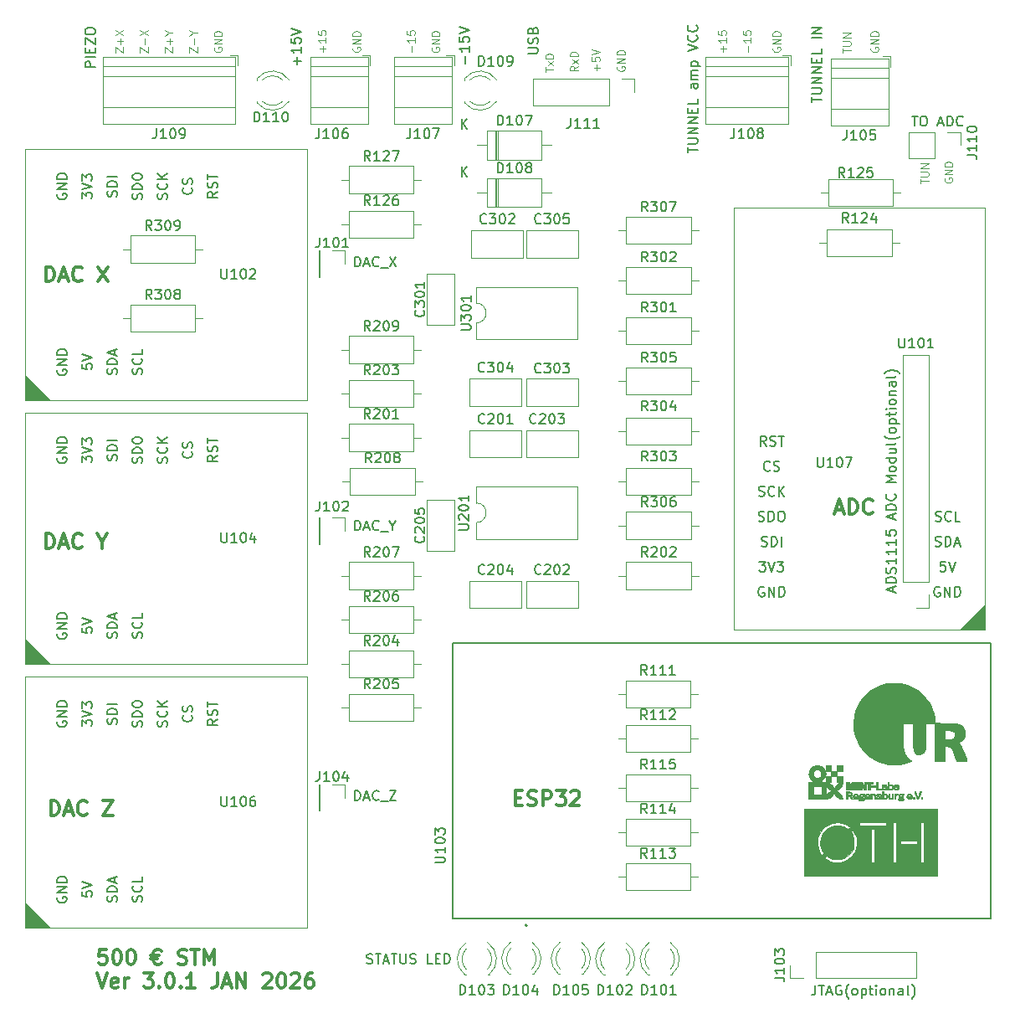
<source format=gbr>
%TF.GenerationSoftware,KiCad,Pcbnew,9.0.6*%
%TF.CreationDate,2026-01-19T17:07:07+01:00*%
%TF.ProjectId,Adapterboard,41646170-7465-4726-926f-6172642e6b69,3.0.1*%
%TF.SameCoordinates,Original*%
%TF.FileFunction,Legend,Top*%
%TF.FilePolarity,Positive*%
%FSLAX46Y46*%
G04 Gerber Fmt 4.6, Leading zero omitted, Abs format (unit mm)*
G04 Created by KiCad (PCBNEW 9.0.6) date 2026-01-19 17:07:07*
%MOMM*%
%LPD*%
G01*
G04 APERTURE LIST*
%ADD10C,0.200000*%
%ADD11C,0.300000*%
%ADD12C,0.120000*%
%ADD13C,0.150000*%
%ADD14C,0.100000*%
%ADD15C,0.010000*%
%ADD16C,0.127000*%
G04 APERTURE END LIST*
D10*
X96006266Y-54240326D02*
X96006266Y-53478422D01*
X96387219Y-52478422D02*
X96387219Y-53049850D01*
X96387219Y-52764136D02*
X95387219Y-52764136D01*
X95387219Y-52764136D02*
X95530076Y-52859374D01*
X95530076Y-52859374D02*
X95625314Y-52954612D01*
X95625314Y-52954612D02*
X95672933Y-53049850D01*
X95387219Y-51573660D02*
X95387219Y-52049850D01*
X95387219Y-52049850D02*
X95863409Y-52097469D01*
X95863409Y-52097469D02*
X95815790Y-52049850D01*
X95815790Y-52049850D02*
X95768171Y-51954612D01*
X95768171Y-51954612D02*
X95768171Y-51716517D01*
X95768171Y-51716517D02*
X95815790Y-51621279D01*
X95815790Y-51621279D02*
X95863409Y-51573660D01*
X95863409Y-51573660D02*
X95958647Y-51526041D01*
X95958647Y-51526041D02*
X96196742Y-51526041D01*
X96196742Y-51526041D02*
X96291980Y-51573660D01*
X96291980Y-51573660D02*
X96339600Y-51621279D01*
X96339600Y-51621279D02*
X96387219Y-51716517D01*
X96387219Y-51716517D02*
X96387219Y-51954612D01*
X96387219Y-51954612D02*
X96339600Y-52049850D01*
X96339600Y-52049850D02*
X96291980Y-52097469D01*
X95387219Y-51240326D02*
X96387219Y-50906993D01*
X96387219Y-50906993D02*
X95387219Y-50573660D01*
D11*
X133483082Y-99372257D02*
X134197368Y-99372257D01*
X133340225Y-99800828D02*
X133840225Y-98300828D01*
X133840225Y-98300828D02*
X134340225Y-99800828D01*
X134840224Y-99800828D02*
X134840224Y-98300828D01*
X134840224Y-98300828D02*
X135197367Y-98300828D01*
X135197367Y-98300828D02*
X135411653Y-98372257D01*
X135411653Y-98372257D02*
X135554510Y-98515114D01*
X135554510Y-98515114D02*
X135625939Y-98657971D01*
X135625939Y-98657971D02*
X135697367Y-98943685D01*
X135697367Y-98943685D02*
X135697367Y-99157971D01*
X135697367Y-99157971D02*
X135625939Y-99443685D01*
X135625939Y-99443685D02*
X135554510Y-99586542D01*
X135554510Y-99586542D02*
X135411653Y-99729400D01*
X135411653Y-99729400D02*
X135197367Y-99800828D01*
X135197367Y-99800828D02*
X134840224Y-99800828D01*
X137197367Y-99657971D02*
X137125939Y-99729400D01*
X137125939Y-99729400D02*
X136911653Y-99800828D01*
X136911653Y-99800828D02*
X136768796Y-99800828D01*
X136768796Y-99800828D02*
X136554510Y-99729400D01*
X136554510Y-99729400D02*
X136411653Y-99586542D01*
X136411653Y-99586542D02*
X136340224Y-99443685D01*
X136340224Y-99443685D02*
X136268796Y-99157971D01*
X136268796Y-99157971D02*
X136268796Y-98943685D01*
X136268796Y-98943685D02*
X136340224Y-98657971D01*
X136340224Y-98657971D02*
X136411653Y-98515114D01*
X136411653Y-98515114D02*
X136554510Y-98372257D01*
X136554510Y-98372257D02*
X136768796Y-98300828D01*
X136768796Y-98300828D02*
X136911653Y-98300828D01*
X136911653Y-98300828D02*
X137125939Y-98372257D01*
X137125939Y-98372257D02*
X137197367Y-98443685D01*
D12*
X104095855Y-55089862D02*
X104095855Y-54632719D01*
X104895855Y-54861291D02*
X104095855Y-54861291D01*
X104895855Y-54442243D02*
X104362521Y-54023195D01*
X104362521Y-54442243D02*
X104895855Y-54023195D01*
X104895855Y-53718433D02*
X104095855Y-53718433D01*
X104095855Y-53718433D02*
X104095855Y-53527957D01*
X104095855Y-53527957D02*
X104133950Y-53413671D01*
X104133950Y-53413671D02*
X104210140Y-53337481D01*
X104210140Y-53337481D02*
X104286331Y-53299386D01*
X104286331Y-53299386D02*
X104438712Y-53261290D01*
X104438712Y-53261290D02*
X104552998Y-53261290D01*
X104552998Y-53261290D02*
X104705379Y-53299386D01*
X104705379Y-53299386D02*
X104781569Y-53337481D01*
X104781569Y-53337481D02*
X104857760Y-53413671D01*
X104857760Y-53413671D02*
X104895855Y-53527957D01*
X104895855Y-53527957D02*
X104895855Y-53718433D01*
D10*
X84824673Y-128772219D02*
X84824673Y-127772219D01*
X84824673Y-127772219D02*
X85062768Y-127772219D01*
X85062768Y-127772219D02*
X85205625Y-127819838D01*
X85205625Y-127819838D02*
X85300863Y-127915076D01*
X85300863Y-127915076D02*
X85348482Y-128010314D01*
X85348482Y-128010314D02*
X85396101Y-128200790D01*
X85396101Y-128200790D02*
X85396101Y-128343647D01*
X85396101Y-128343647D02*
X85348482Y-128534123D01*
X85348482Y-128534123D02*
X85300863Y-128629361D01*
X85300863Y-128629361D02*
X85205625Y-128724600D01*
X85205625Y-128724600D02*
X85062768Y-128772219D01*
X85062768Y-128772219D02*
X84824673Y-128772219D01*
X85777054Y-128486504D02*
X86253244Y-128486504D01*
X85681816Y-128772219D02*
X86015149Y-127772219D01*
X86015149Y-127772219D02*
X86348482Y-128772219D01*
X87253244Y-128676980D02*
X87205625Y-128724600D01*
X87205625Y-128724600D02*
X87062768Y-128772219D01*
X87062768Y-128772219D02*
X86967530Y-128772219D01*
X86967530Y-128772219D02*
X86824673Y-128724600D01*
X86824673Y-128724600D02*
X86729435Y-128629361D01*
X86729435Y-128629361D02*
X86681816Y-128534123D01*
X86681816Y-128534123D02*
X86634197Y-128343647D01*
X86634197Y-128343647D02*
X86634197Y-128200790D01*
X86634197Y-128200790D02*
X86681816Y-128010314D01*
X86681816Y-128010314D02*
X86729435Y-127915076D01*
X86729435Y-127915076D02*
X86824673Y-127819838D01*
X86824673Y-127819838D02*
X86967530Y-127772219D01*
X86967530Y-127772219D02*
X87062768Y-127772219D01*
X87062768Y-127772219D02*
X87205625Y-127819838D01*
X87205625Y-127819838D02*
X87253244Y-127867457D01*
X87443721Y-128867457D02*
X88205625Y-128867457D01*
X88348483Y-127772219D02*
X89015149Y-127772219D01*
X89015149Y-127772219D02*
X88348483Y-128772219D01*
X88348483Y-128772219D02*
X89015149Y-128772219D01*
D12*
X142097855Y-66392862D02*
X142097855Y-65935719D01*
X142897855Y-66164291D02*
X142097855Y-66164291D01*
X142097855Y-65669052D02*
X142745474Y-65669052D01*
X142745474Y-65669052D02*
X142821664Y-65630957D01*
X142821664Y-65630957D02*
X142859760Y-65592862D01*
X142859760Y-65592862D02*
X142897855Y-65516671D01*
X142897855Y-65516671D02*
X142897855Y-65364290D01*
X142897855Y-65364290D02*
X142859760Y-65288100D01*
X142859760Y-65288100D02*
X142821664Y-65250005D01*
X142821664Y-65250005D02*
X142745474Y-65211909D01*
X142745474Y-65211909D02*
X142097855Y-65211909D01*
X142897855Y-64830957D02*
X142097855Y-64830957D01*
X142097855Y-64830957D02*
X142897855Y-64373814D01*
X142897855Y-64373814D02*
X142097855Y-64373814D01*
X122091093Y-53070576D02*
X122091093Y-52461053D01*
X122395855Y-52765814D02*
X121786331Y-52765814D01*
X122395855Y-51661053D02*
X122395855Y-52118196D01*
X122395855Y-51889624D02*
X121595855Y-51889624D01*
X121595855Y-51889624D02*
X121710140Y-51965815D01*
X121710140Y-51965815D02*
X121786331Y-52042005D01*
X121786331Y-52042005D02*
X121824426Y-52118196D01*
X121595855Y-50937243D02*
X121595855Y-51318195D01*
X121595855Y-51318195D02*
X121976807Y-51356291D01*
X121976807Y-51356291D02*
X121938712Y-51318195D01*
X121938712Y-51318195D02*
X121900617Y-51242005D01*
X121900617Y-51242005D02*
X121900617Y-51051529D01*
X121900617Y-51051529D02*
X121938712Y-50975338D01*
X121938712Y-50975338D02*
X121976807Y-50937243D01*
X121976807Y-50937243D02*
X122052998Y-50899148D01*
X122052998Y-50899148D02*
X122243474Y-50899148D01*
X122243474Y-50899148D02*
X122319664Y-50937243D01*
X122319664Y-50937243D02*
X122357760Y-50975338D01*
X122357760Y-50975338D02*
X122395855Y-51051529D01*
X122395855Y-51051529D02*
X122395855Y-51242005D01*
X122395855Y-51242005D02*
X122357760Y-51318195D01*
X122357760Y-51318195D02*
X122319664Y-51356291D01*
D11*
X53554510Y-76300828D02*
X53554510Y-74800828D01*
X53554510Y-74800828D02*
X53911653Y-74800828D01*
X53911653Y-74800828D02*
X54125939Y-74872257D01*
X54125939Y-74872257D02*
X54268796Y-75015114D01*
X54268796Y-75015114D02*
X54340225Y-75157971D01*
X54340225Y-75157971D02*
X54411653Y-75443685D01*
X54411653Y-75443685D02*
X54411653Y-75657971D01*
X54411653Y-75657971D02*
X54340225Y-75943685D01*
X54340225Y-75943685D02*
X54268796Y-76086542D01*
X54268796Y-76086542D02*
X54125939Y-76229400D01*
X54125939Y-76229400D02*
X53911653Y-76300828D01*
X53911653Y-76300828D02*
X53554510Y-76300828D01*
X54983082Y-75872257D02*
X55697368Y-75872257D01*
X54840225Y-76300828D02*
X55340225Y-74800828D01*
X55340225Y-74800828D02*
X55840225Y-76300828D01*
X57197367Y-76157971D02*
X57125939Y-76229400D01*
X57125939Y-76229400D02*
X56911653Y-76300828D01*
X56911653Y-76300828D02*
X56768796Y-76300828D01*
X56768796Y-76300828D02*
X56554510Y-76229400D01*
X56554510Y-76229400D02*
X56411653Y-76086542D01*
X56411653Y-76086542D02*
X56340224Y-75943685D01*
X56340224Y-75943685D02*
X56268796Y-75657971D01*
X56268796Y-75657971D02*
X56268796Y-75443685D01*
X56268796Y-75443685D02*
X56340224Y-75157971D01*
X56340224Y-75157971D02*
X56411653Y-75015114D01*
X56411653Y-75015114D02*
X56554510Y-74872257D01*
X56554510Y-74872257D02*
X56768796Y-74800828D01*
X56768796Y-74800828D02*
X56911653Y-74800828D01*
X56911653Y-74800828D02*
X57125939Y-74872257D01*
X57125939Y-74872257D02*
X57197367Y-74943685D01*
X58840224Y-74800828D02*
X59840224Y-76300828D01*
X59840224Y-74800828D02*
X58840224Y-76300828D01*
D12*
X90591093Y-53070576D02*
X90591093Y-52461053D01*
X90895855Y-51661053D02*
X90895855Y-52118196D01*
X90895855Y-51889624D02*
X90095855Y-51889624D01*
X90095855Y-51889624D02*
X90210140Y-51965815D01*
X90210140Y-51965815D02*
X90286331Y-52042005D01*
X90286331Y-52042005D02*
X90324426Y-52118196D01*
X90095855Y-50937243D02*
X90095855Y-51318195D01*
X90095855Y-51318195D02*
X90476807Y-51356291D01*
X90476807Y-51356291D02*
X90438712Y-51318195D01*
X90438712Y-51318195D02*
X90400617Y-51242005D01*
X90400617Y-51242005D02*
X90400617Y-51051529D01*
X90400617Y-51051529D02*
X90438712Y-50975338D01*
X90438712Y-50975338D02*
X90476807Y-50937243D01*
X90476807Y-50937243D02*
X90552998Y-50899148D01*
X90552998Y-50899148D02*
X90743474Y-50899148D01*
X90743474Y-50899148D02*
X90819664Y-50937243D01*
X90819664Y-50937243D02*
X90857760Y-50975338D01*
X90857760Y-50975338D02*
X90895855Y-51051529D01*
X90895855Y-51051529D02*
X90895855Y-51242005D01*
X90895855Y-51242005D02*
X90857760Y-51318195D01*
X90857760Y-51318195D02*
X90819664Y-51356291D01*
X111401950Y-54556529D02*
X111363855Y-54632719D01*
X111363855Y-54632719D02*
X111363855Y-54747005D01*
X111363855Y-54747005D02*
X111401950Y-54861291D01*
X111401950Y-54861291D02*
X111478140Y-54937481D01*
X111478140Y-54937481D02*
X111554331Y-54975576D01*
X111554331Y-54975576D02*
X111706712Y-55013672D01*
X111706712Y-55013672D02*
X111820998Y-55013672D01*
X111820998Y-55013672D02*
X111973379Y-54975576D01*
X111973379Y-54975576D02*
X112049569Y-54937481D01*
X112049569Y-54937481D02*
X112125760Y-54861291D01*
X112125760Y-54861291D02*
X112163855Y-54747005D01*
X112163855Y-54747005D02*
X112163855Y-54670814D01*
X112163855Y-54670814D02*
X112125760Y-54556529D01*
X112125760Y-54556529D02*
X112087664Y-54518433D01*
X112087664Y-54518433D02*
X111820998Y-54518433D01*
X111820998Y-54518433D02*
X111820998Y-54670814D01*
X112163855Y-54175576D02*
X111363855Y-54175576D01*
X111363855Y-54175576D02*
X112163855Y-53718433D01*
X112163855Y-53718433D02*
X111363855Y-53718433D01*
X112163855Y-53337481D02*
X111363855Y-53337481D01*
X111363855Y-53337481D02*
X111363855Y-53147005D01*
X111363855Y-53147005D02*
X111401950Y-53032719D01*
X111401950Y-53032719D02*
X111478140Y-52956529D01*
X111478140Y-52956529D02*
X111554331Y-52918434D01*
X111554331Y-52918434D02*
X111706712Y-52880338D01*
X111706712Y-52880338D02*
X111820998Y-52880338D01*
X111820998Y-52880338D02*
X111973379Y-52918434D01*
X111973379Y-52918434D02*
X112049569Y-52956529D01*
X112049569Y-52956529D02*
X112125760Y-53032719D01*
X112125760Y-53032719D02*
X112163855Y-53147005D01*
X112163855Y-53147005D02*
X112163855Y-53337481D01*
D13*
X139284104Y-107660839D02*
X139284104Y-107184649D01*
X139569819Y-107756077D02*
X138569819Y-107422744D01*
X138569819Y-107422744D02*
X139569819Y-107089411D01*
X139569819Y-106756077D02*
X138569819Y-106756077D01*
X138569819Y-106756077D02*
X138569819Y-106517982D01*
X138569819Y-106517982D02*
X138617438Y-106375125D01*
X138617438Y-106375125D02*
X138712676Y-106279887D01*
X138712676Y-106279887D02*
X138807914Y-106232268D01*
X138807914Y-106232268D02*
X138998390Y-106184649D01*
X138998390Y-106184649D02*
X139141247Y-106184649D01*
X139141247Y-106184649D02*
X139331723Y-106232268D01*
X139331723Y-106232268D02*
X139426961Y-106279887D01*
X139426961Y-106279887D02*
X139522200Y-106375125D01*
X139522200Y-106375125D02*
X139569819Y-106517982D01*
X139569819Y-106517982D02*
X139569819Y-106756077D01*
X139522200Y-105803696D02*
X139569819Y-105660839D01*
X139569819Y-105660839D02*
X139569819Y-105422744D01*
X139569819Y-105422744D02*
X139522200Y-105327506D01*
X139522200Y-105327506D02*
X139474580Y-105279887D01*
X139474580Y-105279887D02*
X139379342Y-105232268D01*
X139379342Y-105232268D02*
X139284104Y-105232268D01*
X139284104Y-105232268D02*
X139188866Y-105279887D01*
X139188866Y-105279887D02*
X139141247Y-105327506D01*
X139141247Y-105327506D02*
X139093628Y-105422744D01*
X139093628Y-105422744D02*
X139046009Y-105613220D01*
X139046009Y-105613220D02*
X138998390Y-105708458D01*
X138998390Y-105708458D02*
X138950771Y-105756077D01*
X138950771Y-105756077D02*
X138855533Y-105803696D01*
X138855533Y-105803696D02*
X138760295Y-105803696D01*
X138760295Y-105803696D02*
X138665057Y-105756077D01*
X138665057Y-105756077D02*
X138617438Y-105708458D01*
X138617438Y-105708458D02*
X138569819Y-105613220D01*
X138569819Y-105613220D02*
X138569819Y-105375125D01*
X138569819Y-105375125D02*
X138617438Y-105232268D01*
X139569819Y-104279887D02*
X139569819Y-104851315D01*
X139569819Y-104565601D02*
X138569819Y-104565601D01*
X138569819Y-104565601D02*
X138712676Y-104660839D01*
X138712676Y-104660839D02*
X138807914Y-104756077D01*
X138807914Y-104756077D02*
X138855533Y-104851315D01*
X139569819Y-103327506D02*
X139569819Y-103898934D01*
X139569819Y-103613220D02*
X138569819Y-103613220D01*
X138569819Y-103613220D02*
X138712676Y-103708458D01*
X138712676Y-103708458D02*
X138807914Y-103803696D01*
X138807914Y-103803696D02*
X138855533Y-103898934D01*
X139569819Y-102375125D02*
X139569819Y-102946553D01*
X139569819Y-102660839D02*
X138569819Y-102660839D01*
X138569819Y-102660839D02*
X138712676Y-102756077D01*
X138712676Y-102756077D02*
X138807914Y-102851315D01*
X138807914Y-102851315D02*
X138855533Y-102946553D01*
X138569819Y-101470363D02*
X138569819Y-101946553D01*
X138569819Y-101946553D02*
X139046009Y-101994172D01*
X139046009Y-101994172D02*
X138998390Y-101946553D01*
X138998390Y-101946553D02*
X138950771Y-101851315D01*
X138950771Y-101851315D02*
X138950771Y-101613220D01*
X138950771Y-101613220D02*
X138998390Y-101517982D01*
X138998390Y-101517982D02*
X139046009Y-101470363D01*
X139046009Y-101470363D02*
X139141247Y-101422744D01*
X139141247Y-101422744D02*
X139379342Y-101422744D01*
X139379342Y-101422744D02*
X139474580Y-101470363D01*
X139474580Y-101470363D02*
X139522200Y-101517982D01*
X139522200Y-101517982D02*
X139569819Y-101613220D01*
X139569819Y-101613220D02*
X139569819Y-101851315D01*
X139569819Y-101851315D02*
X139522200Y-101946553D01*
X139522200Y-101946553D02*
X139474580Y-101994172D01*
X139284104Y-100279886D02*
X139284104Y-99803696D01*
X139569819Y-100375124D02*
X138569819Y-100041791D01*
X138569819Y-100041791D02*
X139569819Y-99708458D01*
X139569819Y-99375124D02*
X138569819Y-99375124D01*
X138569819Y-99375124D02*
X138569819Y-99137029D01*
X138569819Y-99137029D02*
X138617438Y-98994172D01*
X138617438Y-98994172D02*
X138712676Y-98898934D01*
X138712676Y-98898934D02*
X138807914Y-98851315D01*
X138807914Y-98851315D02*
X138998390Y-98803696D01*
X138998390Y-98803696D02*
X139141247Y-98803696D01*
X139141247Y-98803696D02*
X139331723Y-98851315D01*
X139331723Y-98851315D02*
X139426961Y-98898934D01*
X139426961Y-98898934D02*
X139522200Y-98994172D01*
X139522200Y-98994172D02*
X139569819Y-99137029D01*
X139569819Y-99137029D02*
X139569819Y-99375124D01*
X139474580Y-97803696D02*
X139522200Y-97851315D01*
X139522200Y-97851315D02*
X139569819Y-97994172D01*
X139569819Y-97994172D02*
X139569819Y-98089410D01*
X139569819Y-98089410D02*
X139522200Y-98232267D01*
X139522200Y-98232267D02*
X139426961Y-98327505D01*
X139426961Y-98327505D02*
X139331723Y-98375124D01*
X139331723Y-98375124D02*
X139141247Y-98422743D01*
X139141247Y-98422743D02*
X138998390Y-98422743D01*
X138998390Y-98422743D02*
X138807914Y-98375124D01*
X138807914Y-98375124D02*
X138712676Y-98327505D01*
X138712676Y-98327505D02*
X138617438Y-98232267D01*
X138617438Y-98232267D02*
X138569819Y-98089410D01*
X138569819Y-98089410D02*
X138569819Y-97994172D01*
X138569819Y-97994172D02*
X138617438Y-97851315D01*
X138617438Y-97851315D02*
X138665057Y-97803696D01*
X139569819Y-96613219D02*
X138569819Y-96613219D01*
X138569819Y-96613219D02*
X139284104Y-96279886D01*
X139284104Y-96279886D02*
X138569819Y-95946553D01*
X138569819Y-95946553D02*
X139569819Y-95946553D01*
X139569819Y-95327505D02*
X139522200Y-95422743D01*
X139522200Y-95422743D02*
X139474580Y-95470362D01*
X139474580Y-95470362D02*
X139379342Y-95517981D01*
X139379342Y-95517981D02*
X139093628Y-95517981D01*
X139093628Y-95517981D02*
X138998390Y-95470362D01*
X138998390Y-95470362D02*
X138950771Y-95422743D01*
X138950771Y-95422743D02*
X138903152Y-95327505D01*
X138903152Y-95327505D02*
X138903152Y-95184648D01*
X138903152Y-95184648D02*
X138950771Y-95089410D01*
X138950771Y-95089410D02*
X138998390Y-95041791D01*
X138998390Y-95041791D02*
X139093628Y-94994172D01*
X139093628Y-94994172D02*
X139379342Y-94994172D01*
X139379342Y-94994172D02*
X139474580Y-95041791D01*
X139474580Y-95041791D02*
X139522200Y-95089410D01*
X139522200Y-95089410D02*
X139569819Y-95184648D01*
X139569819Y-95184648D02*
X139569819Y-95327505D01*
X139569819Y-94137029D02*
X138569819Y-94137029D01*
X139522200Y-94137029D02*
X139569819Y-94232267D01*
X139569819Y-94232267D02*
X139569819Y-94422743D01*
X139569819Y-94422743D02*
X139522200Y-94517981D01*
X139522200Y-94517981D02*
X139474580Y-94565600D01*
X139474580Y-94565600D02*
X139379342Y-94613219D01*
X139379342Y-94613219D02*
X139093628Y-94613219D01*
X139093628Y-94613219D02*
X138998390Y-94565600D01*
X138998390Y-94565600D02*
X138950771Y-94517981D01*
X138950771Y-94517981D02*
X138903152Y-94422743D01*
X138903152Y-94422743D02*
X138903152Y-94232267D01*
X138903152Y-94232267D02*
X138950771Y-94137029D01*
X138903152Y-93232267D02*
X139569819Y-93232267D01*
X138903152Y-93660838D02*
X139426961Y-93660838D01*
X139426961Y-93660838D02*
X139522200Y-93613219D01*
X139522200Y-93613219D02*
X139569819Y-93517981D01*
X139569819Y-93517981D02*
X139569819Y-93375124D01*
X139569819Y-93375124D02*
X139522200Y-93279886D01*
X139522200Y-93279886D02*
X139474580Y-93232267D01*
X139569819Y-92613219D02*
X139522200Y-92708457D01*
X139522200Y-92708457D02*
X139426961Y-92756076D01*
X139426961Y-92756076D02*
X138569819Y-92756076D01*
X139950771Y-91946552D02*
X139903152Y-91994171D01*
X139903152Y-91994171D02*
X139760295Y-92089409D01*
X139760295Y-92089409D02*
X139665057Y-92137028D01*
X139665057Y-92137028D02*
X139522200Y-92184647D01*
X139522200Y-92184647D02*
X139284104Y-92232266D01*
X139284104Y-92232266D02*
X139093628Y-92232266D01*
X139093628Y-92232266D02*
X138855533Y-92184647D01*
X138855533Y-92184647D02*
X138712676Y-92137028D01*
X138712676Y-92137028D02*
X138617438Y-92089409D01*
X138617438Y-92089409D02*
X138474580Y-91994171D01*
X138474580Y-91994171D02*
X138426961Y-91946552D01*
X139569819Y-91422742D02*
X139522200Y-91517980D01*
X139522200Y-91517980D02*
X139474580Y-91565599D01*
X139474580Y-91565599D02*
X139379342Y-91613218D01*
X139379342Y-91613218D02*
X139093628Y-91613218D01*
X139093628Y-91613218D02*
X138998390Y-91565599D01*
X138998390Y-91565599D02*
X138950771Y-91517980D01*
X138950771Y-91517980D02*
X138903152Y-91422742D01*
X138903152Y-91422742D02*
X138903152Y-91279885D01*
X138903152Y-91279885D02*
X138950771Y-91184647D01*
X138950771Y-91184647D02*
X138998390Y-91137028D01*
X138998390Y-91137028D02*
X139093628Y-91089409D01*
X139093628Y-91089409D02*
X139379342Y-91089409D01*
X139379342Y-91089409D02*
X139474580Y-91137028D01*
X139474580Y-91137028D02*
X139522200Y-91184647D01*
X139522200Y-91184647D02*
X139569819Y-91279885D01*
X139569819Y-91279885D02*
X139569819Y-91422742D01*
X138903152Y-90660837D02*
X139903152Y-90660837D01*
X138950771Y-90660837D02*
X138903152Y-90565599D01*
X138903152Y-90565599D02*
X138903152Y-90375123D01*
X138903152Y-90375123D02*
X138950771Y-90279885D01*
X138950771Y-90279885D02*
X138998390Y-90232266D01*
X138998390Y-90232266D02*
X139093628Y-90184647D01*
X139093628Y-90184647D02*
X139379342Y-90184647D01*
X139379342Y-90184647D02*
X139474580Y-90232266D01*
X139474580Y-90232266D02*
X139522200Y-90279885D01*
X139522200Y-90279885D02*
X139569819Y-90375123D01*
X139569819Y-90375123D02*
X139569819Y-90565599D01*
X139569819Y-90565599D02*
X139522200Y-90660837D01*
X138903152Y-89898932D02*
X138903152Y-89517980D01*
X138569819Y-89756075D02*
X139426961Y-89756075D01*
X139426961Y-89756075D02*
X139522200Y-89708456D01*
X139522200Y-89708456D02*
X139569819Y-89613218D01*
X139569819Y-89613218D02*
X139569819Y-89517980D01*
X139569819Y-89184646D02*
X138903152Y-89184646D01*
X138569819Y-89184646D02*
X138617438Y-89232265D01*
X138617438Y-89232265D02*
X138665057Y-89184646D01*
X138665057Y-89184646D02*
X138617438Y-89137027D01*
X138617438Y-89137027D02*
X138569819Y-89184646D01*
X138569819Y-89184646D02*
X138665057Y-89184646D01*
X139569819Y-88565599D02*
X139522200Y-88660837D01*
X139522200Y-88660837D02*
X139474580Y-88708456D01*
X139474580Y-88708456D02*
X139379342Y-88756075D01*
X139379342Y-88756075D02*
X139093628Y-88756075D01*
X139093628Y-88756075D02*
X138998390Y-88708456D01*
X138998390Y-88708456D02*
X138950771Y-88660837D01*
X138950771Y-88660837D02*
X138903152Y-88565599D01*
X138903152Y-88565599D02*
X138903152Y-88422742D01*
X138903152Y-88422742D02*
X138950771Y-88327504D01*
X138950771Y-88327504D02*
X138998390Y-88279885D01*
X138998390Y-88279885D02*
X139093628Y-88232266D01*
X139093628Y-88232266D02*
X139379342Y-88232266D01*
X139379342Y-88232266D02*
X139474580Y-88279885D01*
X139474580Y-88279885D02*
X139522200Y-88327504D01*
X139522200Y-88327504D02*
X139569819Y-88422742D01*
X139569819Y-88422742D02*
X139569819Y-88565599D01*
X138903152Y-87803694D02*
X139569819Y-87803694D01*
X138998390Y-87803694D02*
X138950771Y-87756075D01*
X138950771Y-87756075D02*
X138903152Y-87660837D01*
X138903152Y-87660837D02*
X138903152Y-87517980D01*
X138903152Y-87517980D02*
X138950771Y-87422742D01*
X138950771Y-87422742D02*
X139046009Y-87375123D01*
X139046009Y-87375123D02*
X139569819Y-87375123D01*
X139569819Y-86470361D02*
X139046009Y-86470361D01*
X139046009Y-86470361D02*
X138950771Y-86517980D01*
X138950771Y-86517980D02*
X138903152Y-86613218D01*
X138903152Y-86613218D02*
X138903152Y-86803694D01*
X138903152Y-86803694D02*
X138950771Y-86898932D01*
X139522200Y-86470361D02*
X139569819Y-86565599D01*
X139569819Y-86565599D02*
X139569819Y-86803694D01*
X139569819Y-86803694D02*
X139522200Y-86898932D01*
X139522200Y-86898932D02*
X139426961Y-86946551D01*
X139426961Y-86946551D02*
X139331723Y-86946551D01*
X139331723Y-86946551D02*
X139236485Y-86898932D01*
X139236485Y-86898932D02*
X139188866Y-86803694D01*
X139188866Y-86803694D02*
X139188866Y-86565599D01*
X139188866Y-86565599D02*
X139141247Y-86470361D01*
X139569819Y-85851313D02*
X139522200Y-85946551D01*
X139522200Y-85946551D02*
X139426961Y-85994170D01*
X139426961Y-85994170D02*
X138569819Y-85994170D01*
X139950771Y-85565598D02*
X139903152Y-85517979D01*
X139903152Y-85517979D02*
X139760295Y-85422741D01*
X139760295Y-85422741D02*
X139665057Y-85375122D01*
X139665057Y-85375122D02*
X139522200Y-85327503D01*
X139522200Y-85327503D02*
X139284104Y-85279884D01*
X139284104Y-85279884D02*
X139093628Y-85279884D01*
X139093628Y-85279884D02*
X138855533Y-85327503D01*
X138855533Y-85327503D02*
X138712676Y-85375122D01*
X138712676Y-85375122D02*
X138617438Y-85422741D01*
X138617438Y-85422741D02*
X138474580Y-85517979D01*
X138474580Y-85517979D02*
X138426961Y-85565598D01*
D11*
X53554510Y-103300828D02*
X53554510Y-101800828D01*
X53554510Y-101800828D02*
X53911653Y-101800828D01*
X53911653Y-101800828D02*
X54125939Y-101872257D01*
X54125939Y-101872257D02*
X54268796Y-102015114D01*
X54268796Y-102015114D02*
X54340225Y-102157971D01*
X54340225Y-102157971D02*
X54411653Y-102443685D01*
X54411653Y-102443685D02*
X54411653Y-102657971D01*
X54411653Y-102657971D02*
X54340225Y-102943685D01*
X54340225Y-102943685D02*
X54268796Y-103086542D01*
X54268796Y-103086542D02*
X54125939Y-103229400D01*
X54125939Y-103229400D02*
X53911653Y-103300828D01*
X53911653Y-103300828D02*
X53554510Y-103300828D01*
X54983082Y-102872257D02*
X55697368Y-102872257D01*
X54840225Y-103300828D02*
X55340225Y-101800828D01*
X55340225Y-101800828D02*
X55840225Y-103300828D01*
X57197367Y-103157971D02*
X57125939Y-103229400D01*
X57125939Y-103229400D02*
X56911653Y-103300828D01*
X56911653Y-103300828D02*
X56768796Y-103300828D01*
X56768796Y-103300828D02*
X56554510Y-103229400D01*
X56554510Y-103229400D02*
X56411653Y-103086542D01*
X56411653Y-103086542D02*
X56340224Y-102943685D01*
X56340224Y-102943685D02*
X56268796Y-102657971D01*
X56268796Y-102657971D02*
X56268796Y-102443685D01*
X56268796Y-102443685D02*
X56340224Y-102157971D01*
X56340224Y-102157971D02*
X56411653Y-102015114D01*
X56411653Y-102015114D02*
X56554510Y-101872257D01*
X56554510Y-101872257D02*
X56768796Y-101800828D01*
X56768796Y-101800828D02*
X56911653Y-101800828D01*
X56911653Y-101800828D02*
X57125939Y-101872257D01*
X57125939Y-101872257D02*
X57197367Y-101943685D01*
X59268796Y-102586542D02*
X59268796Y-103300828D01*
X58768796Y-101800828D02*
X59268796Y-102586542D01*
X59268796Y-102586542D02*
X59768796Y-101800828D01*
D10*
X78988266Y-54367326D02*
X78988266Y-53605422D01*
X79369219Y-53986374D02*
X78607314Y-53986374D01*
X79369219Y-52605422D02*
X79369219Y-53176850D01*
X79369219Y-52891136D02*
X78369219Y-52891136D01*
X78369219Y-52891136D02*
X78512076Y-52986374D01*
X78512076Y-52986374D02*
X78607314Y-53081612D01*
X78607314Y-53081612D02*
X78654933Y-53176850D01*
X78369219Y-51700660D02*
X78369219Y-52176850D01*
X78369219Y-52176850D02*
X78845409Y-52224469D01*
X78845409Y-52224469D02*
X78797790Y-52176850D01*
X78797790Y-52176850D02*
X78750171Y-52081612D01*
X78750171Y-52081612D02*
X78750171Y-51843517D01*
X78750171Y-51843517D02*
X78797790Y-51748279D01*
X78797790Y-51748279D02*
X78845409Y-51700660D01*
X78845409Y-51700660D02*
X78940647Y-51653041D01*
X78940647Y-51653041D02*
X79178742Y-51653041D01*
X79178742Y-51653041D02*
X79273980Y-51700660D01*
X79273980Y-51700660D02*
X79321600Y-51748279D01*
X79321600Y-51748279D02*
X79369219Y-51843517D01*
X79369219Y-51843517D02*
X79369219Y-52081612D01*
X79369219Y-52081612D02*
X79321600Y-52176850D01*
X79321600Y-52176850D02*
X79273980Y-52224469D01*
X78369219Y-51367326D02*
X79369219Y-51033993D01*
X79369219Y-51033993D02*
X78369219Y-50700660D01*
D12*
X63095855Y-53146767D02*
X63095855Y-52613433D01*
X63095855Y-52613433D02*
X63895855Y-53146767D01*
X63895855Y-53146767D02*
X63895855Y-52613433D01*
X63591093Y-52308671D02*
X63591093Y-51699148D01*
X63095855Y-51394386D02*
X63895855Y-50861052D01*
X63095855Y-50861052D02*
X63895855Y-51394386D01*
D10*
X141196816Y-59573219D02*
X141768244Y-59573219D01*
X141482530Y-60573219D02*
X141482530Y-59573219D01*
X142292054Y-59573219D02*
X142482530Y-59573219D01*
X142482530Y-59573219D02*
X142577768Y-59620838D01*
X142577768Y-59620838D02*
X142673006Y-59716076D01*
X142673006Y-59716076D02*
X142720625Y-59906552D01*
X142720625Y-59906552D02*
X142720625Y-60239885D01*
X142720625Y-60239885D02*
X142673006Y-60430361D01*
X142673006Y-60430361D02*
X142577768Y-60525600D01*
X142577768Y-60525600D02*
X142482530Y-60573219D01*
X142482530Y-60573219D02*
X142292054Y-60573219D01*
X142292054Y-60573219D02*
X142196816Y-60525600D01*
X142196816Y-60525600D02*
X142101578Y-60430361D01*
X142101578Y-60430361D02*
X142053959Y-60239885D01*
X142053959Y-60239885D02*
X142053959Y-59906552D01*
X142053959Y-59906552D02*
X142101578Y-59716076D01*
X142101578Y-59716076D02*
X142196816Y-59620838D01*
X142196816Y-59620838D02*
X142292054Y-59573219D01*
X143863483Y-60287504D02*
X144339673Y-60287504D01*
X143768245Y-60573219D02*
X144101578Y-59573219D01*
X144101578Y-59573219D02*
X144434911Y-60573219D01*
X144768245Y-60573219D02*
X144768245Y-59573219D01*
X144768245Y-59573219D02*
X145006340Y-59573219D01*
X145006340Y-59573219D02*
X145149197Y-59620838D01*
X145149197Y-59620838D02*
X145244435Y-59716076D01*
X145244435Y-59716076D02*
X145292054Y-59811314D01*
X145292054Y-59811314D02*
X145339673Y-60001790D01*
X145339673Y-60001790D02*
X145339673Y-60144647D01*
X145339673Y-60144647D02*
X145292054Y-60335123D01*
X145292054Y-60335123D02*
X145244435Y-60430361D01*
X145244435Y-60430361D02*
X145149197Y-60525600D01*
X145149197Y-60525600D02*
X145006340Y-60573219D01*
X145006340Y-60573219D02*
X144768245Y-60573219D01*
X146339673Y-60477980D02*
X146292054Y-60525600D01*
X146292054Y-60525600D02*
X146149197Y-60573219D01*
X146149197Y-60573219D02*
X146053959Y-60573219D01*
X146053959Y-60573219D02*
X145911102Y-60525600D01*
X145911102Y-60525600D02*
X145815864Y-60430361D01*
X145815864Y-60430361D02*
X145768245Y-60335123D01*
X145768245Y-60335123D02*
X145720626Y-60144647D01*
X145720626Y-60144647D02*
X145720626Y-60001790D01*
X145720626Y-60001790D02*
X145768245Y-59811314D01*
X145768245Y-59811314D02*
X145815864Y-59716076D01*
X145815864Y-59716076D02*
X145911102Y-59620838D01*
X145911102Y-59620838D02*
X146053959Y-59573219D01*
X146053959Y-59573219D02*
X146149197Y-59573219D01*
X146149197Y-59573219D02*
X146292054Y-59620838D01*
X146292054Y-59620838D02*
X146339673Y-59668457D01*
D11*
X59688796Y-143840912D02*
X58974510Y-143840912D01*
X58974510Y-143840912D02*
X58903082Y-144555198D01*
X58903082Y-144555198D02*
X58974510Y-144483769D01*
X58974510Y-144483769D02*
X59117368Y-144412341D01*
X59117368Y-144412341D02*
X59474510Y-144412341D01*
X59474510Y-144412341D02*
X59617368Y-144483769D01*
X59617368Y-144483769D02*
X59688796Y-144555198D01*
X59688796Y-144555198D02*
X59760225Y-144698055D01*
X59760225Y-144698055D02*
X59760225Y-145055198D01*
X59760225Y-145055198D02*
X59688796Y-145198055D01*
X59688796Y-145198055D02*
X59617368Y-145269484D01*
X59617368Y-145269484D02*
X59474510Y-145340912D01*
X59474510Y-145340912D02*
X59117368Y-145340912D01*
X59117368Y-145340912D02*
X58974510Y-145269484D01*
X58974510Y-145269484D02*
X58903082Y-145198055D01*
X60688796Y-143840912D02*
X60831653Y-143840912D01*
X60831653Y-143840912D02*
X60974510Y-143912341D01*
X60974510Y-143912341D02*
X61045939Y-143983769D01*
X61045939Y-143983769D02*
X61117367Y-144126626D01*
X61117367Y-144126626D02*
X61188796Y-144412341D01*
X61188796Y-144412341D02*
X61188796Y-144769484D01*
X61188796Y-144769484D02*
X61117367Y-145055198D01*
X61117367Y-145055198D02*
X61045939Y-145198055D01*
X61045939Y-145198055D02*
X60974510Y-145269484D01*
X60974510Y-145269484D02*
X60831653Y-145340912D01*
X60831653Y-145340912D02*
X60688796Y-145340912D01*
X60688796Y-145340912D02*
X60545939Y-145269484D01*
X60545939Y-145269484D02*
X60474510Y-145198055D01*
X60474510Y-145198055D02*
X60403081Y-145055198D01*
X60403081Y-145055198D02*
X60331653Y-144769484D01*
X60331653Y-144769484D02*
X60331653Y-144412341D01*
X60331653Y-144412341D02*
X60403081Y-144126626D01*
X60403081Y-144126626D02*
X60474510Y-143983769D01*
X60474510Y-143983769D02*
X60545939Y-143912341D01*
X60545939Y-143912341D02*
X60688796Y-143840912D01*
X62117367Y-143840912D02*
X62260224Y-143840912D01*
X62260224Y-143840912D02*
X62403081Y-143912341D01*
X62403081Y-143912341D02*
X62474510Y-143983769D01*
X62474510Y-143983769D02*
X62545938Y-144126626D01*
X62545938Y-144126626D02*
X62617367Y-144412341D01*
X62617367Y-144412341D02*
X62617367Y-144769484D01*
X62617367Y-144769484D02*
X62545938Y-145055198D01*
X62545938Y-145055198D02*
X62474510Y-145198055D01*
X62474510Y-145198055D02*
X62403081Y-145269484D01*
X62403081Y-145269484D02*
X62260224Y-145340912D01*
X62260224Y-145340912D02*
X62117367Y-145340912D01*
X62117367Y-145340912D02*
X61974510Y-145269484D01*
X61974510Y-145269484D02*
X61903081Y-145198055D01*
X61903081Y-145198055D02*
X61831652Y-145055198D01*
X61831652Y-145055198D02*
X61760224Y-144769484D01*
X61760224Y-144769484D02*
X61760224Y-144412341D01*
X61760224Y-144412341D02*
X61831652Y-144126626D01*
X61831652Y-144126626D02*
X61903081Y-143983769D01*
X61903081Y-143983769D02*
X61974510Y-143912341D01*
X61974510Y-143912341D02*
X62117367Y-143840912D01*
X64188795Y-144769484D02*
X64831652Y-144769484D01*
X64188795Y-144412341D02*
X65045938Y-144412341D01*
X65260223Y-145198055D02*
X65188795Y-145269484D01*
X65188795Y-145269484D02*
X64974509Y-145340912D01*
X64974509Y-145340912D02*
X64831652Y-145340912D01*
X64831652Y-145340912D02*
X64617366Y-145269484D01*
X64617366Y-145269484D02*
X64474509Y-145126626D01*
X64474509Y-145126626D02*
X64403080Y-144983769D01*
X64403080Y-144983769D02*
X64331652Y-144698055D01*
X64331652Y-144698055D02*
X64331652Y-144483769D01*
X64331652Y-144483769D02*
X64403080Y-144198055D01*
X64403080Y-144198055D02*
X64474509Y-144055198D01*
X64474509Y-144055198D02*
X64617366Y-143912341D01*
X64617366Y-143912341D02*
X64831652Y-143840912D01*
X64831652Y-143840912D02*
X64974509Y-143840912D01*
X64974509Y-143840912D02*
X65188795Y-143912341D01*
X65188795Y-143912341D02*
X65260223Y-143983769D01*
X66974509Y-145269484D02*
X67188795Y-145340912D01*
X67188795Y-145340912D02*
X67545937Y-145340912D01*
X67545937Y-145340912D02*
X67688795Y-145269484D01*
X67688795Y-145269484D02*
X67760223Y-145198055D01*
X67760223Y-145198055D02*
X67831652Y-145055198D01*
X67831652Y-145055198D02*
X67831652Y-144912341D01*
X67831652Y-144912341D02*
X67760223Y-144769484D01*
X67760223Y-144769484D02*
X67688795Y-144698055D01*
X67688795Y-144698055D02*
X67545937Y-144626626D01*
X67545937Y-144626626D02*
X67260223Y-144555198D01*
X67260223Y-144555198D02*
X67117366Y-144483769D01*
X67117366Y-144483769D02*
X67045937Y-144412341D01*
X67045937Y-144412341D02*
X66974509Y-144269484D01*
X66974509Y-144269484D02*
X66974509Y-144126626D01*
X66974509Y-144126626D02*
X67045937Y-143983769D01*
X67045937Y-143983769D02*
X67117366Y-143912341D01*
X67117366Y-143912341D02*
X67260223Y-143840912D01*
X67260223Y-143840912D02*
X67617366Y-143840912D01*
X67617366Y-143840912D02*
X67831652Y-143912341D01*
X68260223Y-143840912D02*
X69117366Y-143840912D01*
X68688794Y-145340912D02*
X68688794Y-143840912D01*
X69617365Y-145340912D02*
X69617365Y-143840912D01*
X69617365Y-143840912D02*
X70117365Y-144912341D01*
X70117365Y-144912341D02*
X70617365Y-143840912D01*
X70617365Y-143840912D02*
X70617365Y-145340912D01*
X58760225Y-146255828D02*
X59260225Y-147755828D01*
X59260225Y-147755828D02*
X59760225Y-146255828D01*
X60831653Y-147684400D02*
X60688796Y-147755828D01*
X60688796Y-147755828D02*
X60403082Y-147755828D01*
X60403082Y-147755828D02*
X60260224Y-147684400D01*
X60260224Y-147684400D02*
X60188796Y-147541542D01*
X60188796Y-147541542D02*
X60188796Y-146970114D01*
X60188796Y-146970114D02*
X60260224Y-146827257D01*
X60260224Y-146827257D02*
X60403082Y-146755828D01*
X60403082Y-146755828D02*
X60688796Y-146755828D01*
X60688796Y-146755828D02*
X60831653Y-146827257D01*
X60831653Y-146827257D02*
X60903082Y-146970114D01*
X60903082Y-146970114D02*
X60903082Y-147112971D01*
X60903082Y-147112971D02*
X60188796Y-147255828D01*
X61545938Y-147755828D02*
X61545938Y-146755828D01*
X61545938Y-147041542D02*
X61617367Y-146898685D01*
X61617367Y-146898685D02*
X61688796Y-146827257D01*
X61688796Y-146827257D02*
X61831653Y-146755828D01*
X61831653Y-146755828D02*
X61974510Y-146755828D01*
X63474509Y-146255828D02*
X64403081Y-146255828D01*
X64403081Y-146255828D02*
X63903081Y-146827257D01*
X63903081Y-146827257D02*
X64117366Y-146827257D01*
X64117366Y-146827257D02*
X64260224Y-146898685D01*
X64260224Y-146898685D02*
X64331652Y-146970114D01*
X64331652Y-146970114D02*
X64403081Y-147112971D01*
X64403081Y-147112971D02*
X64403081Y-147470114D01*
X64403081Y-147470114D02*
X64331652Y-147612971D01*
X64331652Y-147612971D02*
X64260224Y-147684400D01*
X64260224Y-147684400D02*
X64117366Y-147755828D01*
X64117366Y-147755828D02*
X63688795Y-147755828D01*
X63688795Y-147755828D02*
X63545938Y-147684400D01*
X63545938Y-147684400D02*
X63474509Y-147612971D01*
X65045937Y-147612971D02*
X65117366Y-147684400D01*
X65117366Y-147684400D02*
X65045937Y-147755828D01*
X65045937Y-147755828D02*
X64974509Y-147684400D01*
X64974509Y-147684400D02*
X65045937Y-147612971D01*
X65045937Y-147612971D02*
X65045937Y-147755828D01*
X66045938Y-146255828D02*
X66188795Y-146255828D01*
X66188795Y-146255828D02*
X66331652Y-146327257D01*
X66331652Y-146327257D02*
X66403081Y-146398685D01*
X66403081Y-146398685D02*
X66474509Y-146541542D01*
X66474509Y-146541542D02*
X66545938Y-146827257D01*
X66545938Y-146827257D02*
X66545938Y-147184400D01*
X66545938Y-147184400D02*
X66474509Y-147470114D01*
X66474509Y-147470114D02*
X66403081Y-147612971D01*
X66403081Y-147612971D02*
X66331652Y-147684400D01*
X66331652Y-147684400D02*
X66188795Y-147755828D01*
X66188795Y-147755828D02*
X66045938Y-147755828D01*
X66045938Y-147755828D02*
X65903081Y-147684400D01*
X65903081Y-147684400D02*
X65831652Y-147612971D01*
X65831652Y-147612971D02*
X65760223Y-147470114D01*
X65760223Y-147470114D02*
X65688795Y-147184400D01*
X65688795Y-147184400D02*
X65688795Y-146827257D01*
X65688795Y-146827257D02*
X65760223Y-146541542D01*
X65760223Y-146541542D02*
X65831652Y-146398685D01*
X65831652Y-146398685D02*
X65903081Y-146327257D01*
X65903081Y-146327257D02*
X66045938Y-146255828D01*
X67188794Y-147612971D02*
X67260223Y-147684400D01*
X67260223Y-147684400D02*
X67188794Y-147755828D01*
X67188794Y-147755828D02*
X67117366Y-147684400D01*
X67117366Y-147684400D02*
X67188794Y-147612971D01*
X67188794Y-147612971D02*
X67188794Y-147755828D01*
X68688795Y-147755828D02*
X67831652Y-147755828D01*
X68260223Y-147755828D02*
X68260223Y-146255828D01*
X68260223Y-146255828D02*
X68117366Y-146470114D01*
X68117366Y-146470114D02*
X67974509Y-146612971D01*
X67974509Y-146612971D02*
X67831652Y-146684400D01*
X70903080Y-146255828D02*
X70903080Y-147327257D01*
X70903080Y-147327257D02*
X70831651Y-147541542D01*
X70831651Y-147541542D02*
X70688794Y-147684400D01*
X70688794Y-147684400D02*
X70474508Y-147755828D01*
X70474508Y-147755828D02*
X70331651Y-147755828D01*
X71545937Y-147327257D02*
X72260223Y-147327257D01*
X71403080Y-147755828D02*
X71903080Y-146255828D01*
X71903080Y-146255828D02*
X72403080Y-147755828D01*
X72903079Y-147755828D02*
X72903079Y-146255828D01*
X72903079Y-146255828D02*
X73760222Y-147755828D01*
X73760222Y-147755828D02*
X73760222Y-146255828D01*
X75545937Y-146398685D02*
X75617365Y-146327257D01*
X75617365Y-146327257D02*
X75760223Y-146255828D01*
X75760223Y-146255828D02*
X76117365Y-146255828D01*
X76117365Y-146255828D02*
X76260223Y-146327257D01*
X76260223Y-146327257D02*
X76331651Y-146398685D01*
X76331651Y-146398685D02*
X76403080Y-146541542D01*
X76403080Y-146541542D02*
X76403080Y-146684400D01*
X76403080Y-146684400D02*
X76331651Y-146898685D01*
X76331651Y-146898685D02*
X75474508Y-147755828D01*
X75474508Y-147755828D02*
X76403080Y-147755828D01*
X77331651Y-146255828D02*
X77474508Y-146255828D01*
X77474508Y-146255828D02*
X77617365Y-146327257D01*
X77617365Y-146327257D02*
X77688794Y-146398685D01*
X77688794Y-146398685D02*
X77760222Y-146541542D01*
X77760222Y-146541542D02*
X77831651Y-146827257D01*
X77831651Y-146827257D02*
X77831651Y-147184400D01*
X77831651Y-147184400D02*
X77760222Y-147470114D01*
X77760222Y-147470114D02*
X77688794Y-147612971D01*
X77688794Y-147612971D02*
X77617365Y-147684400D01*
X77617365Y-147684400D02*
X77474508Y-147755828D01*
X77474508Y-147755828D02*
X77331651Y-147755828D01*
X77331651Y-147755828D02*
X77188794Y-147684400D01*
X77188794Y-147684400D02*
X77117365Y-147612971D01*
X77117365Y-147612971D02*
X77045936Y-147470114D01*
X77045936Y-147470114D02*
X76974508Y-147184400D01*
X76974508Y-147184400D02*
X76974508Y-146827257D01*
X76974508Y-146827257D02*
X77045936Y-146541542D01*
X77045936Y-146541542D02*
X77117365Y-146398685D01*
X77117365Y-146398685D02*
X77188794Y-146327257D01*
X77188794Y-146327257D02*
X77331651Y-146255828D01*
X78403079Y-146398685D02*
X78474507Y-146327257D01*
X78474507Y-146327257D02*
X78617365Y-146255828D01*
X78617365Y-146255828D02*
X78974507Y-146255828D01*
X78974507Y-146255828D02*
X79117365Y-146327257D01*
X79117365Y-146327257D02*
X79188793Y-146398685D01*
X79188793Y-146398685D02*
X79260222Y-146541542D01*
X79260222Y-146541542D02*
X79260222Y-146684400D01*
X79260222Y-146684400D02*
X79188793Y-146898685D01*
X79188793Y-146898685D02*
X78331650Y-147755828D01*
X78331650Y-147755828D02*
X79260222Y-147755828D01*
X80545936Y-146255828D02*
X80260221Y-146255828D01*
X80260221Y-146255828D02*
X80117364Y-146327257D01*
X80117364Y-146327257D02*
X80045936Y-146398685D01*
X80045936Y-146398685D02*
X79903078Y-146612971D01*
X79903078Y-146612971D02*
X79831650Y-146898685D01*
X79831650Y-146898685D02*
X79831650Y-147470114D01*
X79831650Y-147470114D02*
X79903078Y-147612971D01*
X79903078Y-147612971D02*
X79974507Y-147684400D01*
X79974507Y-147684400D02*
X80117364Y-147755828D01*
X80117364Y-147755828D02*
X80403078Y-147755828D01*
X80403078Y-147755828D02*
X80545936Y-147684400D01*
X80545936Y-147684400D02*
X80617364Y-147612971D01*
X80617364Y-147612971D02*
X80688793Y-147470114D01*
X80688793Y-147470114D02*
X80688793Y-147112971D01*
X80688793Y-147112971D02*
X80617364Y-146970114D01*
X80617364Y-146970114D02*
X80545936Y-146898685D01*
X80545936Y-146898685D02*
X80403078Y-146827257D01*
X80403078Y-146827257D02*
X80117364Y-146827257D01*
X80117364Y-146827257D02*
X79974507Y-146898685D01*
X79974507Y-146898685D02*
X79903078Y-146970114D01*
X79903078Y-146970114D02*
X79831650Y-147112971D01*
D12*
X84633950Y-52651529D02*
X84595855Y-52727719D01*
X84595855Y-52727719D02*
X84595855Y-52842005D01*
X84595855Y-52842005D02*
X84633950Y-52956291D01*
X84633950Y-52956291D02*
X84710140Y-53032481D01*
X84710140Y-53032481D02*
X84786331Y-53070576D01*
X84786331Y-53070576D02*
X84938712Y-53108672D01*
X84938712Y-53108672D02*
X85052998Y-53108672D01*
X85052998Y-53108672D02*
X85205379Y-53070576D01*
X85205379Y-53070576D02*
X85281569Y-53032481D01*
X85281569Y-53032481D02*
X85357760Y-52956291D01*
X85357760Y-52956291D02*
X85395855Y-52842005D01*
X85395855Y-52842005D02*
X85395855Y-52765814D01*
X85395855Y-52765814D02*
X85357760Y-52651529D01*
X85357760Y-52651529D02*
X85319664Y-52613433D01*
X85319664Y-52613433D02*
X85052998Y-52613433D01*
X85052998Y-52613433D02*
X85052998Y-52765814D01*
X85395855Y-52270576D02*
X84595855Y-52270576D01*
X84595855Y-52270576D02*
X85395855Y-51813433D01*
X85395855Y-51813433D02*
X84595855Y-51813433D01*
X85395855Y-51432481D02*
X84595855Y-51432481D01*
X84595855Y-51432481D02*
X84595855Y-51242005D01*
X84595855Y-51242005D02*
X84633950Y-51127719D01*
X84633950Y-51127719D02*
X84710140Y-51051529D01*
X84710140Y-51051529D02*
X84786331Y-51013434D01*
X84786331Y-51013434D02*
X84938712Y-50975338D01*
X84938712Y-50975338D02*
X85052998Y-50975338D01*
X85052998Y-50975338D02*
X85205379Y-51013434D01*
X85205379Y-51013434D02*
X85281569Y-51051529D01*
X85281569Y-51051529D02*
X85357760Y-51127719D01*
X85357760Y-51127719D02*
X85395855Y-51242005D01*
X85395855Y-51242005D02*
X85395855Y-51432481D01*
X70633950Y-52651529D02*
X70595855Y-52727719D01*
X70595855Y-52727719D02*
X70595855Y-52842005D01*
X70595855Y-52842005D02*
X70633950Y-52956291D01*
X70633950Y-52956291D02*
X70710140Y-53032481D01*
X70710140Y-53032481D02*
X70786331Y-53070576D01*
X70786331Y-53070576D02*
X70938712Y-53108672D01*
X70938712Y-53108672D02*
X71052998Y-53108672D01*
X71052998Y-53108672D02*
X71205379Y-53070576D01*
X71205379Y-53070576D02*
X71281569Y-53032481D01*
X71281569Y-53032481D02*
X71357760Y-52956291D01*
X71357760Y-52956291D02*
X71395855Y-52842005D01*
X71395855Y-52842005D02*
X71395855Y-52765814D01*
X71395855Y-52765814D02*
X71357760Y-52651529D01*
X71357760Y-52651529D02*
X71319664Y-52613433D01*
X71319664Y-52613433D02*
X71052998Y-52613433D01*
X71052998Y-52613433D02*
X71052998Y-52765814D01*
X71395855Y-52270576D02*
X70595855Y-52270576D01*
X70595855Y-52270576D02*
X71395855Y-51813433D01*
X71395855Y-51813433D02*
X70595855Y-51813433D01*
X71395855Y-51432481D02*
X70595855Y-51432481D01*
X70595855Y-51432481D02*
X70595855Y-51242005D01*
X70595855Y-51242005D02*
X70633950Y-51127719D01*
X70633950Y-51127719D02*
X70710140Y-51051529D01*
X70710140Y-51051529D02*
X70786331Y-51013434D01*
X70786331Y-51013434D02*
X70938712Y-50975338D01*
X70938712Y-50975338D02*
X71052998Y-50975338D01*
X71052998Y-50975338D02*
X71205379Y-51013434D01*
X71205379Y-51013434D02*
X71281569Y-51051529D01*
X71281569Y-51051529D02*
X71357760Y-51127719D01*
X71357760Y-51127719D02*
X71395855Y-51242005D01*
X71395855Y-51242005D02*
X71395855Y-51432481D01*
D10*
X118501219Y-63273183D02*
X118501219Y-62701755D01*
X119501219Y-62987469D02*
X118501219Y-62987469D01*
X118501219Y-62368421D02*
X119310742Y-62368421D01*
X119310742Y-62368421D02*
X119405980Y-62320802D01*
X119405980Y-62320802D02*
X119453600Y-62273183D01*
X119453600Y-62273183D02*
X119501219Y-62177945D01*
X119501219Y-62177945D02*
X119501219Y-61987469D01*
X119501219Y-61987469D02*
X119453600Y-61892231D01*
X119453600Y-61892231D02*
X119405980Y-61844612D01*
X119405980Y-61844612D02*
X119310742Y-61796993D01*
X119310742Y-61796993D02*
X118501219Y-61796993D01*
X119501219Y-61320802D02*
X118501219Y-61320802D01*
X118501219Y-61320802D02*
X119501219Y-60749374D01*
X119501219Y-60749374D02*
X118501219Y-60749374D01*
X119501219Y-60273183D02*
X118501219Y-60273183D01*
X118501219Y-60273183D02*
X119501219Y-59701755D01*
X119501219Y-59701755D02*
X118501219Y-59701755D01*
X118977409Y-59225564D02*
X118977409Y-58892231D01*
X119501219Y-58749374D02*
X119501219Y-59225564D01*
X119501219Y-59225564D02*
X118501219Y-59225564D01*
X118501219Y-59225564D02*
X118501219Y-58749374D01*
X119501219Y-57844612D02*
X119501219Y-58320802D01*
X119501219Y-58320802D02*
X118501219Y-58320802D01*
X119501219Y-56320802D02*
X118977409Y-56320802D01*
X118977409Y-56320802D02*
X118882171Y-56368421D01*
X118882171Y-56368421D02*
X118834552Y-56463659D01*
X118834552Y-56463659D02*
X118834552Y-56654135D01*
X118834552Y-56654135D02*
X118882171Y-56749373D01*
X119453600Y-56320802D02*
X119501219Y-56416040D01*
X119501219Y-56416040D02*
X119501219Y-56654135D01*
X119501219Y-56654135D02*
X119453600Y-56749373D01*
X119453600Y-56749373D02*
X119358361Y-56796992D01*
X119358361Y-56796992D02*
X119263123Y-56796992D01*
X119263123Y-56796992D02*
X119167885Y-56749373D01*
X119167885Y-56749373D02*
X119120266Y-56654135D01*
X119120266Y-56654135D02*
X119120266Y-56416040D01*
X119120266Y-56416040D02*
X119072647Y-56320802D01*
X119501219Y-55844611D02*
X118834552Y-55844611D01*
X118929790Y-55844611D02*
X118882171Y-55796992D01*
X118882171Y-55796992D02*
X118834552Y-55701754D01*
X118834552Y-55701754D02*
X118834552Y-55558897D01*
X118834552Y-55558897D02*
X118882171Y-55463659D01*
X118882171Y-55463659D02*
X118977409Y-55416040D01*
X118977409Y-55416040D02*
X119501219Y-55416040D01*
X118977409Y-55416040D02*
X118882171Y-55368421D01*
X118882171Y-55368421D02*
X118834552Y-55273183D01*
X118834552Y-55273183D02*
X118834552Y-55130326D01*
X118834552Y-55130326D02*
X118882171Y-55035087D01*
X118882171Y-55035087D02*
X118977409Y-54987468D01*
X118977409Y-54987468D02*
X119501219Y-54987468D01*
X118834552Y-54511278D02*
X119834552Y-54511278D01*
X118882171Y-54511278D02*
X118834552Y-54416040D01*
X118834552Y-54416040D02*
X118834552Y-54225564D01*
X118834552Y-54225564D02*
X118882171Y-54130326D01*
X118882171Y-54130326D02*
X118929790Y-54082707D01*
X118929790Y-54082707D02*
X119025028Y-54035088D01*
X119025028Y-54035088D02*
X119310742Y-54035088D01*
X119310742Y-54035088D02*
X119405980Y-54082707D01*
X119405980Y-54082707D02*
X119453600Y-54130326D01*
X119453600Y-54130326D02*
X119501219Y-54225564D01*
X119501219Y-54225564D02*
X119501219Y-54416040D01*
X119501219Y-54416040D02*
X119453600Y-54511278D01*
X118501219Y-52987468D02*
X119501219Y-52654135D01*
X119501219Y-52654135D02*
X118501219Y-52320802D01*
X119405980Y-51416040D02*
X119453600Y-51463659D01*
X119453600Y-51463659D02*
X119501219Y-51606516D01*
X119501219Y-51606516D02*
X119501219Y-51701754D01*
X119501219Y-51701754D02*
X119453600Y-51844611D01*
X119453600Y-51844611D02*
X119358361Y-51939849D01*
X119358361Y-51939849D02*
X119263123Y-51987468D01*
X119263123Y-51987468D02*
X119072647Y-52035087D01*
X119072647Y-52035087D02*
X118929790Y-52035087D01*
X118929790Y-52035087D02*
X118739314Y-51987468D01*
X118739314Y-51987468D02*
X118644076Y-51939849D01*
X118644076Y-51939849D02*
X118548838Y-51844611D01*
X118548838Y-51844611D02*
X118501219Y-51701754D01*
X118501219Y-51701754D02*
X118501219Y-51606516D01*
X118501219Y-51606516D02*
X118548838Y-51463659D01*
X118548838Y-51463659D02*
X118596457Y-51416040D01*
X119405980Y-50416040D02*
X119453600Y-50463659D01*
X119453600Y-50463659D02*
X119501219Y-50606516D01*
X119501219Y-50606516D02*
X119501219Y-50701754D01*
X119501219Y-50701754D02*
X119453600Y-50844611D01*
X119453600Y-50844611D02*
X119358361Y-50939849D01*
X119358361Y-50939849D02*
X119263123Y-50987468D01*
X119263123Y-50987468D02*
X119072647Y-51035087D01*
X119072647Y-51035087D02*
X118929790Y-51035087D01*
X118929790Y-51035087D02*
X118739314Y-50987468D01*
X118739314Y-50987468D02*
X118644076Y-50939849D01*
X118644076Y-50939849D02*
X118548838Y-50844611D01*
X118548838Y-50844611D02*
X118501219Y-50701754D01*
X118501219Y-50701754D02*
X118501219Y-50606516D01*
X118501219Y-50606516D02*
X118548838Y-50463659D01*
X118548838Y-50463659D02*
X118596457Y-50416040D01*
D12*
X137055950Y-52651529D02*
X137017855Y-52727719D01*
X137017855Y-52727719D02*
X137017855Y-52842005D01*
X137017855Y-52842005D02*
X137055950Y-52956291D01*
X137055950Y-52956291D02*
X137132140Y-53032481D01*
X137132140Y-53032481D02*
X137208331Y-53070576D01*
X137208331Y-53070576D02*
X137360712Y-53108672D01*
X137360712Y-53108672D02*
X137474998Y-53108672D01*
X137474998Y-53108672D02*
X137627379Y-53070576D01*
X137627379Y-53070576D02*
X137703569Y-53032481D01*
X137703569Y-53032481D02*
X137779760Y-52956291D01*
X137779760Y-52956291D02*
X137817855Y-52842005D01*
X137817855Y-52842005D02*
X137817855Y-52765814D01*
X137817855Y-52765814D02*
X137779760Y-52651529D01*
X137779760Y-52651529D02*
X137741664Y-52613433D01*
X137741664Y-52613433D02*
X137474998Y-52613433D01*
X137474998Y-52613433D02*
X137474998Y-52765814D01*
X137817855Y-52270576D02*
X137017855Y-52270576D01*
X137017855Y-52270576D02*
X137817855Y-51813433D01*
X137817855Y-51813433D02*
X137017855Y-51813433D01*
X137817855Y-51432481D02*
X137017855Y-51432481D01*
X137017855Y-51432481D02*
X137017855Y-51242005D01*
X137017855Y-51242005D02*
X137055950Y-51127719D01*
X137055950Y-51127719D02*
X137132140Y-51051529D01*
X137132140Y-51051529D02*
X137208331Y-51013434D01*
X137208331Y-51013434D02*
X137360712Y-50975338D01*
X137360712Y-50975338D02*
X137474998Y-50975338D01*
X137474998Y-50975338D02*
X137627379Y-51013434D01*
X137627379Y-51013434D02*
X137703569Y-51051529D01*
X137703569Y-51051529D02*
X137779760Y-51127719D01*
X137779760Y-51127719D02*
X137817855Y-51242005D01*
X137817855Y-51242005D02*
X137817855Y-51432481D01*
X60595855Y-53146767D02*
X60595855Y-52613433D01*
X60595855Y-52613433D02*
X61395855Y-53146767D01*
X61395855Y-53146767D02*
X61395855Y-52613433D01*
X61091093Y-52308671D02*
X61091093Y-51699148D01*
X61395855Y-52003909D02*
X60786331Y-52003909D01*
X60595855Y-51394386D02*
X61395855Y-50861052D01*
X60595855Y-50861052D02*
X61395855Y-51394386D01*
D11*
X54054510Y-130300828D02*
X54054510Y-128800828D01*
X54054510Y-128800828D02*
X54411653Y-128800828D01*
X54411653Y-128800828D02*
X54625939Y-128872257D01*
X54625939Y-128872257D02*
X54768796Y-129015114D01*
X54768796Y-129015114D02*
X54840225Y-129157971D01*
X54840225Y-129157971D02*
X54911653Y-129443685D01*
X54911653Y-129443685D02*
X54911653Y-129657971D01*
X54911653Y-129657971D02*
X54840225Y-129943685D01*
X54840225Y-129943685D02*
X54768796Y-130086542D01*
X54768796Y-130086542D02*
X54625939Y-130229400D01*
X54625939Y-130229400D02*
X54411653Y-130300828D01*
X54411653Y-130300828D02*
X54054510Y-130300828D01*
X55483082Y-129872257D02*
X56197368Y-129872257D01*
X55340225Y-130300828D02*
X55840225Y-128800828D01*
X55840225Y-128800828D02*
X56340225Y-130300828D01*
X57697367Y-130157971D02*
X57625939Y-130229400D01*
X57625939Y-130229400D02*
X57411653Y-130300828D01*
X57411653Y-130300828D02*
X57268796Y-130300828D01*
X57268796Y-130300828D02*
X57054510Y-130229400D01*
X57054510Y-130229400D02*
X56911653Y-130086542D01*
X56911653Y-130086542D02*
X56840224Y-129943685D01*
X56840224Y-129943685D02*
X56768796Y-129657971D01*
X56768796Y-129657971D02*
X56768796Y-129443685D01*
X56768796Y-129443685D02*
X56840224Y-129157971D01*
X56840224Y-129157971D02*
X56911653Y-129015114D01*
X56911653Y-129015114D02*
X57054510Y-128872257D01*
X57054510Y-128872257D02*
X57268796Y-128800828D01*
X57268796Y-128800828D02*
X57411653Y-128800828D01*
X57411653Y-128800828D02*
X57625939Y-128872257D01*
X57625939Y-128872257D02*
X57697367Y-128943685D01*
X59340224Y-128800828D02*
X60340224Y-128800828D01*
X60340224Y-128800828D02*
X59340224Y-130300828D01*
X59340224Y-130300828D02*
X60340224Y-130300828D01*
D12*
X127133950Y-52651529D02*
X127095855Y-52727719D01*
X127095855Y-52727719D02*
X127095855Y-52842005D01*
X127095855Y-52842005D02*
X127133950Y-52956291D01*
X127133950Y-52956291D02*
X127210140Y-53032481D01*
X127210140Y-53032481D02*
X127286331Y-53070576D01*
X127286331Y-53070576D02*
X127438712Y-53108672D01*
X127438712Y-53108672D02*
X127552998Y-53108672D01*
X127552998Y-53108672D02*
X127705379Y-53070576D01*
X127705379Y-53070576D02*
X127781569Y-53032481D01*
X127781569Y-53032481D02*
X127857760Y-52956291D01*
X127857760Y-52956291D02*
X127895855Y-52842005D01*
X127895855Y-52842005D02*
X127895855Y-52765814D01*
X127895855Y-52765814D02*
X127857760Y-52651529D01*
X127857760Y-52651529D02*
X127819664Y-52613433D01*
X127819664Y-52613433D02*
X127552998Y-52613433D01*
X127552998Y-52613433D02*
X127552998Y-52765814D01*
X127895855Y-52270576D02*
X127095855Y-52270576D01*
X127095855Y-52270576D02*
X127895855Y-51813433D01*
X127895855Y-51813433D02*
X127095855Y-51813433D01*
X127895855Y-51432481D02*
X127095855Y-51432481D01*
X127095855Y-51432481D02*
X127095855Y-51242005D01*
X127095855Y-51242005D02*
X127133950Y-51127719D01*
X127133950Y-51127719D02*
X127210140Y-51051529D01*
X127210140Y-51051529D02*
X127286331Y-51013434D01*
X127286331Y-51013434D02*
X127438712Y-50975338D01*
X127438712Y-50975338D02*
X127552998Y-50975338D01*
X127552998Y-50975338D02*
X127705379Y-51013434D01*
X127705379Y-51013434D02*
X127781569Y-51051529D01*
X127781569Y-51051529D02*
X127857760Y-51127719D01*
X127857760Y-51127719D02*
X127895855Y-51242005D01*
X127895855Y-51242005D02*
X127895855Y-51432481D01*
D10*
X84824673Y-74797219D02*
X84824673Y-73797219D01*
X84824673Y-73797219D02*
X85062768Y-73797219D01*
X85062768Y-73797219D02*
X85205625Y-73844838D01*
X85205625Y-73844838D02*
X85300863Y-73940076D01*
X85300863Y-73940076D02*
X85348482Y-74035314D01*
X85348482Y-74035314D02*
X85396101Y-74225790D01*
X85396101Y-74225790D02*
X85396101Y-74368647D01*
X85396101Y-74368647D02*
X85348482Y-74559123D01*
X85348482Y-74559123D02*
X85300863Y-74654361D01*
X85300863Y-74654361D02*
X85205625Y-74749600D01*
X85205625Y-74749600D02*
X85062768Y-74797219D01*
X85062768Y-74797219D02*
X84824673Y-74797219D01*
X85777054Y-74511504D02*
X86253244Y-74511504D01*
X85681816Y-74797219D02*
X86015149Y-73797219D01*
X86015149Y-73797219D02*
X86348482Y-74797219D01*
X87253244Y-74701980D02*
X87205625Y-74749600D01*
X87205625Y-74749600D02*
X87062768Y-74797219D01*
X87062768Y-74797219D02*
X86967530Y-74797219D01*
X86967530Y-74797219D02*
X86824673Y-74749600D01*
X86824673Y-74749600D02*
X86729435Y-74654361D01*
X86729435Y-74654361D02*
X86681816Y-74559123D01*
X86681816Y-74559123D02*
X86634197Y-74368647D01*
X86634197Y-74368647D02*
X86634197Y-74225790D01*
X86634197Y-74225790D02*
X86681816Y-74035314D01*
X86681816Y-74035314D02*
X86729435Y-73940076D01*
X86729435Y-73940076D02*
X86824673Y-73844838D01*
X86824673Y-73844838D02*
X86967530Y-73797219D01*
X86967530Y-73797219D02*
X87062768Y-73797219D01*
X87062768Y-73797219D02*
X87205625Y-73844838D01*
X87205625Y-73844838D02*
X87253244Y-73892457D01*
X87443721Y-74892457D02*
X88205625Y-74892457D01*
X88348483Y-73797219D02*
X89015149Y-74797219D01*
X89015149Y-73797219D02*
X88348483Y-74797219D01*
D12*
X144548950Y-65859529D02*
X144510855Y-65935719D01*
X144510855Y-65935719D02*
X144510855Y-66050005D01*
X144510855Y-66050005D02*
X144548950Y-66164291D01*
X144548950Y-66164291D02*
X144625140Y-66240481D01*
X144625140Y-66240481D02*
X144701331Y-66278576D01*
X144701331Y-66278576D02*
X144853712Y-66316672D01*
X144853712Y-66316672D02*
X144967998Y-66316672D01*
X144967998Y-66316672D02*
X145120379Y-66278576D01*
X145120379Y-66278576D02*
X145196569Y-66240481D01*
X145196569Y-66240481D02*
X145272760Y-66164291D01*
X145272760Y-66164291D02*
X145310855Y-66050005D01*
X145310855Y-66050005D02*
X145310855Y-65973814D01*
X145310855Y-65973814D02*
X145272760Y-65859529D01*
X145272760Y-65859529D02*
X145234664Y-65821433D01*
X145234664Y-65821433D02*
X144967998Y-65821433D01*
X144967998Y-65821433D02*
X144967998Y-65973814D01*
X145310855Y-65478576D02*
X144510855Y-65478576D01*
X144510855Y-65478576D02*
X145310855Y-65021433D01*
X145310855Y-65021433D02*
X144510855Y-65021433D01*
X145310855Y-64640481D02*
X144510855Y-64640481D01*
X144510855Y-64640481D02*
X144510855Y-64450005D01*
X144510855Y-64450005D02*
X144548950Y-64335719D01*
X144548950Y-64335719D02*
X144625140Y-64259529D01*
X144625140Y-64259529D02*
X144701331Y-64221434D01*
X144701331Y-64221434D02*
X144853712Y-64183338D01*
X144853712Y-64183338D02*
X144967998Y-64183338D01*
X144967998Y-64183338D02*
X145120379Y-64221434D01*
X145120379Y-64221434D02*
X145196569Y-64259529D01*
X145196569Y-64259529D02*
X145272760Y-64335719D01*
X145272760Y-64335719D02*
X145310855Y-64450005D01*
X145310855Y-64450005D02*
X145310855Y-64640481D01*
X107395855Y-54518433D02*
X107014902Y-54785100D01*
X107395855Y-54975576D02*
X106595855Y-54975576D01*
X106595855Y-54975576D02*
X106595855Y-54670814D01*
X106595855Y-54670814D02*
X106633950Y-54594624D01*
X106633950Y-54594624D02*
X106672045Y-54556529D01*
X106672045Y-54556529D02*
X106748236Y-54518433D01*
X106748236Y-54518433D02*
X106862521Y-54518433D01*
X106862521Y-54518433D02*
X106938712Y-54556529D01*
X106938712Y-54556529D02*
X106976807Y-54594624D01*
X106976807Y-54594624D02*
X107014902Y-54670814D01*
X107014902Y-54670814D02*
X107014902Y-54975576D01*
X107395855Y-54251767D02*
X106862521Y-53832719D01*
X106862521Y-54251767D02*
X107395855Y-53832719D01*
X107395855Y-53527957D02*
X106595855Y-53527957D01*
X106595855Y-53527957D02*
X106595855Y-53337481D01*
X106595855Y-53337481D02*
X106633950Y-53223195D01*
X106633950Y-53223195D02*
X106710140Y-53147005D01*
X106710140Y-53147005D02*
X106786331Y-53108910D01*
X106786331Y-53108910D02*
X106938712Y-53070814D01*
X106938712Y-53070814D02*
X107052998Y-53070814D01*
X107052998Y-53070814D02*
X107205379Y-53108910D01*
X107205379Y-53108910D02*
X107281569Y-53147005D01*
X107281569Y-53147005D02*
X107357760Y-53223195D01*
X107357760Y-53223195D02*
X107395855Y-53337481D01*
X107395855Y-53337481D02*
X107395855Y-53527957D01*
D13*
X131432493Y-147459819D02*
X131432493Y-148174104D01*
X131432493Y-148174104D02*
X131384874Y-148316961D01*
X131384874Y-148316961D02*
X131289636Y-148412200D01*
X131289636Y-148412200D02*
X131146779Y-148459819D01*
X131146779Y-148459819D02*
X131051541Y-148459819D01*
X131765827Y-147459819D02*
X132337255Y-147459819D01*
X132051541Y-148459819D02*
X132051541Y-147459819D01*
X132622970Y-148174104D02*
X133099160Y-148174104D01*
X132527732Y-148459819D02*
X132861065Y-147459819D01*
X132861065Y-147459819D02*
X133194398Y-148459819D01*
X134051541Y-147507438D02*
X133956303Y-147459819D01*
X133956303Y-147459819D02*
X133813446Y-147459819D01*
X133813446Y-147459819D02*
X133670589Y-147507438D01*
X133670589Y-147507438D02*
X133575351Y-147602676D01*
X133575351Y-147602676D02*
X133527732Y-147697914D01*
X133527732Y-147697914D02*
X133480113Y-147888390D01*
X133480113Y-147888390D02*
X133480113Y-148031247D01*
X133480113Y-148031247D02*
X133527732Y-148221723D01*
X133527732Y-148221723D02*
X133575351Y-148316961D01*
X133575351Y-148316961D02*
X133670589Y-148412200D01*
X133670589Y-148412200D02*
X133813446Y-148459819D01*
X133813446Y-148459819D02*
X133908684Y-148459819D01*
X133908684Y-148459819D02*
X134051541Y-148412200D01*
X134051541Y-148412200D02*
X134099160Y-148364580D01*
X134099160Y-148364580D02*
X134099160Y-148031247D01*
X134099160Y-148031247D02*
X133908684Y-148031247D01*
X134813446Y-148840771D02*
X134765827Y-148793152D01*
X134765827Y-148793152D02*
X134670589Y-148650295D01*
X134670589Y-148650295D02*
X134622970Y-148555057D01*
X134622970Y-148555057D02*
X134575351Y-148412200D01*
X134575351Y-148412200D02*
X134527732Y-148174104D01*
X134527732Y-148174104D02*
X134527732Y-147983628D01*
X134527732Y-147983628D02*
X134575351Y-147745533D01*
X134575351Y-147745533D02*
X134622970Y-147602676D01*
X134622970Y-147602676D02*
X134670589Y-147507438D01*
X134670589Y-147507438D02*
X134765827Y-147364580D01*
X134765827Y-147364580D02*
X134813446Y-147316961D01*
X135337256Y-148459819D02*
X135242018Y-148412200D01*
X135242018Y-148412200D02*
X135194399Y-148364580D01*
X135194399Y-148364580D02*
X135146780Y-148269342D01*
X135146780Y-148269342D02*
X135146780Y-147983628D01*
X135146780Y-147983628D02*
X135194399Y-147888390D01*
X135194399Y-147888390D02*
X135242018Y-147840771D01*
X135242018Y-147840771D02*
X135337256Y-147793152D01*
X135337256Y-147793152D02*
X135480113Y-147793152D01*
X135480113Y-147793152D02*
X135575351Y-147840771D01*
X135575351Y-147840771D02*
X135622970Y-147888390D01*
X135622970Y-147888390D02*
X135670589Y-147983628D01*
X135670589Y-147983628D02*
X135670589Y-148269342D01*
X135670589Y-148269342D02*
X135622970Y-148364580D01*
X135622970Y-148364580D02*
X135575351Y-148412200D01*
X135575351Y-148412200D02*
X135480113Y-148459819D01*
X135480113Y-148459819D02*
X135337256Y-148459819D01*
X136099161Y-147793152D02*
X136099161Y-148793152D01*
X136099161Y-147840771D02*
X136194399Y-147793152D01*
X136194399Y-147793152D02*
X136384875Y-147793152D01*
X136384875Y-147793152D02*
X136480113Y-147840771D01*
X136480113Y-147840771D02*
X136527732Y-147888390D01*
X136527732Y-147888390D02*
X136575351Y-147983628D01*
X136575351Y-147983628D02*
X136575351Y-148269342D01*
X136575351Y-148269342D02*
X136527732Y-148364580D01*
X136527732Y-148364580D02*
X136480113Y-148412200D01*
X136480113Y-148412200D02*
X136384875Y-148459819D01*
X136384875Y-148459819D02*
X136194399Y-148459819D01*
X136194399Y-148459819D02*
X136099161Y-148412200D01*
X136861066Y-147793152D02*
X137242018Y-147793152D01*
X137003923Y-147459819D02*
X137003923Y-148316961D01*
X137003923Y-148316961D02*
X137051542Y-148412200D01*
X137051542Y-148412200D02*
X137146780Y-148459819D01*
X137146780Y-148459819D02*
X137242018Y-148459819D01*
X137575352Y-148459819D02*
X137575352Y-147793152D01*
X137575352Y-147459819D02*
X137527733Y-147507438D01*
X137527733Y-147507438D02*
X137575352Y-147555057D01*
X137575352Y-147555057D02*
X137622971Y-147507438D01*
X137622971Y-147507438D02*
X137575352Y-147459819D01*
X137575352Y-147459819D02*
X137575352Y-147555057D01*
X138194399Y-148459819D02*
X138099161Y-148412200D01*
X138099161Y-148412200D02*
X138051542Y-148364580D01*
X138051542Y-148364580D02*
X138003923Y-148269342D01*
X138003923Y-148269342D02*
X138003923Y-147983628D01*
X138003923Y-147983628D02*
X138051542Y-147888390D01*
X138051542Y-147888390D02*
X138099161Y-147840771D01*
X138099161Y-147840771D02*
X138194399Y-147793152D01*
X138194399Y-147793152D02*
X138337256Y-147793152D01*
X138337256Y-147793152D02*
X138432494Y-147840771D01*
X138432494Y-147840771D02*
X138480113Y-147888390D01*
X138480113Y-147888390D02*
X138527732Y-147983628D01*
X138527732Y-147983628D02*
X138527732Y-148269342D01*
X138527732Y-148269342D02*
X138480113Y-148364580D01*
X138480113Y-148364580D02*
X138432494Y-148412200D01*
X138432494Y-148412200D02*
X138337256Y-148459819D01*
X138337256Y-148459819D02*
X138194399Y-148459819D01*
X138956304Y-147793152D02*
X138956304Y-148459819D01*
X138956304Y-147888390D02*
X139003923Y-147840771D01*
X139003923Y-147840771D02*
X139099161Y-147793152D01*
X139099161Y-147793152D02*
X139242018Y-147793152D01*
X139242018Y-147793152D02*
X139337256Y-147840771D01*
X139337256Y-147840771D02*
X139384875Y-147936009D01*
X139384875Y-147936009D02*
X139384875Y-148459819D01*
X140289637Y-148459819D02*
X140289637Y-147936009D01*
X140289637Y-147936009D02*
X140242018Y-147840771D01*
X140242018Y-147840771D02*
X140146780Y-147793152D01*
X140146780Y-147793152D02*
X139956304Y-147793152D01*
X139956304Y-147793152D02*
X139861066Y-147840771D01*
X140289637Y-148412200D02*
X140194399Y-148459819D01*
X140194399Y-148459819D02*
X139956304Y-148459819D01*
X139956304Y-148459819D02*
X139861066Y-148412200D01*
X139861066Y-148412200D02*
X139813447Y-148316961D01*
X139813447Y-148316961D02*
X139813447Y-148221723D01*
X139813447Y-148221723D02*
X139861066Y-148126485D01*
X139861066Y-148126485D02*
X139956304Y-148078866D01*
X139956304Y-148078866D02*
X140194399Y-148078866D01*
X140194399Y-148078866D02*
X140289637Y-148031247D01*
X140908685Y-148459819D02*
X140813447Y-148412200D01*
X140813447Y-148412200D02*
X140765828Y-148316961D01*
X140765828Y-148316961D02*
X140765828Y-147459819D01*
X141194400Y-148840771D02*
X141242019Y-148793152D01*
X141242019Y-148793152D02*
X141337257Y-148650295D01*
X141337257Y-148650295D02*
X141384876Y-148555057D01*
X141384876Y-148555057D02*
X141432495Y-148412200D01*
X141432495Y-148412200D02*
X141480114Y-148174104D01*
X141480114Y-148174104D02*
X141480114Y-147983628D01*
X141480114Y-147983628D02*
X141432495Y-147745533D01*
X141432495Y-147745533D02*
X141384876Y-147602676D01*
X141384876Y-147602676D02*
X141337257Y-147507438D01*
X141337257Y-147507438D02*
X141242019Y-147364580D01*
X141242019Y-147364580D02*
X141194400Y-147316961D01*
D10*
X102372219Y-53224326D02*
X103181742Y-53224326D01*
X103181742Y-53224326D02*
X103276980Y-53176707D01*
X103276980Y-53176707D02*
X103324600Y-53129088D01*
X103324600Y-53129088D02*
X103372219Y-53033850D01*
X103372219Y-53033850D02*
X103372219Y-52843374D01*
X103372219Y-52843374D02*
X103324600Y-52748136D01*
X103324600Y-52748136D02*
X103276980Y-52700517D01*
X103276980Y-52700517D02*
X103181742Y-52652898D01*
X103181742Y-52652898D02*
X102372219Y-52652898D01*
X103324600Y-52224326D02*
X103372219Y-52081469D01*
X103372219Y-52081469D02*
X103372219Y-51843374D01*
X103372219Y-51843374D02*
X103324600Y-51748136D01*
X103324600Y-51748136D02*
X103276980Y-51700517D01*
X103276980Y-51700517D02*
X103181742Y-51652898D01*
X103181742Y-51652898D02*
X103086504Y-51652898D01*
X103086504Y-51652898D02*
X102991266Y-51700517D01*
X102991266Y-51700517D02*
X102943647Y-51748136D01*
X102943647Y-51748136D02*
X102896028Y-51843374D01*
X102896028Y-51843374D02*
X102848409Y-52033850D01*
X102848409Y-52033850D02*
X102800790Y-52129088D01*
X102800790Y-52129088D02*
X102753171Y-52176707D01*
X102753171Y-52176707D02*
X102657933Y-52224326D01*
X102657933Y-52224326D02*
X102562695Y-52224326D01*
X102562695Y-52224326D02*
X102467457Y-52176707D01*
X102467457Y-52176707D02*
X102419838Y-52129088D01*
X102419838Y-52129088D02*
X102372219Y-52033850D01*
X102372219Y-52033850D02*
X102372219Y-51795755D01*
X102372219Y-51795755D02*
X102419838Y-51652898D01*
X102848409Y-50890993D02*
X102896028Y-50748136D01*
X102896028Y-50748136D02*
X102943647Y-50700517D01*
X102943647Y-50700517D02*
X103038885Y-50652898D01*
X103038885Y-50652898D02*
X103181742Y-50652898D01*
X103181742Y-50652898D02*
X103276980Y-50700517D01*
X103276980Y-50700517D02*
X103324600Y-50748136D01*
X103324600Y-50748136D02*
X103372219Y-50843374D01*
X103372219Y-50843374D02*
X103372219Y-51224326D01*
X103372219Y-51224326D02*
X102372219Y-51224326D01*
X102372219Y-51224326D02*
X102372219Y-50890993D01*
X102372219Y-50890993D02*
X102419838Y-50795755D01*
X102419838Y-50795755D02*
X102467457Y-50748136D01*
X102467457Y-50748136D02*
X102562695Y-50700517D01*
X102562695Y-50700517D02*
X102657933Y-50700517D01*
X102657933Y-50700517D02*
X102753171Y-50748136D01*
X102753171Y-50748136D02*
X102800790Y-50795755D01*
X102800790Y-50795755D02*
X102848409Y-50890993D01*
X102848409Y-50890993D02*
X102848409Y-51224326D01*
D12*
X134223855Y-53184862D02*
X134223855Y-52727719D01*
X135023855Y-52956291D02*
X134223855Y-52956291D01*
X134223855Y-52461052D02*
X134871474Y-52461052D01*
X134871474Y-52461052D02*
X134947664Y-52422957D01*
X134947664Y-52422957D02*
X134985760Y-52384862D01*
X134985760Y-52384862D02*
X135023855Y-52308671D01*
X135023855Y-52308671D02*
X135023855Y-52156290D01*
X135023855Y-52156290D02*
X134985760Y-52080100D01*
X134985760Y-52080100D02*
X134947664Y-52042005D01*
X134947664Y-52042005D02*
X134871474Y-52003909D01*
X134871474Y-52003909D02*
X134223855Y-52003909D01*
X135023855Y-51622957D02*
X134223855Y-51622957D01*
X134223855Y-51622957D02*
X135023855Y-51165814D01*
X135023855Y-51165814D02*
X134223855Y-51165814D01*
X109319093Y-54975576D02*
X109319093Y-54366053D01*
X109623855Y-54670814D02*
X109014331Y-54670814D01*
X108823855Y-53604148D02*
X108823855Y-53985100D01*
X108823855Y-53985100D02*
X109204807Y-54023196D01*
X109204807Y-54023196D02*
X109166712Y-53985100D01*
X109166712Y-53985100D02*
X109128617Y-53908910D01*
X109128617Y-53908910D02*
X109128617Y-53718434D01*
X109128617Y-53718434D02*
X109166712Y-53642243D01*
X109166712Y-53642243D02*
X109204807Y-53604148D01*
X109204807Y-53604148D02*
X109280998Y-53566053D01*
X109280998Y-53566053D02*
X109471474Y-53566053D01*
X109471474Y-53566053D02*
X109547664Y-53604148D01*
X109547664Y-53604148D02*
X109585760Y-53642243D01*
X109585760Y-53642243D02*
X109623855Y-53718434D01*
X109623855Y-53718434D02*
X109623855Y-53908910D01*
X109623855Y-53908910D02*
X109585760Y-53985100D01*
X109585760Y-53985100D02*
X109547664Y-54023196D01*
X108823855Y-53337481D02*
X109623855Y-53070814D01*
X109623855Y-53070814D02*
X108823855Y-52804148D01*
X65595855Y-53146767D02*
X65595855Y-52613433D01*
X65595855Y-52613433D02*
X66395855Y-53146767D01*
X66395855Y-53146767D02*
X66395855Y-52613433D01*
X66091093Y-52308671D02*
X66091093Y-51699148D01*
X66395855Y-52003909D02*
X65786331Y-52003909D01*
X66014902Y-51165814D02*
X66395855Y-51165814D01*
X65595855Y-51432481D02*
X66014902Y-51165814D01*
X66014902Y-51165814D02*
X65595855Y-50899148D01*
X68095855Y-53146767D02*
X68095855Y-52613433D01*
X68095855Y-52613433D02*
X68895855Y-53146767D01*
X68895855Y-53146767D02*
X68895855Y-52613433D01*
X68591093Y-52308671D02*
X68591093Y-51699148D01*
X68514902Y-51165814D02*
X68895855Y-51165814D01*
X68095855Y-51432481D02*
X68514902Y-51165814D01*
X68514902Y-51165814D02*
X68095855Y-50899148D01*
D10*
X84824673Y-101467219D02*
X84824673Y-100467219D01*
X84824673Y-100467219D02*
X85062768Y-100467219D01*
X85062768Y-100467219D02*
X85205625Y-100514838D01*
X85205625Y-100514838D02*
X85300863Y-100610076D01*
X85300863Y-100610076D02*
X85348482Y-100705314D01*
X85348482Y-100705314D02*
X85396101Y-100895790D01*
X85396101Y-100895790D02*
X85396101Y-101038647D01*
X85396101Y-101038647D02*
X85348482Y-101229123D01*
X85348482Y-101229123D02*
X85300863Y-101324361D01*
X85300863Y-101324361D02*
X85205625Y-101419600D01*
X85205625Y-101419600D02*
X85062768Y-101467219D01*
X85062768Y-101467219D02*
X84824673Y-101467219D01*
X85777054Y-101181504D02*
X86253244Y-101181504D01*
X85681816Y-101467219D02*
X86015149Y-100467219D01*
X86015149Y-100467219D02*
X86348482Y-101467219D01*
X87253244Y-101371980D02*
X87205625Y-101419600D01*
X87205625Y-101419600D02*
X87062768Y-101467219D01*
X87062768Y-101467219D02*
X86967530Y-101467219D01*
X86967530Y-101467219D02*
X86824673Y-101419600D01*
X86824673Y-101419600D02*
X86729435Y-101324361D01*
X86729435Y-101324361D02*
X86681816Y-101229123D01*
X86681816Y-101229123D02*
X86634197Y-101038647D01*
X86634197Y-101038647D02*
X86634197Y-100895790D01*
X86634197Y-100895790D02*
X86681816Y-100705314D01*
X86681816Y-100705314D02*
X86729435Y-100610076D01*
X86729435Y-100610076D02*
X86824673Y-100514838D01*
X86824673Y-100514838D02*
X86967530Y-100467219D01*
X86967530Y-100467219D02*
X87062768Y-100467219D01*
X87062768Y-100467219D02*
X87205625Y-100514838D01*
X87205625Y-100514838D02*
X87253244Y-100562457D01*
X87443721Y-101562457D02*
X88205625Y-101562457D01*
X88634197Y-100991028D02*
X88634197Y-101467219D01*
X88300864Y-100467219D02*
X88634197Y-100991028D01*
X88634197Y-100991028D02*
X88967530Y-100467219D01*
D12*
X92633950Y-52651529D02*
X92595855Y-52727719D01*
X92595855Y-52727719D02*
X92595855Y-52842005D01*
X92595855Y-52842005D02*
X92633950Y-52956291D01*
X92633950Y-52956291D02*
X92710140Y-53032481D01*
X92710140Y-53032481D02*
X92786331Y-53070576D01*
X92786331Y-53070576D02*
X92938712Y-53108672D01*
X92938712Y-53108672D02*
X93052998Y-53108672D01*
X93052998Y-53108672D02*
X93205379Y-53070576D01*
X93205379Y-53070576D02*
X93281569Y-53032481D01*
X93281569Y-53032481D02*
X93357760Y-52956291D01*
X93357760Y-52956291D02*
X93395855Y-52842005D01*
X93395855Y-52842005D02*
X93395855Y-52765814D01*
X93395855Y-52765814D02*
X93357760Y-52651529D01*
X93357760Y-52651529D02*
X93319664Y-52613433D01*
X93319664Y-52613433D02*
X93052998Y-52613433D01*
X93052998Y-52613433D02*
X93052998Y-52765814D01*
X93395855Y-52270576D02*
X92595855Y-52270576D01*
X92595855Y-52270576D02*
X93395855Y-51813433D01*
X93395855Y-51813433D02*
X92595855Y-51813433D01*
X93395855Y-51432481D02*
X92595855Y-51432481D01*
X92595855Y-51432481D02*
X92595855Y-51242005D01*
X92595855Y-51242005D02*
X92633950Y-51127719D01*
X92633950Y-51127719D02*
X92710140Y-51051529D01*
X92710140Y-51051529D02*
X92786331Y-51013434D01*
X92786331Y-51013434D02*
X92938712Y-50975338D01*
X92938712Y-50975338D02*
X93052998Y-50975338D01*
X93052998Y-50975338D02*
X93205379Y-51013434D01*
X93205379Y-51013434D02*
X93281569Y-51051529D01*
X93281569Y-51051529D02*
X93357760Y-51127719D01*
X93357760Y-51127719D02*
X93395855Y-51242005D01*
X93395855Y-51242005D02*
X93395855Y-51432481D01*
X124591093Y-53070576D02*
X124591093Y-52461053D01*
X124895855Y-51661053D02*
X124895855Y-52118196D01*
X124895855Y-51889624D02*
X124095855Y-51889624D01*
X124095855Y-51889624D02*
X124210140Y-51965815D01*
X124210140Y-51965815D02*
X124286331Y-52042005D01*
X124286331Y-52042005D02*
X124324426Y-52118196D01*
X124095855Y-50937243D02*
X124095855Y-51318195D01*
X124095855Y-51318195D02*
X124476807Y-51356291D01*
X124476807Y-51356291D02*
X124438712Y-51318195D01*
X124438712Y-51318195D02*
X124400617Y-51242005D01*
X124400617Y-51242005D02*
X124400617Y-51051529D01*
X124400617Y-51051529D02*
X124438712Y-50975338D01*
X124438712Y-50975338D02*
X124476807Y-50937243D01*
X124476807Y-50937243D02*
X124552998Y-50899148D01*
X124552998Y-50899148D02*
X124743474Y-50899148D01*
X124743474Y-50899148D02*
X124819664Y-50937243D01*
X124819664Y-50937243D02*
X124857760Y-50975338D01*
X124857760Y-50975338D02*
X124895855Y-51051529D01*
X124895855Y-51051529D02*
X124895855Y-51242005D01*
X124895855Y-51242005D02*
X124857760Y-51318195D01*
X124857760Y-51318195D02*
X124819664Y-51356291D01*
X81591093Y-53070576D02*
X81591093Y-52461053D01*
X81895855Y-52765814D02*
X81286331Y-52765814D01*
X81895855Y-51661053D02*
X81895855Y-52118196D01*
X81895855Y-51889624D02*
X81095855Y-51889624D01*
X81095855Y-51889624D02*
X81210140Y-51965815D01*
X81210140Y-51965815D02*
X81286331Y-52042005D01*
X81286331Y-52042005D02*
X81324426Y-52118196D01*
X81095855Y-50937243D02*
X81095855Y-51318195D01*
X81095855Y-51318195D02*
X81476807Y-51356291D01*
X81476807Y-51356291D02*
X81438712Y-51318195D01*
X81438712Y-51318195D02*
X81400617Y-51242005D01*
X81400617Y-51242005D02*
X81400617Y-51051529D01*
X81400617Y-51051529D02*
X81438712Y-50975338D01*
X81438712Y-50975338D02*
X81476807Y-50937243D01*
X81476807Y-50937243D02*
X81552998Y-50899148D01*
X81552998Y-50899148D02*
X81743474Y-50899148D01*
X81743474Y-50899148D02*
X81819664Y-50937243D01*
X81819664Y-50937243D02*
X81857760Y-50975338D01*
X81857760Y-50975338D02*
X81895855Y-51051529D01*
X81895855Y-51051529D02*
X81895855Y-51242005D01*
X81895855Y-51242005D02*
X81857760Y-51318195D01*
X81857760Y-51318195D02*
X81819664Y-51356291D01*
D10*
X131074219Y-58193183D02*
X131074219Y-57621755D01*
X132074219Y-57907469D02*
X131074219Y-57907469D01*
X131074219Y-57288421D02*
X131883742Y-57288421D01*
X131883742Y-57288421D02*
X131978980Y-57240802D01*
X131978980Y-57240802D02*
X132026600Y-57193183D01*
X132026600Y-57193183D02*
X132074219Y-57097945D01*
X132074219Y-57097945D02*
X132074219Y-56907469D01*
X132074219Y-56907469D02*
X132026600Y-56812231D01*
X132026600Y-56812231D02*
X131978980Y-56764612D01*
X131978980Y-56764612D02*
X131883742Y-56716993D01*
X131883742Y-56716993D02*
X131074219Y-56716993D01*
X132074219Y-56240802D02*
X131074219Y-56240802D01*
X131074219Y-56240802D02*
X132074219Y-55669374D01*
X132074219Y-55669374D02*
X131074219Y-55669374D01*
X132074219Y-55193183D02*
X131074219Y-55193183D01*
X131074219Y-55193183D02*
X132074219Y-54621755D01*
X132074219Y-54621755D02*
X131074219Y-54621755D01*
X131550409Y-54145564D02*
X131550409Y-53812231D01*
X132074219Y-53669374D02*
X132074219Y-54145564D01*
X132074219Y-54145564D02*
X131074219Y-54145564D01*
X131074219Y-54145564D02*
X131074219Y-53669374D01*
X132074219Y-52764612D02*
X132074219Y-53240802D01*
X132074219Y-53240802D02*
X131074219Y-53240802D01*
X132074219Y-51669373D02*
X131074219Y-51669373D01*
X132074219Y-51193183D02*
X131074219Y-51193183D01*
X131074219Y-51193183D02*
X132074219Y-50621755D01*
X132074219Y-50621755D02*
X131074219Y-50621755D01*
X86047054Y-145234600D02*
X86189911Y-145282219D01*
X86189911Y-145282219D02*
X86428006Y-145282219D01*
X86428006Y-145282219D02*
X86523244Y-145234600D01*
X86523244Y-145234600D02*
X86570863Y-145186980D01*
X86570863Y-145186980D02*
X86618482Y-145091742D01*
X86618482Y-145091742D02*
X86618482Y-144996504D01*
X86618482Y-144996504D02*
X86570863Y-144901266D01*
X86570863Y-144901266D02*
X86523244Y-144853647D01*
X86523244Y-144853647D02*
X86428006Y-144806028D01*
X86428006Y-144806028D02*
X86237530Y-144758409D01*
X86237530Y-144758409D02*
X86142292Y-144710790D01*
X86142292Y-144710790D02*
X86094673Y-144663171D01*
X86094673Y-144663171D02*
X86047054Y-144567933D01*
X86047054Y-144567933D02*
X86047054Y-144472695D01*
X86047054Y-144472695D02*
X86094673Y-144377457D01*
X86094673Y-144377457D02*
X86142292Y-144329838D01*
X86142292Y-144329838D02*
X86237530Y-144282219D01*
X86237530Y-144282219D02*
X86475625Y-144282219D01*
X86475625Y-144282219D02*
X86618482Y-144329838D01*
X86904197Y-144282219D02*
X87475625Y-144282219D01*
X87189911Y-145282219D02*
X87189911Y-144282219D01*
X87761340Y-144996504D02*
X88237530Y-144996504D01*
X87666102Y-145282219D02*
X87999435Y-144282219D01*
X87999435Y-144282219D02*
X88332768Y-145282219D01*
X88523245Y-144282219D02*
X89094673Y-144282219D01*
X88808959Y-145282219D02*
X88808959Y-144282219D01*
X89428007Y-144282219D02*
X89428007Y-145091742D01*
X89428007Y-145091742D02*
X89475626Y-145186980D01*
X89475626Y-145186980D02*
X89523245Y-145234600D01*
X89523245Y-145234600D02*
X89618483Y-145282219D01*
X89618483Y-145282219D02*
X89808959Y-145282219D01*
X89808959Y-145282219D02*
X89904197Y-145234600D01*
X89904197Y-145234600D02*
X89951816Y-145186980D01*
X89951816Y-145186980D02*
X89999435Y-145091742D01*
X89999435Y-145091742D02*
X89999435Y-144282219D01*
X90428007Y-145234600D02*
X90570864Y-145282219D01*
X90570864Y-145282219D02*
X90808959Y-145282219D01*
X90808959Y-145282219D02*
X90904197Y-145234600D01*
X90904197Y-145234600D02*
X90951816Y-145186980D01*
X90951816Y-145186980D02*
X90999435Y-145091742D01*
X90999435Y-145091742D02*
X90999435Y-144996504D01*
X90999435Y-144996504D02*
X90951816Y-144901266D01*
X90951816Y-144901266D02*
X90904197Y-144853647D01*
X90904197Y-144853647D02*
X90808959Y-144806028D01*
X90808959Y-144806028D02*
X90618483Y-144758409D01*
X90618483Y-144758409D02*
X90523245Y-144710790D01*
X90523245Y-144710790D02*
X90475626Y-144663171D01*
X90475626Y-144663171D02*
X90428007Y-144567933D01*
X90428007Y-144567933D02*
X90428007Y-144472695D01*
X90428007Y-144472695D02*
X90475626Y-144377457D01*
X90475626Y-144377457D02*
X90523245Y-144329838D01*
X90523245Y-144329838D02*
X90618483Y-144282219D01*
X90618483Y-144282219D02*
X90856578Y-144282219D01*
X90856578Y-144282219D02*
X90999435Y-144329838D01*
X92666102Y-145282219D02*
X92189912Y-145282219D01*
X92189912Y-145282219D02*
X92189912Y-144282219D01*
X92999436Y-144758409D02*
X93332769Y-144758409D01*
X93475626Y-145282219D02*
X92999436Y-145282219D01*
X92999436Y-145282219D02*
X92999436Y-144282219D01*
X92999436Y-144282219D02*
X93475626Y-144282219D01*
X93904198Y-145282219D02*
X93904198Y-144282219D01*
X93904198Y-144282219D02*
X94142293Y-144282219D01*
X94142293Y-144282219D02*
X94285150Y-144329838D01*
X94285150Y-144329838D02*
X94380388Y-144425076D01*
X94380388Y-144425076D02*
X94428007Y-144520314D01*
X94428007Y-144520314D02*
X94475626Y-144710790D01*
X94475626Y-144710790D02*
X94475626Y-144853647D01*
X94475626Y-144853647D02*
X94428007Y-145044123D01*
X94428007Y-145044123D02*
X94380388Y-145139361D01*
X94380388Y-145139361D02*
X94285150Y-145234600D01*
X94285150Y-145234600D02*
X94142293Y-145282219D01*
X94142293Y-145282219D02*
X93904198Y-145282219D01*
D11*
X101054510Y-128515114D02*
X101554510Y-128515114D01*
X101768796Y-129300828D02*
X101054510Y-129300828D01*
X101054510Y-129300828D02*
X101054510Y-127800828D01*
X101054510Y-127800828D02*
X101768796Y-127800828D01*
X102340225Y-129229400D02*
X102554511Y-129300828D01*
X102554511Y-129300828D02*
X102911653Y-129300828D01*
X102911653Y-129300828D02*
X103054511Y-129229400D01*
X103054511Y-129229400D02*
X103125939Y-129157971D01*
X103125939Y-129157971D02*
X103197368Y-129015114D01*
X103197368Y-129015114D02*
X103197368Y-128872257D01*
X103197368Y-128872257D02*
X103125939Y-128729400D01*
X103125939Y-128729400D02*
X103054511Y-128657971D01*
X103054511Y-128657971D02*
X102911653Y-128586542D01*
X102911653Y-128586542D02*
X102625939Y-128515114D01*
X102625939Y-128515114D02*
X102483082Y-128443685D01*
X102483082Y-128443685D02*
X102411653Y-128372257D01*
X102411653Y-128372257D02*
X102340225Y-128229400D01*
X102340225Y-128229400D02*
X102340225Y-128086542D01*
X102340225Y-128086542D02*
X102411653Y-127943685D01*
X102411653Y-127943685D02*
X102483082Y-127872257D01*
X102483082Y-127872257D02*
X102625939Y-127800828D01*
X102625939Y-127800828D02*
X102983082Y-127800828D01*
X102983082Y-127800828D02*
X103197368Y-127872257D01*
X103840224Y-129300828D02*
X103840224Y-127800828D01*
X103840224Y-127800828D02*
X104411653Y-127800828D01*
X104411653Y-127800828D02*
X104554510Y-127872257D01*
X104554510Y-127872257D02*
X104625939Y-127943685D01*
X104625939Y-127943685D02*
X104697367Y-128086542D01*
X104697367Y-128086542D02*
X104697367Y-128300828D01*
X104697367Y-128300828D02*
X104625939Y-128443685D01*
X104625939Y-128443685D02*
X104554510Y-128515114D01*
X104554510Y-128515114D02*
X104411653Y-128586542D01*
X104411653Y-128586542D02*
X103840224Y-128586542D01*
X105197367Y-127800828D02*
X106125939Y-127800828D01*
X106125939Y-127800828D02*
X105625939Y-128372257D01*
X105625939Y-128372257D02*
X105840224Y-128372257D01*
X105840224Y-128372257D02*
X105983082Y-128443685D01*
X105983082Y-128443685D02*
X106054510Y-128515114D01*
X106054510Y-128515114D02*
X106125939Y-128657971D01*
X106125939Y-128657971D02*
X106125939Y-129015114D01*
X106125939Y-129015114D02*
X106054510Y-129157971D01*
X106054510Y-129157971D02*
X105983082Y-129229400D01*
X105983082Y-129229400D02*
X105840224Y-129300828D01*
X105840224Y-129300828D02*
X105411653Y-129300828D01*
X105411653Y-129300828D02*
X105268796Y-129229400D01*
X105268796Y-129229400D02*
X105197367Y-129157971D01*
X106697367Y-127943685D02*
X106768795Y-127872257D01*
X106768795Y-127872257D02*
X106911653Y-127800828D01*
X106911653Y-127800828D02*
X107268795Y-127800828D01*
X107268795Y-127800828D02*
X107411653Y-127872257D01*
X107411653Y-127872257D02*
X107483081Y-127943685D01*
X107483081Y-127943685D02*
X107554510Y-128086542D01*
X107554510Y-128086542D02*
X107554510Y-128229400D01*
X107554510Y-128229400D02*
X107483081Y-128443685D01*
X107483081Y-128443685D02*
X106625938Y-129300828D01*
X106625938Y-129300828D02*
X107554510Y-129300828D01*
D10*
X58541219Y-54621326D02*
X57541219Y-54621326D01*
X57541219Y-54621326D02*
X57541219Y-54240374D01*
X57541219Y-54240374D02*
X57588838Y-54145136D01*
X57588838Y-54145136D02*
X57636457Y-54097517D01*
X57636457Y-54097517D02*
X57731695Y-54049898D01*
X57731695Y-54049898D02*
X57874552Y-54049898D01*
X57874552Y-54049898D02*
X57969790Y-54097517D01*
X57969790Y-54097517D02*
X58017409Y-54145136D01*
X58017409Y-54145136D02*
X58065028Y-54240374D01*
X58065028Y-54240374D02*
X58065028Y-54621326D01*
X58541219Y-53621326D02*
X57541219Y-53621326D01*
X58017409Y-53145136D02*
X58017409Y-52811803D01*
X58541219Y-52668946D02*
X58541219Y-53145136D01*
X58541219Y-53145136D02*
X57541219Y-53145136D01*
X57541219Y-53145136D02*
X57541219Y-52668946D01*
X57541219Y-52335612D02*
X57541219Y-51668946D01*
X57541219Y-51668946D02*
X58541219Y-52335612D01*
X58541219Y-52335612D02*
X58541219Y-51668946D01*
X57541219Y-51097517D02*
X57541219Y-50907041D01*
X57541219Y-50907041D02*
X57588838Y-50811803D01*
X57588838Y-50811803D02*
X57684076Y-50716565D01*
X57684076Y-50716565D02*
X57874552Y-50668946D01*
X57874552Y-50668946D02*
X58207885Y-50668946D01*
X58207885Y-50668946D02*
X58398361Y-50716565D01*
X58398361Y-50716565D02*
X58493600Y-50811803D01*
X58493600Y-50811803D02*
X58541219Y-50907041D01*
X58541219Y-50907041D02*
X58541219Y-51097517D01*
X58541219Y-51097517D02*
X58493600Y-51192755D01*
X58493600Y-51192755D02*
X58398361Y-51287993D01*
X58398361Y-51287993D02*
X58207885Y-51335612D01*
X58207885Y-51335612D02*
X57874552Y-51335612D01*
X57874552Y-51335612D02*
X57684076Y-51287993D01*
X57684076Y-51287993D02*
X57588838Y-51192755D01*
X57588838Y-51192755D02*
X57541219Y-51097517D01*
D13*
X114450952Y-99049819D02*
X114117619Y-98573628D01*
X113879524Y-99049819D02*
X113879524Y-98049819D01*
X113879524Y-98049819D02*
X114260476Y-98049819D01*
X114260476Y-98049819D02*
X114355714Y-98097438D01*
X114355714Y-98097438D02*
X114403333Y-98145057D01*
X114403333Y-98145057D02*
X114450952Y-98240295D01*
X114450952Y-98240295D02*
X114450952Y-98383152D01*
X114450952Y-98383152D02*
X114403333Y-98478390D01*
X114403333Y-98478390D02*
X114355714Y-98526009D01*
X114355714Y-98526009D02*
X114260476Y-98573628D01*
X114260476Y-98573628D02*
X113879524Y-98573628D01*
X114784286Y-98049819D02*
X115403333Y-98049819D01*
X115403333Y-98049819D02*
X115070000Y-98430771D01*
X115070000Y-98430771D02*
X115212857Y-98430771D01*
X115212857Y-98430771D02*
X115308095Y-98478390D01*
X115308095Y-98478390D02*
X115355714Y-98526009D01*
X115355714Y-98526009D02*
X115403333Y-98621247D01*
X115403333Y-98621247D02*
X115403333Y-98859342D01*
X115403333Y-98859342D02*
X115355714Y-98954580D01*
X115355714Y-98954580D02*
X115308095Y-99002200D01*
X115308095Y-99002200D02*
X115212857Y-99049819D01*
X115212857Y-99049819D02*
X114927143Y-99049819D01*
X114927143Y-99049819D02*
X114831905Y-99002200D01*
X114831905Y-99002200D02*
X114784286Y-98954580D01*
X116022381Y-98049819D02*
X116117619Y-98049819D01*
X116117619Y-98049819D02*
X116212857Y-98097438D01*
X116212857Y-98097438D02*
X116260476Y-98145057D01*
X116260476Y-98145057D02*
X116308095Y-98240295D01*
X116308095Y-98240295D02*
X116355714Y-98430771D01*
X116355714Y-98430771D02*
X116355714Y-98668866D01*
X116355714Y-98668866D02*
X116308095Y-98859342D01*
X116308095Y-98859342D02*
X116260476Y-98954580D01*
X116260476Y-98954580D02*
X116212857Y-99002200D01*
X116212857Y-99002200D02*
X116117619Y-99049819D01*
X116117619Y-99049819D02*
X116022381Y-99049819D01*
X116022381Y-99049819D02*
X115927143Y-99002200D01*
X115927143Y-99002200D02*
X115879524Y-98954580D01*
X115879524Y-98954580D02*
X115831905Y-98859342D01*
X115831905Y-98859342D02*
X115784286Y-98668866D01*
X115784286Y-98668866D02*
X115784286Y-98430771D01*
X115784286Y-98430771D02*
X115831905Y-98240295D01*
X115831905Y-98240295D02*
X115879524Y-98145057D01*
X115879524Y-98145057D02*
X115927143Y-98097438D01*
X115927143Y-98097438D02*
X116022381Y-98049819D01*
X117212857Y-98049819D02*
X117022381Y-98049819D01*
X117022381Y-98049819D02*
X116927143Y-98097438D01*
X116927143Y-98097438D02*
X116879524Y-98145057D01*
X116879524Y-98145057D02*
X116784286Y-98287914D01*
X116784286Y-98287914D02*
X116736667Y-98478390D01*
X116736667Y-98478390D02*
X116736667Y-98859342D01*
X116736667Y-98859342D02*
X116784286Y-98954580D01*
X116784286Y-98954580D02*
X116831905Y-99002200D01*
X116831905Y-99002200D02*
X116927143Y-99049819D01*
X116927143Y-99049819D02*
X117117619Y-99049819D01*
X117117619Y-99049819D02*
X117212857Y-99002200D01*
X117212857Y-99002200D02*
X117260476Y-98954580D01*
X117260476Y-98954580D02*
X117308095Y-98859342D01*
X117308095Y-98859342D02*
X117308095Y-98621247D01*
X117308095Y-98621247D02*
X117260476Y-98526009D01*
X117260476Y-98526009D02*
X117212857Y-98478390D01*
X117212857Y-98478390D02*
X117117619Y-98430771D01*
X117117619Y-98430771D02*
X116927143Y-98430771D01*
X116927143Y-98430771D02*
X116831905Y-98478390D01*
X116831905Y-98478390D02*
X116784286Y-98526009D01*
X116784286Y-98526009D02*
X116736667Y-98621247D01*
X86380952Y-90159819D02*
X86047619Y-89683628D01*
X85809524Y-90159819D02*
X85809524Y-89159819D01*
X85809524Y-89159819D02*
X86190476Y-89159819D01*
X86190476Y-89159819D02*
X86285714Y-89207438D01*
X86285714Y-89207438D02*
X86333333Y-89255057D01*
X86333333Y-89255057D02*
X86380952Y-89350295D01*
X86380952Y-89350295D02*
X86380952Y-89493152D01*
X86380952Y-89493152D02*
X86333333Y-89588390D01*
X86333333Y-89588390D02*
X86285714Y-89636009D01*
X86285714Y-89636009D02*
X86190476Y-89683628D01*
X86190476Y-89683628D02*
X85809524Y-89683628D01*
X86761905Y-89255057D02*
X86809524Y-89207438D01*
X86809524Y-89207438D02*
X86904762Y-89159819D01*
X86904762Y-89159819D02*
X87142857Y-89159819D01*
X87142857Y-89159819D02*
X87238095Y-89207438D01*
X87238095Y-89207438D02*
X87285714Y-89255057D01*
X87285714Y-89255057D02*
X87333333Y-89350295D01*
X87333333Y-89350295D02*
X87333333Y-89445533D01*
X87333333Y-89445533D02*
X87285714Y-89588390D01*
X87285714Y-89588390D02*
X86714286Y-90159819D01*
X86714286Y-90159819D02*
X87333333Y-90159819D01*
X87952381Y-89159819D02*
X88047619Y-89159819D01*
X88047619Y-89159819D02*
X88142857Y-89207438D01*
X88142857Y-89207438D02*
X88190476Y-89255057D01*
X88190476Y-89255057D02*
X88238095Y-89350295D01*
X88238095Y-89350295D02*
X88285714Y-89540771D01*
X88285714Y-89540771D02*
X88285714Y-89778866D01*
X88285714Y-89778866D02*
X88238095Y-89969342D01*
X88238095Y-89969342D02*
X88190476Y-90064580D01*
X88190476Y-90064580D02*
X88142857Y-90112200D01*
X88142857Y-90112200D02*
X88047619Y-90159819D01*
X88047619Y-90159819D02*
X87952381Y-90159819D01*
X87952381Y-90159819D02*
X87857143Y-90112200D01*
X87857143Y-90112200D02*
X87809524Y-90064580D01*
X87809524Y-90064580D02*
X87761905Y-89969342D01*
X87761905Y-89969342D02*
X87714286Y-89778866D01*
X87714286Y-89778866D02*
X87714286Y-89540771D01*
X87714286Y-89540771D02*
X87761905Y-89350295D01*
X87761905Y-89350295D02*
X87809524Y-89255057D01*
X87809524Y-89255057D02*
X87857143Y-89207438D01*
X87857143Y-89207438D02*
X87952381Y-89159819D01*
X89238095Y-90159819D02*
X88666667Y-90159819D01*
X88952381Y-90159819D02*
X88952381Y-89159819D01*
X88952381Y-89159819D02*
X88857143Y-89302676D01*
X88857143Y-89302676D02*
X88761905Y-89397914D01*
X88761905Y-89397914D02*
X88666667Y-89445533D01*
X81264285Y-125819819D02*
X81264285Y-126534104D01*
X81264285Y-126534104D02*
X81216666Y-126676961D01*
X81216666Y-126676961D02*
X81121428Y-126772200D01*
X81121428Y-126772200D02*
X80978571Y-126819819D01*
X80978571Y-126819819D02*
X80883333Y-126819819D01*
X82264285Y-126819819D02*
X81692857Y-126819819D01*
X81978571Y-126819819D02*
X81978571Y-125819819D01*
X81978571Y-125819819D02*
X81883333Y-125962676D01*
X81883333Y-125962676D02*
X81788095Y-126057914D01*
X81788095Y-126057914D02*
X81692857Y-126105533D01*
X82883333Y-125819819D02*
X82978571Y-125819819D01*
X82978571Y-125819819D02*
X83073809Y-125867438D01*
X83073809Y-125867438D02*
X83121428Y-125915057D01*
X83121428Y-125915057D02*
X83169047Y-126010295D01*
X83169047Y-126010295D02*
X83216666Y-126200771D01*
X83216666Y-126200771D02*
X83216666Y-126438866D01*
X83216666Y-126438866D02*
X83169047Y-126629342D01*
X83169047Y-126629342D02*
X83121428Y-126724580D01*
X83121428Y-126724580D02*
X83073809Y-126772200D01*
X83073809Y-126772200D02*
X82978571Y-126819819D01*
X82978571Y-126819819D02*
X82883333Y-126819819D01*
X82883333Y-126819819D02*
X82788095Y-126772200D01*
X82788095Y-126772200D02*
X82740476Y-126724580D01*
X82740476Y-126724580D02*
X82692857Y-126629342D01*
X82692857Y-126629342D02*
X82645238Y-126438866D01*
X82645238Y-126438866D02*
X82645238Y-126200771D01*
X82645238Y-126200771D02*
X82692857Y-126010295D01*
X82692857Y-126010295D02*
X82740476Y-125915057D01*
X82740476Y-125915057D02*
X82788095Y-125867438D01*
X82788095Y-125867438D02*
X82883333Y-125819819D01*
X84073809Y-126153152D02*
X84073809Y-126819819D01*
X83835714Y-125772200D02*
X83597619Y-126486485D01*
X83597619Y-126486485D02*
X84216666Y-126486485D01*
X114450952Y-84444819D02*
X114117619Y-83968628D01*
X113879524Y-84444819D02*
X113879524Y-83444819D01*
X113879524Y-83444819D02*
X114260476Y-83444819D01*
X114260476Y-83444819D02*
X114355714Y-83492438D01*
X114355714Y-83492438D02*
X114403333Y-83540057D01*
X114403333Y-83540057D02*
X114450952Y-83635295D01*
X114450952Y-83635295D02*
X114450952Y-83778152D01*
X114450952Y-83778152D02*
X114403333Y-83873390D01*
X114403333Y-83873390D02*
X114355714Y-83921009D01*
X114355714Y-83921009D02*
X114260476Y-83968628D01*
X114260476Y-83968628D02*
X113879524Y-83968628D01*
X114784286Y-83444819D02*
X115403333Y-83444819D01*
X115403333Y-83444819D02*
X115070000Y-83825771D01*
X115070000Y-83825771D02*
X115212857Y-83825771D01*
X115212857Y-83825771D02*
X115308095Y-83873390D01*
X115308095Y-83873390D02*
X115355714Y-83921009D01*
X115355714Y-83921009D02*
X115403333Y-84016247D01*
X115403333Y-84016247D02*
X115403333Y-84254342D01*
X115403333Y-84254342D02*
X115355714Y-84349580D01*
X115355714Y-84349580D02*
X115308095Y-84397200D01*
X115308095Y-84397200D02*
X115212857Y-84444819D01*
X115212857Y-84444819D02*
X114927143Y-84444819D01*
X114927143Y-84444819D02*
X114831905Y-84397200D01*
X114831905Y-84397200D02*
X114784286Y-84349580D01*
X116022381Y-83444819D02*
X116117619Y-83444819D01*
X116117619Y-83444819D02*
X116212857Y-83492438D01*
X116212857Y-83492438D02*
X116260476Y-83540057D01*
X116260476Y-83540057D02*
X116308095Y-83635295D01*
X116308095Y-83635295D02*
X116355714Y-83825771D01*
X116355714Y-83825771D02*
X116355714Y-84063866D01*
X116355714Y-84063866D02*
X116308095Y-84254342D01*
X116308095Y-84254342D02*
X116260476Y-84349580D01*
X116260476Y-84349580D02*
X116212857Y-84397200D01*
X116212857Y-84397200D02*
X116117619Y-84444819D01*
X116117619Y-84444819D02*
X116022381Y-84444819D01*
X116022381Y-84444819D02*
X115927143Y-84397200D01*
X115927143Y-84397200D02*
X115879524Y-84349580D01*
X115879524Y-84349580D02*
X115831905Y-84254342D01*
X115831905Y-84254342D02*
X115784286Y-84063866D01*
X115784286Y-84063866D02*
X115784286Y-83825771D01*
X115784286Y-83825771D02*
X115831905Y-83635295D01*
X115831905Y-83635295D02*
X115879524Y-83540057D01*
X115879524Y-83540057D02*
X115927143Y-83492438D01*
X115927143Y-83492438D02*
X116022381Y-83444819D01*
X117260476Y-83444819D02*
X116784286Y-83444819D01*
X116784286Y-83444819D02*
X116736667Y-83921009D01*
X116736667Y-83921009D02*
X116784286Y-83873390D01*
X116784286Y-83873390D02*
X116879524Y-83825771D01*
X116879524Y-83825771D02*
X117117619Y-83825771D01*
X117117619Y-83825771D02*
X117212857Y-83873390D01*
X117212857Y-83873390D02*
X117260476Y-83921009D01*
X117260476Y-83921009D02*
X117308095Y-84016247D01*
X117308095Y-84016247D02*
X117308095Y-84254342D01*
X117308095Y-84254342D02*
X117260476Y-84349580D01*
X117260476Y-84349580D02*
X117212857Y-84397200D01*
X117212857Y-84397200D02*
X117117619Y-84444819D01*
X117117619Y-84444819D02*
X116879524Y-84444819D01*
X116879524Y-84444819D02*
X116784286Y-84397200D01*
X116784286Y-84397200D02*
X116736667Y-84349580D01*
X86380952Y-108584819D02*
X86047619Y-108108628D01*
X85809524Y-108584819D02*
X85809524Y-107584819D01*
X85809524Y-107584819D02*
X86190476Y-107584819D01*
X86190476Y-107584819D02*
X86285714Y-107632438D01*
X86285714Y-107632438D02*
X86333333Y-107680057D01*
X86333333Y-107680057D02*
X86380952Y-107775295D01*
X86380952Y-107775295D02*
X86380952Y-107918152D01*
X86380952Y-107918152D02*
X86333333Y-108013390D01*
X86333333Y-108013390D02*
X86285714Y-108061009D01*
X86285714Y-108061009D02*
X86190476Y-108108628D01*
X86190476Y-108108628D02*
X85809524Y-108108628D01*
X86761905Y-107680057D02*
X86809524Y-107632438D01*
X86809524Y-107632438D02*
X86904762Y-107584819D01*
X86904762Y-107584819D02*
X87142857Y-107584819D01*
X87142857Y-107584819D02*
X87238095Y-107632438D01*
X87238095Y-107632438D02*
X87285714Y-107680057D01*
X87285714Y-107680057D02*
X87333333Y-107775295D01*
X87333333Y-107775295D02*
X87333333Y-107870533D01*
X87333333Y-107870533D02*
X87285714Y-108013390D01*
X87285714Y-108013390D02*
X86714286Y-108584819D01*
X86714286Y-108584819D02*
X87333333Y-108584819D01*
X87952381Y-107584819D02*
X88047619Y-107584819D01*
X88047619Y-107584819D02*
X88142857Y-107632438D01*
X88142857Y-107632438D02*
X88190476Y-107680057D01*
X88190476Y-107680057D02*
X88238095Y-107775295D01*
X88238095Y-107775295D02*
X88285714Y-107965771D01*
X88285714Y-107965771D02*
X88285714Y-108203866D01*
X88285714Y-108203866D02*
X88238095Y-108394342D01*
X88238095Y-108394342D02*
X88190476Y-108489580D01*
X88190476Y-108489580D02*
X88142857Y-108537200D01*
X88142857Y-108537200D02*
X88047619Y-108584819D01*
X88047619Y-108584819D02*
X87952381Y-108584819D01*
X87952381Y-108584819D02*
X87857143Y-108537200D01*
X87857143Y-108537200D02*
X87809524Y-108489580D01*
X87809524Y-108489580D02*
X87761905Y-108394342D01*
X87761905Y-108394342D02*
X87714286Y-108203866D01*
X87714286Y-108203866D02*
X87714286Y-107965771D01*
X87714286Y-107965771D02*
X87761905Y-107775295D01*
X87761905Y-107775295D02*
X87809524Y-107680057D01*
X87809524Y-107680057D02*
X87857143Y-107632438D01*
X87857143Y-107632438D02*
X87952381Y-107584819D01*
X89142857Y-107584819D02*
X88952381Y-107584819D01*
X88952381Y-107584819D02*
X88857143Y-107632438D01*
X88857143Y-107632438D02*
X88809524Y-107680057D01*
X88809524Y-107680057D02*
X88714286Y-107822914D01*
X88714286Y-107822914D02*
X88666667Y-108013390D01*
X88666667Y-108013390D02*
X88666667Y-108394342D01*
X88666667Y-108394342D02*
X88714286Y-108489580D01*
X88714286Y-108489580D02*
X88761905Y-108537200D01*
X88761905Y-108537200D02*
X88857143Y-108584819D01*
X88857143Y-108584819D02*
X89047619Y-108584819D01*
X89047619Y-108584819D02*
X89142857Y-108537200D01*
X89142857Y-108537200D02*
X89190476Y-108489580D01*
X89190476Y-108489580D02*
X89238095Y-108394342D01*
X89238095Y-108394342D02*
X89238095Y-108156247D01*
X89238095Y-108156247D02*
X89190476Y-108061009D01*
X89190476Y-108061009D02*
X89142857Y-108013390D01*
X89142857Y-108013390D02*
X89047619Y-107965771D01*
X89047619Y-107965771D02*
X88857143Y-107965771D01*
X88857143Y-107965771D02*
X88761905Y-108013390D01*
X88761905Y-108013390D02*
X88714286Y-108061009D01*
X88714286Y-108061009D02*
X88666667Y-108156247D01*
X71310714Y-101689819D02*
X71310714Y-102499342D01*
X71310714Y-102499342D02*
X71358333Y-102594580D01*
X71358333Y-102594580D02*
X71405952Y-102642200D01*
X71405952Y-102642200D02*
X71501190Y-102689819D01*
X71501190Y-102689819D02*
X71691666Y-102689819D01*
X71691666Y-102689819D02*
X71786904Y-102642200D01*
X71786904Y-102642200D02*
X71834523Y-102594580D01*
X71834523Y-102594580D02*
X71882142Y-102499342D01*
X71882142Y-102499342D02*
X71882142Y-101689819D01*
X72882142Y-102689819D02*
X72310714Y-102689819D01*
X72596428Y-102689819D02*
X72596428Y-101689819D01*
X72596428Y-101689819D02*
X72501190Y-101832676D01*
X72501190Y-101832676D02*
X72405952Y-101927914D01*
X72405952Y-101927914D02*
X72310714Y-101975533D01*
X73501190Y-101689819D02*
X73596428Y-101689819D01*
X73596428Y-101689819D02*
X73691666Y-101737438D01*
X73691666Y-101737438D02*
X73739285Y-101785057D01*
X73739285Y-101785057D02*
X73786904Y-101880295D01*
X73786904Y-101880295D02*
X73834523Y-102070771D01*
X73834523Y-102070771D02*
X73834523Y-102308866D01*
X73834523Y-102308866D02*
X73786904Y-102499342D01*
X73786904Y-102499342D02*
X73739285Y-102594580D01*
X73739285Y-102594580D02*
X73691666Y-102642200D01*
X73691666Y-102642200D02*
X73596428Y-102689819D01*
X73596428Y-102689819D02*
X73501190Y-102689819D01*
X73501190Y-102689819D02*
X73405952Y-102642200D01*
X73405952Y-102642200D02*
X73358333Y-102594580D01*
X73358333Y-102594580D02*
X73310714Y-102499342D01*
X73310714Y-102499342D02*
X73263095Y-102308866D01*
X73263095Y-102308866D02*
X73263095Y-102070771D01*
X73263095Y-102070771D02*
X73310714Y-101880295D01*
X73310714Y-101880295D02*
X73358333Y-101785057D01*
X73358333Y-101785057D02*
X73405952Y-101737438D01*
X73405952Y-101737438D02*
X73501190Y-101689819D01*
X74691666Y-102023152D02*
X74691666Y-102689819D01*
X74453571Y-101642200D02*
X74215476Y-102356485D01*
X74215476Y-102356485D02*
X74834523Y-102356485D01*
X54747438Y-111886904D02*
X54699819Y-111982142D01*
X54699819Y-111982142D02*
X54699819Y-112124999D01*
X54699819Y-112124999D02*
X54747438Y-112267856D01*
X54747438Y-112267856D02*
X54842676Y-112363094D01*
X54842676Y-112363094D02*
X54937914Y-112410713D01*
X54937914Y-112410713D02*
X55128390Y-112458332D01*
X55128390Y-112458332D02*
X55271247Y-112458332D01*
X55271247Y-112458332D02*
X55461723Y-112410713D01*
X55461723Y-112410713D02*
X55556961Y-112363094D01*
X55556961Y-112363094D02*
X55652200Y-112267856D01*
X55652200Y-112267856D02*
X55699819Y-112124999D01*
X55699819Y-112124999D02*
X55699819Y-112029761D01*
X55699819Y-112029761D02*
X55652200Y-111886904D01*
X55652200Y-111886904D02*
X55604580Y-111839285D01*
X55604580Y-111839285D02*
X55271247Y-111839285D01*
X55271247Y-111839285D02*
X55271247Y-112029761D01*
X55699819Y-111410713D02*
X54699819Y-111410713D01*
X54699819Y-111410713D02*
X55699819Y-110839285D01*
X55699819Y-110839285D02*
X54699819Y-110839285D01*
X55699819Y-110363094D02*
X54699819Y-110363094D01*
X54699819Y-110363094D02*
X54699819Y-110124999D01*
X54699819Y-110124999D02*
X54747438Y-109982142D01*
X54747438Y-109982142D02*
X54842676Y-109886904D01*
X54842676Y-109886904D02*
X54937914Y-109839285D01*
X54937914Y-109839285D02*
X55128390Y-109791666D01*
X55128390Y-109791666D02*
X55271247Y-109791666D01*
X55271247Y-109791666D02*
X55461723Y-109839285D01*
X55461723Y-109839285D02*
X55556961Y-109886904D01*
X55556961Y-109886904D02*
X55652200Y-109982142D01*
X55652200Y-109982142D02*
X55699819Y-110124999D01*
X55699819Y-110124999D02*
X55699819Y-110363094D01*
X57239819Y-94583094D02*
X57239819Y-93964047D01*
X57239819Y-93964047D02*
X57620771Y-94297380D01*
X57620771Y-94297380D02*
X57620771Y-94154523D01*
X57620771Y-94154523D02*
X57668390Y-94059285D01*
X57668390Y-94059285D02*
X57716009Y-94011666D01*
X57716009Y-94011666D02*
X57811247Y-93964047D01*
X57811247Y-93964047D02*
X58049342Y-93964047D01*
X58049342Y-93964047D02*
X58144580Y-94011666D01*
X58144580Y-94011666D02*
X58192200Y-94059285D01*
X58192200Y-94059285D02*
X58239819Y-94154523D01*
X58239819Y-94154523D02*
X58239819Y-94440237D01*
X58239819Y-94440237D02*
X58192200Y-94535475D01*
X58192200Y-94535475D02*
X58144580Y-94583094D01*
X57239819Y-93678332D02*
X58239819Y-93344999D01*
X58239819Y-93344999D02*
X57239819Y-93011666D01*
X57239819Y-92773570D02*
X57239819Y-92154523D01*
X57239819Y-92154523D02*
X57620771Y-92487856D01*
X57620771Y-92487856D02*
X57620771Y-92344999D01*
X57620771Y-92344999D02*
X57668390Y-92249761D01*
X57668390Y-92249761D02*
X57716009Y-92202142D01*
X57716009Y-92202142D02*
X57811247Y-92154523D01*
X57811247Y-92154523D02*
X58049342Y-92154523D01*
X58049342Y-92154523D02*
X58144580Y-92202142D01*
X58144580Y-92202142D02*
X58192200Y-92249761D01*
X58192200Y-92249761D02*
X58239819Y-92344999D01*
X58239819Y-92344999D02*
X58239819Y-92630713D01*
X58239819Y-92630713D02*
X58192200Y-92725951D01*
X58192200Y-92725951D02*
X58144580Y-92773570D01*
X57239819Y-111315476D02*
X57239819Y-111791666D01*
X57239819Y-111791666D02*
X57716009Y-111839285D01*
X57716009Y-111839285D02*
X57668390Y-111791666D01*
X57668390Y-111791666D02*
X57620771Y-111696428D01*
X57620771Y-111696428D02*
X57620771Y-111458333D01*
X57620771Y-111458333D02*
X57668390Y-111363095D01*
X57668390Y-111363095D02*
X57716009Y-111315476D01*
X57716009Y-111315476D02*
X57811247Y-111267857D01*
X57811247Y-111267857D02*
X58049342Y-111267857D01*
X58049342Y-111267857D02*
X58144580Y-111315476D01*
X58144580Y-111315476D02*
X58192200Y-111363095D01*
X58192200Y-111363095D02*
X58239819Y-111458333D01*
X58239819Y-111458333D02*
X58239819Y-111696428D01*
X58239819Y-111696428D02*
X58192200Y-111791666D01*
X58192200Y-111791666D02*
X58144580Y-111839285D01*
X57239819Y-110982142D02*
X58239819Y-110648809D01*
X58239819Y-110648809D02*
X57239819Y-110315476D01*
X63272200Y-112315475D02*
X63319819Y-112172618D01*
X63319819Y-112172618D02*
X63319819Y-111934523D01*
X63319819Y-111934523D02*
X63272200Y-111839285D01*
X63272200Y-111839285D02*
X63224580Y-111791666D01*
X63224580Y-111791666D02*
X63129342Y-111744047D01*
X63129342Y-111744047D02*
X63034104Y-111744047D01*
X63034104Y-111744047D02*
X62938866Y-111791666D01*
X62938866Y-111791666D02*
X62891247Y-111839285D01*
X62891247Y-111839285D02*
X62843628Y-111934523D01*
X62843628Y-111934523D02*
X62796009Y-112124999D01*
X62796009Y-112124999D02*
X62748390Y-112220237D01*
X62748390Y-112220237D02*
X62700771Y-112267856D01*
X62700771Y-112267856D02*
X62605533Y-112315475D01*
X62605533Y-112315475D02*
X62510295Y-112315475D01*
X62510295Y-112315475D02*
X62415057Y-112267856D01*
X62415057Y-112267856D02*
X62367438Y-112220237D01*
X62367438Y-112220237D02*
X62319819Y-112124999D01*
X62319819Y-112124999D02*
X62319819Y-111886904D01*
X62319819Y-111886904D02*
X62367438Y-111744047D01*
X63224580Y-110744047D02*
X63272200Y-110791666D01*
X63272200Y-110791666D02*
X63319819Y-110934523D01*
X63319819Y-110934523D02*
X63319819Y-111029761D01*
X63319819Y-111029761D02*
X63272200Y-111172618D01*
X63272200Y-111172618D02*
X63176961Y-111267856D01*
X63176961Y-111267856D02*
X63081723Y-111315475D01*
X63081723Y-111315475D02*
X62891247Y-111363094D01*
X62891247Y-111363094D02*
X62748390Y-111363094D01*
X62748390Y-111363094D02*
X62557914Y-111315475D01*
X62557914Y-111315475D02*
X62462676Y-111267856D01*
X62462676Y-111267856D02*
X62367438Y-111172618D01*
X62367438Y-111172618D02*
X62319819Y-111029761D01*
X62319819Y-111029761D02*
X62319819Y-110934523D01*
X62319819Y-110934523D02*
X62367438Y-110791666D01*
X62367438Y-110791666D02*
X62415057Y-110744047D01*
X63319819Y-109839285D02*
X63319819Y-110315475D01*
X63319819Y-110315475D02*
X62319819Y-110315475D01*
X70939819Y-93892619D02*
X70463628Y-94225952D01*
X70939819Y-94464047D02*
X69939819Y-94464047D01*
X69939819Y-94464047D02*
X69939819Y-94083095D01*
X69939819Y-94083095D02*
X69987438Y-93987857D01*
X69987438Y-93987857D02*
X70035057Y-93940238D01*
X70035057Y-93940238D02*
X70130295Y-93892619D01*
X70130295Y-93892619D02*
X70273152Y-93892619D01*
X70273152Y-93892619D02*
X70368390Y-93940238D01*
X70368390Y-93940238D02*
X70416009Y-93987857D01*
X70416009Y-93987857D02*
X70463628Y-94083095D01*
X70463628Y-94083095D02*
X70463628Y-94464047D01*
X70892200Y-93511666D02*
X70939819Y-93368809D01*
X70939819Y-93368809D02*
X70939819Y-93130714D01*
X70939819Y-93130714D02*
X70892200Y-93035476D01*
X70892200Y-93035476D02*
X70844580Y-92987857D01*
X70844580Y-92987857D02*
X70749342Y-92940238D01*
X70749342Y-92940238D02*
X70654104Y-92940238D01*
X70654104Y-92940238D02*
X70558866Y-92987857D01*
X70558866Y-92987857D02*
X70511247Y-93035476D01*
X70511247Y-93035476D02*
X70463628Y-93130714D01*
X70463628Y-93130714D02*
X70416009Y-93321190D01*
X70416009Y-93321190D02*
X70368390Y-93416428D01*
X70368390Y-93416428D02*
X70320771Y-93464047D01*
X70320771Y-93464047D02*
X70225533Y-93511666D01*
X70225533Y-93511666D02*
X70130295Y-93511666D01*
X70130295Y-93511666D02*
X70035057Y-93464047D01*
X70035057Y-93464047D02*
X69987438Y-93416428D01*
X69987438Y-93416428D02*
X69939819Y-93321190D01*
X69939819Y-93321190D02*
X69939819Y-93083095D01*
X69939819Y-93083095D02*
X69987438Y-92940238D01*
X69939819Y-92654523D02*
X69939819Y-92083095D01*
X70939819Y-92368809D02*
X69939819Y-92368809D01*
X60732200Y-112339285D02*
X60779819Y-112196428D01*
X60779819Y-112196428D02*
X60779819Y-111958333D01*
X60779819Y-111958333D02*
X60732200Y-111863095D01*
X60732200Y-111863095D02*
X60684580Y-111815476D01*
X60684580Y-111815476D02*
X60589342Y-111767857D01*
X60589342Y-111767857D02*
X60494104Y-111767857D01*
X60494104Y-111767857D02*
X60398866Y-111815476D01*
X60398866Y-111815476D02*
X60351247Y-111863095D01*
X60351247Y-111863095D02*
X60303628Y-111958333D01*
X60303628Y-111958333D02*
X60256009Y-112148809D01*
X60256009Y-112148809D02*
X60208390Y-112244047D01*
X60208390Y-112244047D02*
X60160771Y-112291666D01*
X60160771Y-112291666D02*
X60065533Y-112339285D01*
X60065533Y-112339285D02*
X59970295Y-112339285D01*
X59970295Y-112339285D02*
X59875057Y-112291666D01*
X59875057Y-112291666D02*
X59827438Y-112244047D01*
X59827438Y-112244047D02*
X59779819Y-112148809D01*
X59779819Y-112148809D02*
X59779819Y-111910714D01*
X59779819Y-111910714D02*
X59827438Y-111767857D01*
X60779819Y-111339285D02*
X59779819Y-111339285D01*
X59779819Y-111339285D02*
X59779819Y-111101190D01*
X59779819Y-111101190D02*
X59827438Y-110958333D01*
X59827438Y-110958333D02*
X59922676Y-110863095D01*
X59922676Y-110863095D02*
X60017914Y-110815476D01*
X60017914Y-110815476D02*
X60208390Y-110767857D01*
X60208390Y-110767857D02*
X60351247Y-110767857D01*
X60351247Y-110767857D02*
X60541723Y-110815476D01*
X60541723Y-110815476D02*
X60636961Y-110863095D01*
X60636961Y-110863095D02*
X60732200Y-110958333D01*
X60732200Y-110958333D02*
X60779819Y-111101190D01*
X60779819Y-111101190D02*
X60779819Y-111339285D01*
X60494104Y-110386904D02*
X60494104Y-109910714D01*
X60779819Y-110482142D02*
X59779819Y-110148809D01*
X59779819Y-110148809D02*
X60779819Y-109815476D01*
X54747438Y-94106904D02*
X54699819Y-94202142D01*
X54699819Y-94202142D02*
X54699819Y-94344999D01*
X54699819Y-94344999D02*
X54747438Y-94487856D01*
X54747438Y-94487856D02*
X54842676Y-94583094D01*
X54842676Y-94583094D02*
X54937914Y-94630713D01*
X54937914Y-94630713D02*
X55128390Y-94678332D01*
X55128390Y-94678332D02*
X55271247Y-94678332D01*
X55271247Y-94678332D02*
X55461723Y-94630713D01*
X55461723Y-94630713D02*
X55556961Y-94583094D01*
X55556961Y-94583094D02*
X55652200Y-94487856D01*
X55652200Y-94487856D02*
X55699819Y-94344999D01*
X55699819Y-94344999D02*
X55699819Y-94249761D01*
X55699819Y-94249761D02*
X55652200Y-94106904D01*
X55652200Y-94106904D02*
X55604580Y-94059285D01*
X55604580Y-94059285D02*
X55271247Y-94059285D01*
X55271247Y-94059285D02*
X55271247Y-94249761D01*
X55699819Y-93630713D02*
X54699819Y-93630713D01*
X54699819Y-93630713D02*
X55699819Y-93059285D01*
X55699819Y-93059285D02*
X54699819Y-93059285D01*
X55699819Y-92583094D02*
X54699819Y-92583094D01*
X54699819Y-92583094D02*
X54699819Y-92344999D01*
X54699819Y-92344999D02*
X54747438Y-92202142D01*
X54747438Y-92202142D02*
X54842676Y-92106904D01*
X54842676Y-92106904D02*
X54937914Y-92059285D01*
X54937914Y-92059285D02*
X55128390Y-92011666D01*
X55128390Y-92011666D02*
X55271247Y-92011666D01*
X55271247Y-92011666D02*
X55461723Y-92059285D01*
X55461723Y-92059285D02*
X55556961Y-92106904D01*
X55556961Y-92106904D02*
X55652200Y-92202142D01*
X55652200Y-92202142D02*
X55699819Y-92344999D01*
X55699819Y-92344999D02*
X55699819Y-92583094D01*
X63272200Y-94654523D02*
X63319819Y-94511666D01*
X63319819Y-94511666D02*
X63319819Y-94273571D01*
X63319819Y-94273571D02*
X63272200Y-94178333D01*
X63272200Y-94178333D02*
X63224580Y-94130714D01*
X63224580Y-94130714D02*
X63129342Y-94083095D01*
X63129342Y-94083095D02*
X63034104Y-94083095D01*
X63034104Y-94083095D02*
X62938866Y-94130714D01*
X62938866Y-94130714D02*
X62891247Y-94178333D01*
X62891247Y-94178333D02*
X62843628Y-94273571D01*
X62843628Y-94273571D02*
X62796009Y-94464047D01*
X62796009Y-94464047D02*
X62748390Y-94559285D01*
X62748390Y-94559285D02*
X62700771Y-94606904D01*
X62700771Y-94606904D02*
X62605533Y-94654523D01*
X62605533Y-94654523D02*
X62510295Y-94654523D01*
X62510295Y-94654523D02*
X62415057Y-94606904D01*
X62415057Y-94606904D02*
X62367438Y-94559285D01*
X62367438Y-94559285D02*
X62319819Y-94464047D01*
X62319819Y-94464047D02*
X62319819Y-94225952D01*
X62319819Y-94225952D02*
X62367438Y-94083095D01*
X63319819Y-93654523D02*
X62319819Y-93654523D01*
X62319819Y-93654523D02*
X62319819Y-93416428D01*
X62319819Y-93416428D02*
X62367438Y-93273571D01*
X62367438Y-93273571D02*
X62462676Y-93178333D01*
X62462676Y-93178333D02*
X62557914Y-93130714D01*
X62557914Y-93130714D02*
X62748390Y-93083095D01*
X62748390Y-93083095D02*
X62891247Y-93083095D01*
X62891247Y-93083095D02*
X63081723Y-93130714D01*
X63081723Y-93130714D02*
X63176961Y-93178333D01*
X63176961Y-93178333D02*
X63272200Y-93273571D01*
X63272200Y-93273571D02*
X63319819Y-93416428D01*
X63319819Y-93416428D02*
X63319819Y-93654523D01*
X62319819Y-92464047D02*
X62319819Y-92273571D01*
X62319819Y-92273571D02*
X62367438Y-92178333D01*
X62367438Y-92178333D02*
X62462676Y-92083095D01*
X62462676Y-92083095D02*
X62653152Y-92035476D01*
X62653152Y-92035476D02*
X62986485Y-92035476D01*
X62986485Y-92035476D02*
X63176961Y-92083095D01*
X63176961Y-92083095D02*
X63272200Y-92178333D01*
X63272200Y-92178333D02*
X63319819Y-92273571D01*
X63319819Y-92273571D02*
X63319819Y-92464047D01*
X63319819Y-92464047D02*
X63272200Y-92559285D01*
X63272200Y-92559285D02*
X63176961Y-92654523D01*
X63176961Y-92654523D02*
X62986485Y-92702142D01*
X62986485Y-92702142D02*
X62653152Y-92702142D01*
X62653152Y-92702142D02*
X62462676Y-92654523D01*
X62462676Y-92654523D02*
X62367438Y-92559285D01*
X62367438Y-92559285D02*
X62319819Y-92464047D01*
X68304580Y-93511666D02*
X68352200Y-93559285D01*
X68352200Y-93559285D02*
X68399819Y-93702142D01*
X68399819Y-93702142D02*
X68399819Y-93797380D01*
X68399819Y-93797380D02*
X68352200Y-93940237D01*
X68352200Y-93940237D02*
X68256961Y-94035475D01*
X68256961Y-94035475D02*
X68161723Y-94083094D01*
X68161723Y-94083094D02*
X67971247Y-94130713D01*
X67971247Y-94130713D02*
X67828390Y-94130713D01*
X67828390Y-94130713D02*
X67637914Y-94083094D01*
X67637914Y-94083094D02*
X67542676Y-94035475D01*
X67542676Y-94035475D02*
X67447438Y-93940237D01*
X67447438Y-93940237D02*
X67399819Y-93797380D01*
X67399819Y-93797380D02*
X67399819Y-93702142D01*
X67399819Y-93702142D02*
X67447438Y-93559285D01*
X67447438Y-93559285D02*
X67495057Y-93511666D01*
X68352200Y-93130713D02*
X68399819Y-92987856D01*
X68399819Y-92987856D02*
X68399819Y-92749761D01*
X68399819Y-92749761D02*
X68352200Y-92654523D01*
X68352200Y-92654523D02*
X68304580Y-92606904D01*
X68304580Y-92606904D02*
X68209342Y-92559285D01*
X68209342Y-92559285D02*
X68114104Y-92559285D01*
X68114104Y-92559285D02*
X68018866Y-92606904D01*
X68018866Y-92606904D02*
X67971247Y-92654523D01*
X67971247Y-92654523D02*
X67923628Y-92749761D01*
X67923628Y-92749761D02*
X67876009Y-92940237D01*
X67876009Y-92940237D02*
X67828390Y-93035475D01*
X67828390Y-93035475D02*
X67780771Y-93083094D01*
X67780771Y-93083094D02*
X67685533Y-93130713D01*
X67685533Y-93130713D02*
X67590295Y-93130713D01*
X67590295Y-93130713D02*
X67495057Y-93083094D01*
X67495057Y-93083094D02*
X67447438Y-93035475D01*
X67447438Y-93035475D02*
X67399819Y-92940237D01*
X67399819Y-92940237D02*
X67399819Y-92702142D01*
X67399819Y-92702142D02*
X67447438Y-92559285D01*
X60732200Y-94368808D02*
X60779819Y-94225951D01*
X60779819Y-94225951D02*
X60779819Y-93987856D01*
X60779819Y-93987856D02*
X60732200Y-93892618D01*
X60732200Y-93892618D02*
X60684580Y-93844999D01*
X60684580Y-93844999D02*
X60589342Y-93797380D01*
X60589342Y-93797380D02*
X60494104Y-93797380D01*
X60494104Y-93797380D02*
X60398866Y-93844999D01*
X60398866Y-93844999D02*
X60351247Y-93892618D01*
X60351247Y-93892618D02*
X60303628Y-93987856D01*
X60303628Y-93987856D02*
X60256009Y-94178332D01*
X60256009Y-94178332D02*
X60208390Y-94273570D01*
X60208390Y-94273570D02*
X60160771Y-94321189D01*
X60160771Y-94321189D02*
X60065533Y-94368808D01*
X60065533Y-94368808D02*
X59970295Y-94368808D01*
X59970295Y-94368808D02*
X59875057Y-94321189D01*
X59875057Y-94321189D02*
X59827438Y-94273570D01*
X59827438Y-94273570D02*
X59779819Y-94178332D01*
X59779819Y-94178332D02*
X59779819Y-93940237D01*
X59779819Y-93940237D02*
X59827438Y-93797380D01*
X60779819Y-93368808D02*
X59779819Y-93368808D01*
X59779819Y-93368808D02*
X59779819Y-93130713D01*
X59779819Y-93130713D02*
X59827438Y-92987856D01*
X59827438Y-92987856D02*
X59922676Y-92892618D01*
X59922676Y-92892618D02*
X60017914Y-92844999D01*
X60017914Y-92844999D02*
X60208390Y-92797380D01*
X60208390Y-92797380D02*
X60351247Y-92797380D01*
X60351247Y-92797380D02*
X60541723Y-92844999D01*
X60541723Y-92844999D02*
X60636961Y-92892618D01*
X60636961Y-92892618D02*
X60732200Y-92987856D01*
X60732200Y-92987856D02*
X60779819Y-93130713D01*
X60779819Y-93130713D02*
X60779819Y-93368808D01*
X60779819Y-92368808D02*
X59779819Y-92368808D01*
X65812200Y-94630713D02*
X65859819Y-94487856D01*
X65859819Y-94487856D02*
X65859819Y-94249761D01*
X65859819Y-94249761D02*
X65812200Y-94154523D01*
X65812200Y-94154523D02*
X65764580Y-94106904D01*
X65764580Y-94106904D02*
X65669342Y-94059285D01*
X65669342Y-94059285D02*
X65574104Y-94059285D01*
X65574104Y-94059285D02*
X65478866Y-94106904D01*
X65478866Y-94106904D02*
X65431247Y-94154523D01*
X65431247Y-94154523D02*
X65383628Y-94249761D01*
X65383628Y-94249761D02*
X65336009Y-94440237D01*
X65336009Y-94440237D02*
X65288390Y-94535475D01*
X65288390Y-94535475D02*
X65240771Y-94583094D01*
X65240771Y-94583094D02*
X65145533Y-94630713D01*
X65145533Y-94630713D02*
X65050295Y-94630713D01*
X65050295Y-94630713D02*
X64955057Y-94583094D01*
X64955057Y-94583094D02*
X64907438Y-94535475D01*
X64907438Y-94535475D02*
X64859819Y-94440237D01*
X64859819Y-94440237D02*
X64859819Y-94202142D01*
X64859819Y-94202142D02*
X64907438Y-94059285D01*
X65764580Y-93059285D02*
X65812200Y-93106904D01*
X65812200Y-93106904D02*
X65859819Y-93249761D01*
X65859819Y-93249761D02*
X65859819Y-93344999D01*
X65859819Y-93344999D02*
X65812200Y-93487856D01*
X65812200Y-93487856D02*
X65716961Y-93583094D01*
X65716961Y-93583094D02*
X65621723Y-93630713D01*
X65621723Y-93630713D02*
X65431247Y-93678332D01*
X65431247Y-93678332D02*
X65288390Y-93678332D01*
X65288390Y-93678332D02*
X65097914Y-93630713D01*
X65097914Y-93630713D02*
X65002676Y-93583094D01*
X65002676Y-93583094D02*
X64907438Y-93487856D01*
X64907438Y-93487856D02*
X64859819Y-93344999D01*
X64859819Y-93344999D02*
X64859819Y-93249761D01*
X64859819Y-93249761D02*
X64907438Y-93106904D01*
X64907438Y-93106904D02*
X64955057Y-93059285D01*
X65859819Y-92630713D02*
X64859819Y-92630713D01*
X65859819Y-92059285D02*
X65288390Y-92487856D01*
X64859819Y-92059285D02*
X65431247Y-92630713D01*
X81219285Y-60824819D02*
X81219285Y-61539104D01*
X81219285Y-61539104D02*
X81171666Y-61681961D01*
X81171666Y-61681961D02*
X81076428Y-61777200D01*
X81076428Y-61777200D02*
X80933571Y-61824819D01*
X80933571Y-61824819D02*
X80838333Y-61824819D01*
X82219285Y-61824819D02*
X81647857Y-61824819D01*
X81933571Y-61824819D02*
X81933571Y-60824819D01*
X81933571Y-60824819D02*
X81838333Y-60967676D01*
X81838333Y-60967676D02*
X81743095Y-61062914D01*
X81743095Y-61062914D02*
X81647857Y-61110533D01*
X82838333Y-60824819D02*
X82933571Y-60824819D01*
X82933571Y-60824819D02*
X83028809Y-60872438D01*
X83028809Y-60872438D02*
X83076428Y-60920057D01*
X83076428Y-60920057D02*
X83124047Y-61015295D01*
X83124047Y-61015295D02*
X83171666Y-61205771D01*
X83171666Y-61205771D02*
X83171666Y-61443866D01*
X83171666Y-61443866D02*
X83124047Y-61634342D01*
X83124047Y-61634342D02*
X83076428Y-61729580D01*
X83076428Y-61729580D02*
X83028809Y-61777200D01*
X83028809Y-61777200D02*
X82933571Y-61824819D01*
X82933571Y-61824819D02*
X82838333Y-61824819D01*
X82838333Y-61824819D02*
X82743095Y-61777200D01*
X82743095Y-61777200D02*
X82695476Y-61729580D01*
X82695476Y-61729580D02*
X82647857Y-61634342D01*
X82647857Y-61634342D02*
X82600238Y-61443866D01*
X82600238Y-61443866D02*
X82600238Y-61205771D01*
X82600238Y-61205771D02*
X82647857Y-61015295D01*
X82647857Y-61015295D02*
X82695476Y-60920057D01*
X82695476Y-60920057D02*
X82743095Y-60872438D01*
X82743095Y-60872438D02*
X82838333Y-60824819D01*
X84028809Y-60824819D02*
X83838333Y-60824819D01*
X83838333Y-60824819D02*
X83743095Y-60872438D01*
X83743095Y-60872438D02*
X83695476Y-60920057D01*
X83695476Y-60920057D02*
X83600238Y-61062914D01*
X83600238Y-61062914D02*
X83552619Y-61253390D01*
X83552619Y-61253390D02*
X83552619Y-61634342D01*
X83552619Y-61634342D02*
X83600238Y-61729580D01*
X83600238Y-61729580D02*
X83647857Y-61777200D01*
X83647857Y-61777200D02*
X83743095Y-61824819D01*
X83743095Y-61824819D02*
X83933571Y-61824819D01*
X83933571Y-61824819D02*
X84028809Y-61777200D01*
X84028809Y-61777200D02*
X84076428Y-61729580D01*
X84076428Y-61729580D02*
X84124047Y-61634342D01*
X84124047Y-61634342D02*
X84124047Y-61396247D01*
X84124047Y-61396247D02*
X84076428Y-61301009D01*
X84076428Y-61301009D02*
X84028809Y-61253390D01*
X84028809Y-61253390D02*
X83933571Y-61205771D01*
X83933571Y-61205771D02*
X83743095Y-61205771D01*
X83743095Y-61205771D02*
X83647857Y-61253390D01*
X83647857Y-61253390D02*
X83600238Y-61301009D01*
X83600238Y-61301009D02*
X83552619Y-61396247D01*
X86380952Y-104129819D02*
X86047619Y-103653628D01*
X85809524Y-104129819D02*
X85809524Y-103129819D01*
X85809524Y-103129819D02*
X86190476Y-103129819D01*
X86190476Y-103129819D02*
X86285714Y-103177438D01*
X86285714Y-103177438D02*
X86333333Y-103225057D01*
X86333333Y-103225057D02*
X86380952Y-103320295D01*
X86380952Y-103320295D02*
X86380952Y-103463152D01*
X86380952Y-103463152D02*
X86333333Y-103558390D01*
X86333333Y-103558390D02*
X86285714Y-103606009D01*
X86285714Y-103606009D02*
X86190476Y-103653628D01*
X86190476Y-103653628D02*
X85809524Y-103653628D01*
X86761905Y-103225057D02*
X86809524Y-103177438D01*
X86809524Y-103177438D02*
X86904762Y-103129819D01*
X86904762Y-103129819D02*
X87142857Y-103129819D01*
X87142857Y-103129819D02*
X87238095Y-103177438D01*
X87238095Y-103177438D02*
X87285714Y-103225057D01*
X87285714Y-103225057D02*
X87333333Y-103320295D01*
X87333333Y-103320295D02*
X87333333Y-103415533D01*
X87333333Y-103415533D02*
X87285714Y-103558390D01*
X87285714Y-103558390D02*
X86714286Y-104129819D01*
X86714286Y-104129819D02*
X87333333Y-104129819D01*
X87952381Y-103129819D02*
X88047619Y-103129819D01*
X88047619Y-103129819D02*
X88142857Y-103177438D01*
X88142857Y-103177438D02*
X88190476Y-103225057D01*
X88190476Y-103225057D02*
X88238095Y-103320295D01*
X88238095Y-103320295D02*
X88285714Y-103510771D01*
X88285714Y-103510771D02*
X88285714Y-103748866D01*
X88285714Y-103748866D02*
X88238095Y-103939342D01*
X88238095Y-103939342D02*
X88190476Y-104034580D01*
X88190476Y-104034580D02*
X88142857Y-104082200D01*
X88142857Y-104082200D02*
X88047619Y-104129819D01*
X88047619Y-104129819D02*
X87952381Y-104129819D01*
X87952381Y-104129819D02*
X87857143Y-104082200D01*
X87857143Y-104082200D02*
X87809524Y-104034580D01*
X87809524Y-104034580D02*
X87761905Y-103939342D01*
X87761905Y-103939342D02*
X87714286Y-103748866D01*
X87714286Y-103748866D02*
X87714286Y-103510771D01*
X87714286Y-103510771D02*
X87761905Y-103320295D01*
X87761905Y-103320295D02*
X87809524Y-103225057D01*
X87809524Y-103225057D02*
X87857143Y-103177438D01*
X87857143Y-103177438D02*
X87952381Y-103129819D01*
X88619048Y-103129819D02*
X89285714Y-103129819D01*
X89285714Y-103129819D02*
X88857143Y-104129819D01*
X95339819Y-101409285D02*
X96149342Y-101409285D01*
X96149342Y-101409285D02*
X96244580Y-101361666D01*
X96244580Y-101361666D02*
X96292200Y-101314047D01*
X96292200Y-101314047D02*
X96339819Y-101218809D01*
X96339819Y-101218809D02*
X96339819Y-101028333D01*
X96339819Y-101028333D02*
X96292200Y-100933095D01*
X96292200Y-100933095D02*
X96244580Y-100885476D01*
X96244580Y-100885476D02*
X96149342Y-100837857D01*
X96149342Y-100837857D02*
X95339819Y-100837857D01*
X95435057Y-100409285D02*
X95387438Y-100361666D01*
X95387438Y-100361666D02*
X95339819Y-100266428D01*
X95339819Y-100266428D02*
X95339819Y-100028333D01*
X95339819Y-100028333D02*
X95387438Y-99933095D01*
X95387438Y-99933095D02*
X95435057Y-99885476D01*
X95435057Y-99885476D02*
X95530295Y-99837857D01*
X95530295Y-99837857D02*
X95625533Y-99837857D01*
X95625533Y-99837857D02*
X95768390Y-99885476D01*
X95768390Y-99885476D02*
X96339819Y-100456904D01*
X96339819Y-100456904D02*
X96339819Y-99837857D01*
X95339819Y-99218809D02*
X95339819Y-99123571D01*
X95339819Y-99123571D02*
X95387438Y-99028333D01*
X95387438Y-99028333D02*
X95435057Y-98980714D01*
X95435057Y-98980714D02*
X95530295Y-98933095D01*
X95530295Y-98933095D02*
X95720771Y-98885476D01*
X95720771Y-98885476D02*
X95958866Y-98885476D01*
X95958866Y-98885476D02*
X96149342Y-98933095D01*
X96149342Y-98933095D02*
X96244580Y-98980714D01*
X96244580Y-98980714D02*
X96292200Y-99028333D01*
X96292200Y-99028333D02*
X96339819Y-99123571D01*
X96339819Y-99123571D02*
X96339819Y-99218809D01*
X96339819Y-99218809D02*
X96292200Y-99314047D01*
X96292200Y-99314047D02*
X96244580Y-99361666D01*
X96244580Y-99361666D02*
X96149342Y-99409285D01*
X96149342Y-99409285D02*
X95958866Y-99456904D01*
X95958866Y-99456904D02*
X95720771Y-99456904D01*
X95720771Y-99456904D02*
X95530295Y-99409285D01*
X95530295Y-99409285D02*
X95435057Y-99361666D01*
X95435057Y-99361666D02*
X95387438Y-99314047D01*
X95387438Y-99314047D02*
X95339819Y-99218809D01*
X96339819Y-97933095D02*
X96339819Y-98504523D01*
X96339819Y-98218809D02*
X95339819Y-98218809D01*
X95339819Y-98218809D02*
X95482676Y-98314047D01*
X95482676Y-98314047D02*
X95577914Y-98409285D01*
X95577914Y-98409285D02*
X95625533Y-98504523D01*
X114450952Y-79364819D02*
X114117619Y-78888628D01*
X113879524Y-79364819D02*
X113879524Y-78364819D01*
X113879524Y-78364819D02*
X114260476Y-78364819D01*
X114260476Y-78364819D02*
X114355714Y-78412438D01*
X114355714Y-78412438D02*
X114403333Y-78460057D01*
X114403333Y-78460057D02*
X114450952Y-78555295D01*
X114450952Y-78555295D02*
X114450952Y-78698152D01*
X114450952Y-78698152D02*
X114403333Y-78793390D01*
X114403333Y-78793390D02*
X114355714Y-78841009D01*
X114355714Y-78841009D02*
X114260476Y-78888628D01*
X114260476Y-78888628D02*
X113879524Y-78888628D01*
X114784286Y-78364819D02*
X115403333Y-78364819D01*
X115403333Y-78364819D02*
X115070000Y-78745771D01*
X115070000Y-78745771D02*
X115212857Y-78745771D01*
X115212857Y-78745771D02*
X115308095Y-78793390D01*
X115308095Y-78793390D02*
X115355714Y-78841009D01*
X115355714Y-78841009D02*
X115403333Y-78936247D01*
X115403333Y-78936247D02*
X115403333Y-79174342D01*
X115403333Y-79174342D02*
X115355714Y-79269580D01*
X115355714Y-79269580D02*
X115308095Y-79317200D01*
X115308095Y-79317200D02*
X115212857Y-79364819D01*
X115212857Y-79364819D02*
X114927143Y-79364819D01*
X114927143Y-79364819D02*
X114831905Y-79317200D01*
X114831905Y-79317200D02*
X114784286Y-79269580D01*
X116022381Y-78364819D02*
X116117619Y-78364819D01*
X116117619Y-78364819D02*
X116212857Y-78412438D01*
X116212857Y-78412438D02*
X116260476Y-78460057D01*
X116260476Y-78460057D02*
X116308095Y-78555295D01*
X116308095Y-78555295D02*
X116355714Y-78745771D01*
X116355714Y-78745771D02*
X116355714Y-78983866D01*
X116355714Y-78983866D02*
X116308095Y-79174342D01*
X116308095Y-79174342D02*
X116260476Y-79269580D01*
X116260476Y-79269580D02*
X116212857Y-79317200D01*
X116212857Y-79317200D02*
X116117619Y-79364819D01*
X116117619Y-79364819D02*
X116022381Y-79364819D01*
X116022381Y-79364819D02*
X115927143Y-79317200D01*
X115927143Y-79317200D02*
X115879524Y-79269580D01*
X115879524Y-79269580D02*
X115831905Y-79174342D01*
X115831905Y-79174342D02*
X115784286Y-78983866D01*
X115784286Y-78983866D02*
X115784286Y-78745771D01*
X115784286Y-78745771D02*
X115831905Y-78555295D01*
X115831905Y-78555295D02*
X115879524Y-78460057D01*
X115879524Y-78460057D02*
X115927143Y-78412438D01*
X115927143Y-78412438D02*
X116022381Y-78364819D01*
X117308095Y-79364819D02*
X116736667Y-79364819D01*
X117022381Y-79364819D02*
X117022381Y-78364819D01*
X117022381Y-78364819D02*
X116927143Y-78507676D01*
X116927143Y-78507676D02*
X116831905Y-78602914D01*
X116831905Y-78602914D02*
X116736667Y-78650533D01*
X114450952Y-104129819D02*
X114117619Y-103653628D01*
X113879524Y-104129819D02*
X113879524Y-103129819D01*
X113879524Y-103129819D02*
X114260476Y-103129819D01*
X114260476Y-103129819D02*
X114355714Y-103177438D01*
X114355714Y-103177438D02*
X114403333Y-103225057D01*
X114403333Y-103225057D02*
X114450952Y-103320295D01*
X114450952Y-103320295D02*
X114450952Y-103463152D01*
X114450952Y-103463152D02*
X114403333Y-103558390D01*
X114403333Y-103558390D02*
X114355714Y-103606009D01*
X114355714Y-103606009D02*
X114260476Y-103653628D01*
X114260476Y-103653628D02*
X113879524Y-103653628D01*
X114831905Y-103225057D02*
X114879524Y-103177438D01*
X114879524Y-103177438D02*
X114974762Y-103129819D01*
X114974762Y-103129819D02*
X115212857Y-103129819D01*
X115212857Y-103129819D02*
X115308095Y-103177438D01*
X115308095Y-103177438D02*
X115355714Y-103225057D01*
X115355714Y-103225057D02*
X115403333Y-103320295D01*
X115403333Y-103320295D02*
X115403333Y-103415533D01*
X115403333Y-103415533D02*
X115355714Y-103558390D01*
X115355714Y-103558390D02*
X114784286Y-104129819D01*
X114784286Y-104129819D02*
X115403333Y-104129819D01*
X116022381Y-103129819D02*
X116117619Y-103129819D01*
X116117619Y-103129819D02*
X116212857Y-103177438D01*
X116212857Y-103177438D02*
X116260476Y-103225057D01*
X116260476Y-103225057D02*
X116308095Y-103320295D01*
X116308095Y-103320295D02*
X116355714Y-103510771D01*
X116355714Y-103510771D02*
X116355714Y-103748866D01*
X116355714Y-103748866D02*
X116308095Y-103939342D01*
X116308095Y-103939342D02*
X116260476Y-104034580D01*
X116260476Y-104034580D02*
X116212857Y-104082200D01*
X116212857Y-104082200D02*
X116117619Y-104129819D01*
X116117619Y-104129819D02*
X116022381Y-104129819D01*
X116022381Y-104129819D02*
X115927143Y-104082200D01*
X115927143Y-104082200D02*
X115879524Y-104034580D01*
X115879524Y-104034580D02*
X115831905Y-103939342D01*
X115831905Y-103939342D02*
X115784286Y-103748866D01*
X115784286Y-103748866D02*
X115784286Y-103510771D01*
X115784286Y-103510771D02*
X115831905Y-103320295D01*
X115831905Y-103320295D02*
X115879524Y-103225057D01*
X115879524Y-103225057D02*
X115927143Y-103177438D01*
X115927143Y-103177438D02*
X116022381Y-103129819D01*
X116736667Y-103225057D02*
X116784286Y-103177438D01*
X116784286Y-103177438D02*
X116879524Y-103129819D01*
X116879524Y-103129819D02*
X117117619Y-103129819D01*
X117117619Y-103129819D02*
X117212857Y-103177438D01*
X117212857Y-103177438D02*
X117260476Y-103225057D01*
X117260476Y-103225057D02*
X117308095Y-103320295D01*
X117308095Y-103320295D02*
X117308095Y-103415533D01*
X117308095Y-103415533D02*
X117260476Y-103558390D01*
X117260476Y-103558390D02*
X116689048Y-104129819D01*
X116689048Y-104129819D02*
X117308095Y-104129819D01*
X104989524Y-148409819D02*
X104989524Y-147409819D01*
X104989524Y-147409819D02*
X105227619Y-147409819D01*
X105227619Y-147409819D02*
X105370476Y-147457438D01*
X105370476Y-147457438D02*
X105465714Y-147552676D01*
X105465714Y-147552676D02*
X105513333Y-147647914D01*
X105513333Y-147647914D02*
X105560952Y-147838390D01*
X105560952Y-147838390D02*
X105560952Y-147981247D01*
X105560952Y-147981247D02*
X105513333Y-148171723D01*
X105513333Y-148171723D02*
X105465714Y-148266961D01*
X105465714Y-148266961D02*
X105370476Y-148362200D01*
X105370476Y-148362200D02*
X105227619Y-148409819D01*
X105227619Y-148409819D02*
X104989524Y-148409819D01*
X106513333Y-148409819D02*
X105941905Y-148409819D01*
X106227619Y-148409819D02*
X106227619Y-147409819D01*
X106227619Y-147409819D02*
X106132381Y-147552676D01*
X106132381Y-147552676D02*
X106037143Y-147647914D01*
X106037143Y-147647914D02*
X105941905Y-147695533D01*
X107132381Y-147409819D02*
X107227619Y-147409819D01*
X107227619Y-147409819D02*
X107322857Y-147457438D01*
X107322857Y-147457438D02*
X107370476Y-147505057D01*
X107370476Y-147505057D02*
X107418095Y-147600295D01*
X107418095Y-147600295D02*
X107465714Y-147790771D01*
X107465714Y-147790771D02*
X107465714Y-148028866D01*
X107465714Y-148028866D02*
X107418095Y-148219342D01*
X107418095Y-148219342D02*
X107370476Y-148314580D01*
X107370476Y-148314580D02*
X107322857Y-148362200D01*
X107322857Y-148362200D02*
X107227619Y-148409819D01*
X107227619Y-148409819D02*
X107132381Y-148409819D01*
X107132381Y-148409819D02*
X107037143Y-148362200D01*
X107037143Y-148362200D02*
X106989524Y-148314580D01*
X106989524Y-148314580D02*
X106941905Y-148219342D01*
X106941905Y-148219342D02*
X106894286Y-148028866D01*
X106894286Y-148028866D02*
X106894286Y-147790771D01*
X106894286Y-147790771D02*
X106941905Y-147600295D01*
X106941905Y-147600295D02*
X106989524Y-147505057D01*
X106989524Y-147505057D02*
X107037143Y-147457438D01*
X107037143Y-147457438D02*
X107132381Y-147409819D01*
X108370476Y-147409819D02*
X107894286Y-147409819D01*
X107894286Y-147409819D02*
X107846667Y-147886009D01*
X107846667Y-147886009D02*
X107894286Y-147838390D01*
X107894286Y-147838390D02*
X107989524Y-147790771D01*
X107989524Y-147790771D02*
X108227619Y-147790771D01*
X108227619Y-147790771D02*
X108322857Y-147838390D01*
X108322857Y-147838390D02*
X108370476Y-147886009D01*
X108370476Y-147886009D02*
X108418095Y-147981247D01*
X108418095Y-147981247D02*
X108418095Y-148219342D01*
X108418095Y-148219342D02*
X108370476Y-148314580D01*
X108370476Y-148314580D02*
X108322857Y-148362200D01*
X108322857Y-148362200D02*
X108227619Y-148409819D01*
X108227619Y-148409819D02*
X107989524Y-148409819D01*
X107989524Y-148409819D02*
X107894286Y-148362200D01*
X107894286Y-148362200D02*
X107846667Y-148314580D01*
X134770952Y-70344819D02*
X134437619Y-69868628D01*
X134199524Y-70344819D02*
X134199524Y-69344819D01*
X134199524Y-69344819D02*
X134580476Y-69344819D01*
X134580476Y-69344819D02*
X134675714Y-69392438D01*
X134675714Y-69392438D02*
X134723333Y-69440057D01*
X134723333Y-69440057D02*
X134770952Y-69535295D01*
X134770952Y-69535295D02*
X134770952Y-69678152D01*
X134770952Y-69678152D02*
X134723333Y-69773390D01*
X134723333Y-69773390D02*
X134675714Y-69821009D01*
X134675714Y-69821009D02*
X134580476Y-69868628D01*
X134580476Y-69868628D02*
X134199524Y-69868628D01*
X135723333Y-70344819D02*
X135151905Y-70344819D01*
X135437619Y-70344819D02*
X135437619Y-69344819D01*
X135437619Y-69344819D02*
X135342381Y-69487676D01*
X135342381Y-69487676D02*
X135247143Y-69582914D01*
X135247143Y-69582914D02*
X135151905Y-69630533D01*
X136104286Y-69440057D02*
X136151905Y-69392438D01*
X136151905Y-69392438D02*
X136247143Y-69344819D01*
X136247143Y-69344819D02*
X136485238Y-69344819D01*
X136485238Y-69344819D02*
X136580476Y-69392438D01*
X136580476Y-69392438D02*
X136628095Y-69440057D01*
X136628095Y-69440057D02*
X136675714Y-69535295D01*
X136675714Y-69535295D02*
X136675714Y-69630533D01*
X136675714Y-69630533D02*
X136628095Y-69773390D01*
X136628095Y-69773390D02*
X136056667Y-70344819D01*
X136056667Y-70344819D02*
X136675714Y-70344819D01*
X137532857Y-69678152D02*
X137532857Y-70344819D01*
X137294762Y-69297200D02*
X137056667Y-70011485D01*
X137056667Y-70011485D02*
X137675714Y-70011485D01*
X91799580Y-79224047D02*
X91847200Y-79271666D01*
X91847200Y-79271666D02*
X91894819Y-79414523D01*
X91894819Y-79414523D02*
X91894819Y-79509761D01*
X91894819Y-79509761D02*
X91847200Y-79652618D01*
X91847200Y-79652618D02*
X91751961Y-79747856D01*
X91751961Y-79747856D02*
X91656723Y-79795475D01*
X91656723Y-79795475D02*
X91466247Y-79843094D01*
X91466247Y-79843094D02*
X91323390Y-79843094D01*
X91323390Y-79843094D02*
X91132914Y-79795475D01*
X91132914Y-79795475D02*
X91037676Y-79747856D01*
X91037676Y-79747856D02*
X90942438Y-79652618D01*
X90942438Y-79652618D02*
X90894819Y-79509761D01*
X90894819Y-79509761D02*
X90894819Y-79414523D01*
X90894819Y-79414523D02*
X90942438Y-79271666D01*
X90942438Y-79271666D02*
X90990057Y-79224047D01*
X90894819Y-78890713D02*
X90894819Y-78271666D01*
X90894819Y-78271666D02*
X91275771Y-78604999D01*
X91275771Y-78604999D02*
X91275771Y-78462142D01*
X91275771Y-78462142D02*
X91323390Y-78366904D01*
X91323390Y-78366904D02*
X91371009Y-78319285D01*
X91371009Y-78319285D02*
X91466247Y-78271666D01*
X91466247Y-78271666D02*
X91704342Y-78271666D01*
X91704342Y-78271666D02*
X91799580Y-78319285D01*
X91799580Y-78319285D02*
X91847200Y-78366904D01*
X91847200Y-78366904D02*
X91894819Y-78462142D01*
X91894819Y-78462142D02*
X91894819Y-78747856D01*
X91894819Y-78747856D02*
X91847200Y-78843094D01*
X91847200Y-78843094D02*
X91799580Y-78890713D01*
X90894819Y-77652618D02*
X90894819Y-77557380D01*
X90894819Y-77557380D02*
X90942438Y-77462142D01*
X90942438Y-77462142D02*
X90990057Y-77414523D01*
X90990057Y-77414523D02*
X91085295Y-77366904D01*
X91085295Y-77366904D02*
X91275771Y-77319285D01*
X91275771Y-77319285D02*
X91513866Y-77319285D01*
X91513866Y-77319285D02*
X91704342Y-77366904D01*
X91704342Y-77366904D02*
X91799580Y-77414523D01*
X91799580Y-77414523D02*
X91847200Y-77462142D01*
X91847200Y-77462142D02*
X91894819Y-77557380D01*
X91894819Y-77557380D02*
X91894819Y-77652618D01*
X91894819Y-77652618D02*
X91847200Y-77747856D01*
X91847200Y-77747856D02*
X91799580Y-77795475D01*
X91799580Y-77795475D02*
X91704342Y-77843094D01*
X91704342Y-77843094D02*
X91513866Y-77890713D01*
X91513866Y-77890713D02*
X91275771Y-77890713D01*
X91275771Y-77890713D02*
X91085295Y-77843094D01*
X91085295Y-77843094D02*
X90990057Y-77795475D01*
X90990057Y-77795475D02*
X90942438Y-77747856D01*
X90942438Y-77747856D02*
X90894819Y-77652618D01*
X91894819Y-76366904D02*
X91894819Y-76938332D01*
X91894819Y-76652618D02*
X90894819Y-76652618D01*
X90894819Y-76652618D02*
X91037676Y-76747856D01*
X91037676Y-76747856D02*
X91132914Y-76843094D01*
X91132914Y-76843094D02*
X91180533Y-76938332D01*
X86380952Y-68584819D02*
X86047619Y-68108628D01*
X85809524Y-68584819D02*
X85809524Y-67584819D01*
X85809524Y-67584819D02*
X86190476Y-67584819D01*
X86190476Y-67584819D02*
X86285714Y-67632438D01*
X86285714Y-67632438D02*
X86333333Y-67680057D01*
X86333333Y-67680057D02*
X86380952Y-67775295D01*
X86380952Y-67775295D02*
X86380952Y-67918152D01*
X86380952Y-67918152D02*
X86333333Y-68013390D01*
X86333333Y-68013390D02*
X86285714Y-68061009D01*
X86285714Y-68061009D02*
X86190476Y-68108628D01*
X86190476Y-68108628D02*
X85809524Y-68108628D01*
X87333333Y-68584819D02*
X86761905Y-68584819D01*
X87047619Y-68584819D02*
X87047619Y-67584819D01*
X87047619Y-67584819D02*
X86952381Y-67727676D01*
X86952381Y-67727676D02*
X86857143Y-67822914D01*
X86857143Y-67822914D02*
X86761905Y-67870533D01*
X87714286Y-67680057D02*
X87761905Y-67632438D01*
X87761905Y-67632438D02*
X87857143Y-67584819D01*
X87857143Y-67584819D02*
X88095238Y-67584819D01*
X88095238Y-67584819D02*
X88190476Y-67632438D01*
X88190476Y-67632438D02*
X88238095Y-67680057D01*
X88238095Y-67680057D02*
X88285714Y-67775295D01*
X88285714Y-67775295D02*
X88285714Y-67870533D01*
X88285714Y-67870533D02*
X88238095Y-68013390D01*
X88238095Y-68013390D02*
X87666667Y-68584819D01*
X87666667Y-68584819D02*
X88285714Y-68584819D01*
X89142857Y-67584819D02*
X88952381Y-67584819D01*
X88952381Y-67584819D02*
X88857143Y-67632438D01*
X88857143Y-67632438D02*
X88809524Y-67680057D01*
X88809524Y-67680057D02*
X88714286Y-67822914D01*
X88714286Y-67822914D02*
X88666667Y-68013390D01*
X88666667Y-68013390D02*
X88666667Y-68394342D01*
X88666667Y-68394342D02*
X88714286Y-68489580D01*
X88714286Y-68489580D02*
X88761905Y-68537200D01*
X88761905Y-68537200D02*
X88857143Y-68584819D01*
X88857143Y-68584819D02*
X89047619Y-68584819D01*
X89047619Y-68584819D02*
X89142857Y-68537200D01*
X89142857Y-68537200D02*
X89190476Y-68489580D01*
X89190476Y-68489580D02*
X89238095Y-68394342D01*
X89238095Y-68394342D02*
X89238095Y-68156247D01*
X89238095Y-68156247D02*
X89190476Y-68061009D01*
X89190476Y-68061009D02*
X89142857Y-68013390D01*
X89142857Y-68013390D02*
X89047619Y-67965771D01*
X89047619Y-67965771D02*
X88857143Y-67965771D01*
X88857143Y-67965771D02*
X88761905Y-68013390D01*
X88761905Y-68013390D02*
X88714286Y-68061009D01*
X88714286Y-68061009D02*
X88666667Y-68156247D01*
X71310714Y-75019819D02*
X71310714Y-75829342D01*
X71310714Y-75829342D02*
X71358333Y-75924580D01*
X71358333Y-75924580D02*
X71405952Y-75972200D01*
X71405952Y-75972200D02*
X71501190Y-76019819D01*
X71501190Y-76019819D02*
X71691666Y-76019819D01*
X71691666Y-76019819D02*
X71786904Y-75972200D01*
X71786904Y-75972200D02*
X71834523Y-75924580D01*
X71834523Y-75924580D02*
X71882142Y-75829342D01*
X71882142Y-75829342D02*
X71882142Y-75019819D01*
X72882142Y-76019819D02*
X72310714Y-76019819D01*
X72596428Y-76019819D02*
X72596428Y-75019819D01*
X72596428Y-75019819D02*
X72501190Y-75162676D01*
X72501190Y-75162676D02*
X72405952Y-75257914D01*
X72405952Y-75257914D02*
X72310714Y-75305533D01*
X73501190Y-75019819D02*
X73596428Y-75019819D01*
X73596428Y-75019819D02*
X73691666Y-75067438D01*
X73691666Y-75067438D02*
X73739285Y-75115057D01*
X73739285Y-75115057D02*
X73786904Y-75210295D01*
X73786904Y-75210295D02*
X73834523Y-75400771D01*
X73834523Y-75400771D02*
X73834523Y-75638866D01*
X73834523Y-75638866D02*
X73786904Y-75829342D01*
X73786904Y-75829342D02*
X73739285Y-75924580D01*
X73739285Y-75924580D02*
X73691666Y-75972200D01*
X73691666Y-75972200D02*
X73596428Y-76019819D01*
X73596428Y-76019819D02*
X73501190Y-76019819D01*
X73501190Y-76019819D02*
X73405952Y-75972200D01*
X73405952Y-75972200D02*
X73358333Y-75924580D01*
X73358333Y-75924580D02*
X73310714Y-75829342D01*
X73310714Y-75829342D02*
X73263095Y-75638866D01*
X73263095Y-75638866D02*
X73263095Y-75400771D01*
X73263095Y-75400771D02*
X73310714Y-75210295D01*
X73310714Y-75210295D02*
X73358333Y-75115057D01*
X73358333Y-75115057D02*
X73405952Y-75067438D01*
X73405952Y-75067438D02*
X73501190Y-75019819D01*
X74215476Y-75115057D02*
X74263095Y-75067438D01*
X74263095Y-75067438D02*
X74358333Y-75019819D01*
X74358333Y-75019819D02*
X74596428Y-75019819D01*
X74596428Y-75019819D02*
X74691666Y-75067438D01*
X74691666Y-75067438D02*
X74739285Y-75115057D01*
X74739285Y-75115057D02*
X74786904Y-75210295D01*
X74786904Y-75210295D02*
X74786904Y-75305533D01*
X74786904Y-75305533D02*
X74739285Y-75448390D01*
X74739285Y-75448390D02*
X74167857Y-76019819D01*
X74167857Y-76019819D02*
X74786904Y-76019819D01*
X68304580Y-66841666D02*
X68352200Y-66889285D01*
X68352200Y-66889285D02*
X68399819Y-67032142D01*
X68399819Y-67032142D02*
X68399819Y-67127380D01*
X68399819Y-67127380D02*
X68352200Y-67270237D01*
X68352200Y-67270237D02*
X68256961Y-67365475D01*
X68256961Y-67365475D02*
X68161723Y-67413094D01*
X68161723Y-67413094D02*
X67971247Y-67460713D01*
X67971247Y-67460713D02*
X67828390Y-67460713D01*
X67828390Y-67460713D02*
X67637914Y-67413094D01*
X67637914Y-67413094D02*
X67542676Y-67365475D01*
X67542676Y-67365475D02*
X67447438Y-67270237D01*
X67447438Y-67270237D02*
X67399819Y-67127380D01*
X67399819Y-67127380D02*
X67399819Y-67032142D01*
X67399819Y-67032142D02*
X67447438Y-66889285D01*
X67447438Y-66889285D02*
X67495057Y-66841666D01*
X68352200Y-66460713D02*
X68399819Y-66317856D01*
X68399819Y-66317856D02*
X68399819Y-66079761D01*
X68399819Y-66079761D02*
X68352200Y-65984523D01*
X68352200Y-65984523D02*
X68304580Y-65936904D01*
X68304580Y-65936904D02*
X68209342Y-65889285D01*
X68209342Y-65889285D02*
X68114104Y-65889285D01*
X68114104Y-65889285D02*
X68018866Y-65936904D01*
X68018866Y-65936904D02*
X67971247Y-65984523D01*
X67971247Y-65984523D02*
X67923628Y-66079761D01*
X67923628Y-66079761D02*
X67876009Y-66270237D01*
X67876009Y-66270237D02*
X67828390Y-66365475D01*
X67828390Y-66365475D02*
X67780771Y-66413094D01*
X67780771Y-66413094D02*
X67685533Y-66460713D01*
X67685533Y-66460713D02*
X67590295Y-66460713D01*
X67590295Y-66460713D02*
X67495057Y-66413094D01*
X67495057Y-66413094D02*
X67447438Y-66365475D01*
X67447438Y-66365475D02*
X67399819Y-66270237D01*
X67399819Y-66270237D02*
X67399819Y-66032142D01*
X67399819Y-66032142D02*
X67447438Y-65889285D01*
X54747438Y-85216904D02*
X54699819Y-85312142D01*
X54699819Y-85312142D02*
X54699819Y-85454999D01*
X54699819Y-85454999D02*
X54747438Y-85597856D01*
X54747438Y-85597856D02*
X54842676Y-85693094D01*
X54842676Y-85693094D02*
X54937914Y-85740713D01*
X54937914Y-85740713D02*
X55128390Y-85788332D01*
X55128390Y-85788332D02*
X55271247Y-85788332D01*
X55271247Y-85788332D02*
X55461723Y-85740713D01*
X55461723Y-85740713D02*
X55556961Y-85693094D01*
X55556961Y-85693094D02*
X55652200Y-85597856D01*
X55652200Y-85597856D02*
X55699819Y-85454999D01*
X55699819Y-85454999D02*
X55699819Y-85359761D01*
X55699819Y-85359761D02*
X55652200Y-85216904D01*
X55652200Y-85216904D02*
X55604580Y-85169285D01*
X55604580Y-85169285D02*
X55271247Y-85169285D01*
X55271247Y-85169285D02*
X55271247Y-85359761D01*
X55699819Y-84740713D02*
X54699819Y-84740713D01*
X54699819Y-84740713D02*
X55699819Y-84169285D01*
X55699819Y-84169285D02*
X54699819Y-84169285D01*
X55699819Y-83693094D02*
X54699819Y-83693094D01*
X54699819Y-83693094D02*
X54699819Y-83454999D01*
X54699819Y-83454999D02*
X54747438Y-83312142D01*
X54747438Y-83312142D02*
X54842676Y-83216904D01*
X54842676Y-83216904D02*
X54937914Y-83169285D01*
X54937914Y-83169285D02*
X55128390Y-83121666D01*
X55128390Y-83121666D02*
X55271247Y-83121666D01*
X55271247Y-83121666D02*
X55461723Y-83169285D01*
X55461723Y-83169285D02*
X55556961Y-83216904D01*
X55556961Y-83216904D02*
X55652200Y-83312142D01*
X55652200Y-83312142D02*
X55699819Y-83454999D01*
X55699819Y-83454999D02*
X55699819Y-83693094D01*
X65812200Y-67960713D02*
X65859819Y-67817856D01*
X65859819Y-67817856D02*
X65859819Y-67579761D01*
X65859819Y-67579761D02*
X65812200Y-67484523D01*
X65812200Y-67484523D02*
X65764580Y-67436904D01*
X65764580Y-67436904D02*
X65669342Y-67389285D01*
X65669342Y-67389285D02*
X65574104Y-67389285D01*
X65574104Y-67389285D02*
X65478866Y-67436904D01*
X65478866Y-67436904D02*
X65431247Y-67484523D01*
X65431247Y-67484523D02*
X65383628Y-67579761D01*
X65383628Y-67579761D02*
X65336009Y-67770237D01*
X65336009Y-67770237D02*
X65288390Y-67865475D01*
X65288390Y-67865475D02*
X65240771Y-67913094D01*
X65240771Y-67913094D02*
X65145533Y-67960713D01*
X65145533Y-67960713D02*
X65050295Y-67960713D01*
X65050295Y-67960713D02*
X64955057Y-67913094D01*
X64955057Y-67913094D02*
X64907438Y-67865475D01*
X64907438Y-67865475D02*
X64859819Y-67770237D01*
X64859819Y-67770237D02*
X64859819Y-67532142D01*
X64859819Y-67532142D02*
X64907438Y-67389285D01*
X65764580Y-66389285D02*
X65812200Y-66436904D01*
X65812200Y-66436904D02*
X65859819Y-66579761D01*
X65859819Y-66579761D02*
X65859819Y-66674999D01*
X65859819Y-66674999D02*
X65812200Y-66817856D01*
X65812200Y-66817856D02*
X65716961Y-66913094D01*
X65716961Y-66913094D02*
X65621723Y-66960713D01*
X65621723Y-66960713D02*
X65431247Y-67008332D01*
X65431247Y-67008332D02*
X65288390Y-67008332D01*
X65288390Y-67008332D02*
X65097914Y-66960713D01*
X65097914Y-66960713D02*
X65002676Y-66913094D01*
X65002676Y-66913094D02*
X64907438Y-66817856D01*
X64907438Y-66817856D02*
X64859819Y-66674999D01*
X64859819Y-66674999D02*
X64859819Y-66579761D01*
X64859819Y-66579761D02*
X64907438Y-66436904D01*
X64907438Y-66436904D02*
X64955057Y-66389285D01*
X65859819Y-65960713D02*
X64859819Y-65960713D01*
X65859819Y-65389285D02*
X65288390Y-65817856D01*
X64859819Y-65389285D02*
X65431247Y-65960713D01*
X60732200Y-85669285D02*
X60779819Y-85526428D01*
X60779819Y-85526428D02*
X60779819Y-85288333D01*
X60779819Y-85288333D02*
X60732200Y-85193095D01*
X60732200Y-85193095D02*
X60684580Y-85145476D01*
X60684580Y-85145476D02*
X60589342Y-85097857D01*
X60589342Y-85097857D02*
X60494104Y-85097857D01*
X60494104Y-85097857D02*
X60398866Y-85145476D01*
X60398866Y-85145476D02*
X60351247Y-85193095D01*
X60351247Y-85193095D02*
X60303628Y-85288333D01*
X60303628Y-85288333D02*
X60256009Y-85478809D01*
X60256009Y-85478809D02*
X60208390Y-85574047D01*
X60208390Y-85574047D02*
X60160771Y-85621666D01*
X60160771Y-85621666D02*
X60065533Y-85669285D01*
X60065533Y-85669285D02*
X59970295Y-85669285D01*
X59970295Y-85669285D02*
X59875057Y-85621666D01*
X59875057Y-85621666D02*
X59827438Y-85574047D01*
X59827438Y-85574047D02*
X59779819Y-85478809D01*
X59779819Y-85478809D02*
X59779819Y-85240714D01*
X59779819Y-85240714D02*
X59827438Y-85097857D01*
X60779819Y-84669285D02*
X59779819Y-84669285D01*
X59779819Y-84669285D02*
X59779819Y-84431190D01*
X59779819Y-84431190D02*
X59827438Y-84288333D01*
X59827438Y-84288333D02*
X59922676Y-84193095D01*
X59922676Y-84193095D02*
X60017914Y-84145476D01*
X60017914Y-84145476D02*
X60208390Y-84097857D01*
X60208390Y-84097857D02*
X60351247Y-84097857D01*
X60351247Y-84097857D02*
X60541723Y-84145476D01*
X60541723Y-84145476D02*
X60636961Y-84193095D01*
X60636961Y-84193095D02*
X60732200Y-84288333D01*
X60732200Y-84288333D02*
X60779819Y-84431190D01*
X60779819Y-84431190D02*
X60779819Y-84669285D01*
X60494104Y-83716904D02*
X60494104Y-83240714D01*
X60779819Y-83812142D02*
X59779819Y-83478809D01*
X59779819Y-83478809D02*
X60779819Y-83145476D01*
X54747438Y-67436904D02*
X54699819Y-67532142D01*
X54699819Y-67532142D02*
X54699819Y-67674999D01*
X54699819Y-67674999D02*
X54747438Y-67817856D01*
X54747438Y-67817856D02*
X54842676Y-67913094D01*
X54842676Y-67913094D02*
X54937914Y-67960713D01*
X54937914Y-67960713D02*
X55128390Y-68008332D01*
X55128390Y-68008332D02*
X55271247Y-68008332D01*
X55271247Y-68008332D02*
X55461723Y-67960713D01*
X55461723Y-67960713D02*
X55556961Y-67913094D01*
X55556961Y-67913094D02*
X55652200Y-67817856D01*
X55652200Y-67817856D02*
X55699819Y-67674999D01*
X55699819Y-67674999D02*
X55699819Y-67579761D01*
X55699819Y-67579761D02*
X55652200Y-67436904D01*
X55652200Y-67436904D02*
X55604580Y-67389285D01*
X55604580Y-67389285D02*
X55271247Y-67389285D01*
X55271247Y-67389285D02*
X55271247Y-67579761D01*
X55699819Y-66960713D02*
X54699819Y-66960713D01*
X54699819Y-66960713D02*
X55699819Y-66389285D01*
X55699819Y-66389285D02*
X54699819Y-66389285D01*
X55699819Y-65913094D02*
X54699819Y-65913094D01*
X54699819Y-65913094D02*
X54699819Y-65674999D01*
X54699819Y-65674999D02*
X54747438Y-65532142D01*
X54747438Y-65532142D02*
X54842676Y-65436904D01*
X54842676Y-65436904D02*
X54937914Y-65389285D01*
X54937914Y-65389285D02*
X55128390Y-65341666D01*
X55128390Y-65341666D02*
X55271247Y-65341666D01*
X55271247Y-65341666D02*
X55461723Y-65389285D01*
X55461723Y-65389285D02*
X55556961Y-65436904D01*
X55556961Y-65436904D02*
X55652200Y-65532142D01*
X55652200Y-65532142D02*
X55699819Y-65674999D01*
X55699819Y-65674999D02*
X55699819Y-65913094D01*
X60732200Y-67698808D02*
X60779819Y-67555951D01*
X60779819Y-67555951D02*
X60779819Y-67317856D01*
X60779819Y-67317856D02*
X60732200Y-67222618D01*
X60732200Y-67222618D02*
X60684580Y-67174999D01*
X60684580Y-67174999D02*
X60589342Y-67127380D01*
X60589342Y-67127380D02*
X60494104Y-67127380D01*
X60494104Y-67127380D02*
X60398866Y-67174999D01*
X60398866Y-67174999D02*
X60351247Y-67222618D01*
X60351247Y-67222618D02*
X60303628Y-67317856D01*
X60303628Y-67317856D02*
X60256009Y-67508332D01*
X60256009Y-67508332D02*
X60208390Y-67603570D01*
X60208390Y-67603570D02*
X60160771Y-67651189D01*
X60160771Y-67651189D02*
X60065533Y-67698808D01*
X60065533Y-67698808D02*
X59970295Y-67698808D01*
X59970295Y-67698808D02*
X59875057Y-67651189D01*
X59875057Y-67651189D02*
X59827438Y-67603570D01*
X59827438Y-67603570D02*
X59779819Y-67508332D01*
X59779819Y-67508332D02*
X59779819Y-67270237D01*
X59779819Y-67270237D02*
X59827438Y-67127380D01*
X60779819Y-66698808D02*
X59779819Y-66698808D01*
X59779819Y-66698808D02*
X59779819Y-66460713D01*
X59779819Y-66460713D02*
X59827438Y-66317856D01*
X59827438Y-66317856D02*
X59922676Y-66222618D01*
X59922676Y-66222618D02*
X60017914Y-66174999D01*
X60017914Y-66174999D02*
X60208390Y-66127380D01*
X60208390Y-66127380D02*
X60351247Y-66127380D01*
X60351247Y-66127380D02*
X60541723Y-66174999D01*
X60541723Y-66174999D02*
X60636961Y-66222618D01*
X60636961Y-66222618D02*
X60732200Y-66317856D01*
X60732200Y-66317856D02*
X60779819Y-66460713D01*
X60779819Y-66460713D02*
X60779819Y-66698808D01*
X60779819Y-65698808D02*
X59779819Y-65698808D01*
X63272200Y-67984523D02*
X63319819Y-67841666D01*
X63319819Y-67841666D02*
X63319819Y-67603571D01*
X63319819Y-67603571D02*
X63272200Y-67508333D01*
X63272200Y-67508333D02*
X63224580Y-67460714D01*
X63224580Y-67460714D02*
X63129342Y-67413095D01*
X63129342Y-67413095D02*
X63034104Y-67413095D01*
X63034104Y-67413095D02*
X62938866Y-67460714D01*
X62938866Y-67460714D02*
X62891247Y-67508333D01*
X62891247Y-67508333D02*
X62843628Y-67603571D01*
X62843628Y-67603571D02*
X62796009Y-67794047D01*
X62796009Y-67794047D02*
X62748390Y-67889285D01*
X62748390Y-67889285D02*
X62700771Y-67936904D01*
X62700771Y-67936904D02*
X62605533Y-67984523D01*
X62605533Y-67984523D02*
X62510295Y-67984523D01*
X62510295Y-67984523D02*
X62415057Y-67936904D01*
X62415057Y-67936904D02*
X62367438Y-67889285D01*
X62367438Y-67889285D02*
X62319819Y-67794047D01*
X62319819Y-67794047D02*
X62319819Y-67555952D01*
X62319819Y-67555952D02*
X62367438Y-67413095D01*
X63319819Y-66984523D02*
X62319819Y-66984523D01*
X62319819Y-66984523D02*
X62319819Y-66746428D01*
X62319819Y-66746428D02*
X62367438Y-66603571D01*
X62367438Y-66603571D02*
X62462676Y-66508333D01*
X62462676Y-66508333D02*
X62557914Y-66460714D01*
X62557914Y-66460714D02*
X62748390Y-66413095D01*
X62748390Y-66413095D02*
X62891247Y-66413095D01*
X62891247Y-66413095D02*
X63081723Y-66460714D01*
X63081723Y-66460714D02*
X63176961Y-66508333D01*
X63176961Y-66508333D02*
X63272200Y-66603571D01*
X63272200Y-66603571D02*
X63319819Y-66746428D01*
X63319819Y-66746428D02*
X63319819Y-66984523D01*
X62319819Y-65794047D02*
X62319819Y-65603571D01*
X62319819Y-65603571D02*
X62367438Y-65508333D01*
X62367438Y-65508333D02*
X62462676Y-65413095D01*
X62462676Y-65413095D02*
X62653152Y-65365476D01*
X62653152Y-65365476D02*
X62986485Y-65365476D01*
X62986485Y-65365476D02*
X63176961Y-65413095D01*
X63176961Y-65413095D02*
X63272200Y-65508333D01*
X63272200Y-65508333D02*
X63319819Y-65603571D01*
X63319819Y-65603571D02*
X63319819Y-65794047D01*
X63319819Y-65794047D02*
X63272200Y-65889285D01*
X63272200Y-65889285D02*
X63176961Y-65984523D01*
X63176961Y-65984523D02*
X62986485Y-66032142D01*
X62986485Y-66032142D02*
X62653152Y-66032142D01*
X62653152Y-66032142D02*
X62462676Y-65984523D01*
X62462676Y-65984523D02*
X62367438Y-65889285D01*
X62367438Y-65889285D02*
X62319819Y-65794047D01*
X57239819Y-67913094D02*
X57239819Y-67294047D01*
X57239819Y-67294047D02*
X57620771Y-67627380D01*
X57620771Y-67627380D02*
X57620771Y-67484523D01*
X57620771Y-67484523D02*
X57668390Y-67389285D01*
X57668390Y-67389285D02*
X57716009Y-67341666D01*
X57716009Y-67341666D02*
X57811247Y-67294047D01*
X57811247Y-67294047D02*
X58049342Y-67294047D01*
X58049342Y-67294047D02*
X58144580Y-67341666D01*
X58144580Y-67341666D02*
X58192200Y-67389285D01*
X58192200Y-67389285D02*
X58239819Y-67484523D01*
X58239819Y-67484523D02*
X58239819Y-67770237D01*
X58239819Y-67770237D02*
X58192200Y-67865475D01*
X58192200Y-67865475D02*
X58144580Y-67913094D01*
X57239819Y-67008332D02*
X58239819Y-66674999D01*
X58239819Y-66674999D02*
X57239819Y-66341666D01*
X57239819Y-66103570D02*
X57239819Y-65484523D01*
X57239819Y-65484523D02*
X57620771Y-65817856D01*
X57620771Y-65817856D02*
X57620771Y-65674999D01*
X57620771Y-65674999D02*
X57668390Y-65579761D01*
X57668390Y-65579761D02*
X57716009Y-65532142D01*
X57716009Y-65532142D02*
X57811247Y-65484523D01*
X57811247Y-65484523D02*
X58049342Y-65484523D01*
X58049342Y-65484523D02*
X58144580Y-65532142D01*
X58144580Y-65532142D02*
X58192200Y-65579761D01*
X58192200Y-65579761D02*
X58239819Y-65674999D01*
X58239819Y-65674999D02*
X58239819Y-65960713D01*
X58239819Y-65960713D02*
X58192200Y-66055951D01*
X58192200Y-66055951D02*
X58144580Y-66103570D01*
X63272200Y-85645475D02*
X63319819Y-85502618D01*
X63319819Y-85502618D02*
X63319819Y-85264523D01*
X63319819Y-85264523D02*
X63272200Y-85169285D01*
X63272200Y-85169285D02*
X63224580Y-85121666D01*
X63224580Y-85121666D02*
X63129342Y-85074047D01*
X63129342Y-85074047D02*
X63034104Y-85074047D01*
X63034104Y-85074047D02*
X62938866Y-85121666D01*
X62938866Y-85121666D02*
X62891247Y-85169285D01*
X62891247Y-85169285D02*
X62843628Y-85264523D01*
X62843628Y-85264523D02*
X62796009Y-85454999D01*
X62796009Y-85454999D02*
X62748390Y-85550237D01*
X62748390Y-85550237D02*
X62700771Y-85597856D01*
X62700771Y-85597856D02*
X62605533Y-85645475D01*
X62605533Y-85645475D02*
X62510295Y-85645475D01*
X62510295Y-85645475D02*
X62415057Y-85597856D01*
X62415057Y-85597856D02*
X62367438Y-85550237D01*
X62367438Y-85550237D02*
X62319819Y-85454999D01*
X62319819Y-85454999D02*
X62319819Y-85216904D01*
X62319819Y-85216904D02*
X62367438Y-85074047D01*
X63224580Y-84074047D02*
X63272200Y-84121666D01*
X63272200Y-84121666D02*
X63319819Y-84264523D01*
X63319819Y-84264523D02*
X63319819Y-84359761D01*
X63319819Y-84359761D02*
X63272200Y-84502618D01*
X63272200Y-84502618D02*
X63176961Y-84597856D01*
X63176961Y-84597856D02*
X63081723Y-84645475D01*
X63081723Y-84645475D02*
X62891247Y-84693094D01*
X62891247Y-84693094D02*
X62748390Y-84693094D01*
X62748390Y-84693094D02*
X62557914Y-84645475D01*
X62557914Y-84645475D02*
X62462676Y-84597856D01*
X62462676Y-84597856D02*
X62367438Y-84502618D01*
X62367438Y-84502618D02*
X62319819Y-84359761D01*
X62319819Y-84359761D02*
X62319819Y-84264523D01*
X62319819Y-84264523D02*
X62367438Y-84121666D01*
X62367438Y-84121666D02*
X62415057Y-84074047D01*
X63319819Y-83169285D02*
X63319819Y-83645475D01*
X63319819Y-83645475D02*
X62319819Y-83645475D01*
X70939819Y-67222619D02*
X70463628Y-67555952D01*
X70939819Y-67794047D02*
X69939819Y-67794047D01*
X69939819Y-67794047D02*
X69939819Y-67413095D01*
X69939819Y-67413095D02*
X69987438Y-67317857D01*
X69987438Y-67317857D02*
X70035057Y-67270238D01*
X70035057Y-67270238D02*
X70130295Y-67222619D01*
X70130295Y-67222619D02*
X70273152Y-67222619D01*
X70273152Y-67222619D02*
X70368390Y-67270238D01*
X70368390Y-67270238D02*
X70416009Y-67317857D01*
X70416009Y-67317857D02*
X70463628Y-67413095D01*
X70463628Y-67413095D02*
X70463628Y-67794047D01*
X70892200Y-66841666D02*
X70939819Y-66698809D01*
X70939819Y-66698809D02*
X70939819Y-66460714D01*
X70939819Y-66460714D02*
X70892200Y-66365476D01*
X70892200Y-66365476D02*
X70844580Y-66317857D01*
X70844580Y-66317857D02*
X70749342Y-66270238D01*
X70749342Y-66270238D02*
X70654104Y-66270238D01*
X70654104Y-66270238D02*
X70558866Y-66317857D01*
X70558866Y-66317857D02*
X70511247Y-66365476D01*
X70511247Y-66365476D02*
X70463628Y-66460714D01*
X70463628Y-66460714D02*
X70416009Y-66651190D01*
X70416009Y-66651190D02*
X70368390Y-66746428D01*
X70368390Y-66746428D02*
X70320771Y-66794047D01*
X70320771Y-66794047D02*
X70225533Y-66841666D01*
X70225533Y-66841666D02*
X70130295Y-66841666D01*
X70130295Y-66841666D02*
X70035057Y-66794047D01*
X70035057Y-66794047D02*
X69987438Y-66746428D01*
X69987438Y-66746428D02*
X69939819Y-66651190D01*
X69939819Y-66651190D02*
X69939819Y-66413095D01*
X69939819Y-66413095D02*
X69987438Y-66270238D01*
X69939819Y-65984523D02*
X69939819Y-65413095D01*
X70939819Y-65698809D02*
X69939819Y-65698809D01*
X57239819Y-84645476D02*
X57239819Y-85121666D01*
X57239819Y-85121666D02*
X57716009Y-85169285D01*
X57716009Y-85169285D02*
X57668390Y-85121666D01*
X57668390Y-85121666D02*
X57620771Y-85026428D01*
X57620771Y-85026428D02*
X57620771Y-84788333D01*
X57620771Y-84788333D02*
X57668390Y-84693095D01*
X57668390Y-84693095D02*
X57716009Y-84645476D01*
X57716009Y-84645476D02*
X57811247Y-84597857D01*
X57811247Y-84597857D02*
X58049342Y-84597857D01*
X58049342Y-84597857D02*
X58144580Y-84645476D01*
X58144580Y-84645476D02*
X58192200Y-84693095D01*
X58192200Y-84693095D02*
X58239819Y-84788333D01*
X58239819Y-84788333D02*
X58239819Y-85026428D01*
X58239819Y-85026428D02*
X58192200Y-85121666D01*
X58192200Y-85121666D02*
X58144580Y-85169285D01*
X57239819Y-84312142D02*
X58239819Y-83978809D01*
X58239819Y-83978809D02*
X57239819Y-83645476D01*
X95464524Y-148409819D02*
X95464524Y-147409819D01*
X95464524Y-147409819D02*
X95702619Y-147409819D01*
X95702619Y-147409819D02*
X95845476Y-147457438D01*
X95845476Y-147457438D02*
X95940714Y-147552676D01*
X95940714Y-147552676D02*
X95988333Y-147647914D01*
X95988333Y-147647914D02*
X96035952Y-147838390D01*
X96035952Y-147838390D02*
X96035952Y-147981247D01*
X96035952Y-147981247D02*
X95988333Y-148171723D01*
X95988333Y-148171723D02*
X95940714Y-148266961D01*
X95940714Y-148266961D02*
X95845476Y-148362200D01*
X95845476Y-148362200D02*
X95702619Y-148409819D01*
X95702619Y-148409819D02*
X95464524Y-148409819D01*
X96988333Y-148409819D02*
X96416905Y-148409819D01*
X96702619Y-148409819D02*
X96702619Y-147409819D01*
X96702619Y-147409819D02*
X96607381Y-147552676D01*
X96607381Y-147552676D02*
X96512143Y-147647914D01*
X96512143Y-147647914D02*
X96416905Y-147695533D01*
X97607381Y-147409819D02*
X97702619Y-147409819D01*
X97702619Y-147409819D02*
X97797857Y-147457438D01*
X97797857Y-147457438D02*
X97845476Y-147505057D01*
X97845476Y-147505057D02*
X97893095Y-147600295D01*
X97893095Y-147600295D02*
X97940714Y-147790771D01*
X97940714Y-147790771D02*
X97940714Y-148028866D01*
X97940714Y-148028866D02*
X97893095Y-148219342D01*
X97893095Y-148219342D02*
X97845476Y-148314580D01*
X97845476Y-148314580D02*
X97797857Y-148362200D01*
X97797857Y-148362200D02*
X97702619Y-148409819D01*
X97702619Y-148409819D02*
X97607381Y-148409819D01*
X97607381Y-148409819D02*
X97512143Y-148362200D01*
X97512143Y-148362200D02*
X97464524Y-148314580D01*
X97464524Y-148314580D02*
X97416905Y-148219342D01*
X97416905Y-148219342D02*
X97369286Y-148028866D01*
X97369286Y-148028866D02*
X97369286Y-147790771D01*
X97369286Y-147790771D02*
X97416905Y-147600295D01*
X97416905Y-147600295D02*
X97464524Y-147505057D01*
X97464524Y-147505057D02*
X97512143Y-147457438D01*
X97512143Y-147457438D02*
X97607381Y-147409819D01*
X98274048Y-147409819D02*
X98893095Y-147409819D01*
X98893095Y-147409819D02*
X98559762Y-147790771D01*
X98559762Y-147790771D02*
X98702619Y-147790771D01*
X98702619Y-147790771D02*
X98797857Y-147838390D01*
X98797857Y-147838390D02*
X98845476Y-147886009D01*
X98845476Y-147886009D02*
X98893095Y-147981247D01*
X98893095Y-147981247D02*
X98893095Y-148219342D01*
X98893095Y-148219342D02*
X98845476Y-148314580D01*
X98845476Y-148314580D02*
X98797857Y-148362200D01*
X98797857Y-148362200D02*
X98702619Y-148409819D01*
X98702619Y-148409819D02*
X98416905Y-148409819D01*
X98416905Y-148409819D02*
X98321667Y-148362200D01*
X98321667Y-148362200D02*
X98274048Y-148314580D01*
X86380952Y-113084819D02*
X86047619Y-112608628D01*
X85809524Y-113084819D02*
X85809524Y-112084819D01*
X85809524Y-112084819D02*
X86190476Y-112084819D01*
X86190476Y-112084819D02*
X86285714Y-112132438D01*
X86285714Y-112132438D02*
X86333333Y-112180057D01*
X86333333Y-112180057D02*
X86380952Y-112275295D01*
X86380952Y-112275295D02*
X86380952Y-112418152D01*
X86380952Y-112418152D02*
X86333333Y-112513390D01*
X86333333Y-112513390D02*
X86285714Y-112561009D01*
X86285714Y-112561009D02*
X86190476Y-112608628D01*
X86190476Y-112608628D02*
X85809524Y-112608628D01*
X86761905Y-112180057D02*
X86809524Y-112132438D01*
X86809524Y-112132438D02*
X86904762Y-112084819D01*
X86904762Y-112084819D02*
X87142857Y-112084819D01*
X87142857Y-112084819D02*
X87238095Y-112132438D01*
X87238095Y-112132438D02*
X87285714Y-112180057D01*
X87285714Y-112180057D02*
X87333333Y-112275295D01*
X87333333Y-112275295D02*
X87333333Y-112370533D01*
X87333333Y-112370533D02*
X87285714Y-112513390D01*
X87285714Y-112513390D02*
X86714286Y-113084819D01*
X86714286Y-113084819D02*
X87333333Y-113084819D01*
X87952381Y-112084819D02*
X88047619Y-112084819D01*
X88047619Y-112084819D02*
X88142857Y-112132438D01*
X88142857Y-112132438D02*
X88190476Y-112180057D01*
X88190476Y-112180057D02*
X88238095Y-112275295D01*
X88238095Y-112275295D02*
X88285714Y-112465771D01*
X88285714Y-112465771D02*
X88285714Y-112703866D01*
X88285714Y-112703866D02*
X88238095Y-112894342D01*
X88238095Y-112894342D02*
X88190476Y-112989580D01*
X88190476Y-112989580D02*
X88142857Y-113037200D01*
X88142857Y-113037200D02*
X88047619Y-113084819D01*
X88047619Y-113084819D02*
X87952381Y-113084819D01*
X87952381Y-113084819D02*
X87857143Y-113037200D01*
X87857143Y-113037200D02*
X87809524Y-112989580D01*
X87809524Y-112989580D02*
X87761905Y-112894342D01*
X87761905Y-112894342D02*
X87714286Y-112703866D01*
X87714286Y-112703866D02*
X87714286Y-112465771D01*
X87714286Y-112465771D02*
X87761905Y-112275295D01*
X87761905Y-112275295D02*
X87809524Y-112180057D01*
X87809524Y-112180057D02*
X87857143Y-112132438D01*
X87857143Y-112132438D02*
X87952381Y-112084819D01*
X89142857Y-112418152D02*
X89142857Y-113084819D01*
X88904762Y-112037200D02*
X88666667Y-112751485D01*
X88666667Y-112751485D02*
X89285714Y-112751485D01*
X95559819Y-81204285D02*
X96369342Y-81204285D01*
X96369342Y-81204285D02*
X96464580Y-81156666D01*
X96464580Y-81156666D02*
X96512200Y-81109047D01*
X96512200Y-81109047D02*
X96559819Y-81013809D01*
X96559819Y-81013809D02*
X96559819Y-80823333D01*
X96559819Y-80823333D02*
X96512200Y-80728095D01*
X96512200Y-80728095D02*
X96464580Y-80680476D01*
X96464580Y-80680476D02*
X96369342Y-80632857D01*
X96369342Y-80632857D02*
X95559819Y-80632857D01*
X95559819Y-80251904D02*
X95559819Y-79632857D01*
X95559819Y-79632857D02*
X95940771Y-79966190D01*
X95940771Y-79966190D02*
X95940771Y-79823333D01*
X95940771Y-79823333D02*
X95988390Y-79728095D01*
X95988390Y-79728095D02*
X96036009Y-79680476D01*
X96036009Y-79680476D02*
X96131247Y-79632857D01*
X96131247Y-79632857D02*
X96369342Y-79632857D01*
X96369342Y-79632857D02*
X96464580Y-79680476D01*
X96464580Y-79680476D02*
X96512200Y-79728095D01*
X96512200Y-79728095D02*
X96559819Y-79823333D01*
X96559819Y-79823333D02*
X96559819Y-80109047D01*
X96559819Y-80109047D02*
X96512200Y-80204285D01*
X96512200Y-80204285D02*
X96464580Y-80251904D01*
X95559819Y-79013809D02*
X95559819Y-78918571D01*
X95559819Y-78918571D02*
X95607438Y-78823333D01*
X95607438Y-78823333D02*
X95655057Y-78775714D01*
X95655057Y-78775714D02*
X95750295Y-78728095D01*
X95750295Y-78728095D02*
X95940771Y-78680476D01*
X95940771Y-78680476D02*
X96178866Y-78680476D01*
X96178866Y-78680476D02*
X96369342Y-78728095D01*
X96369342Y-78728095D02*
X96464580Y-78775714D01*
X96464580Y-78775714D02*
X96512200Y-78823333D01*
X96512200Y-78823333D02*
X96559819Y-78918571D01*
X96559819Y-78918571D02*
X96559819Y-79013809D01*
X96559819Y-79013809D02*
X96512200Y-79109047D01*
X96512200Y-79109047D02*
X96464580Y-79156666D01*
X96464580Y-79156666D02*
X96369342Y-79204285D01*
X96369342Y-79204285D02*
X96178866Y-79251904D01*
X96178866Y-79251904D02*
X95940771Y-79251904D01*
X95940771Y-79251904D02*
X95750295Y-79204285D01*
X95750295Y-79204285D02*
X95655057Y-79156666D01*
X95655057Y-79156666D02*
X95607438Y-79109047D01*
X95607438Y-79109047D02*
X95559819Y-79013809D01*
X96559819Y-77728095D02*
X96559819Y-78299523D01*
X96559819Y-78013809D02*
X95559819Y-78013809D01*
X95559819Y-78013809D02*
X95702676Y-78109047D01*
X95702676Y-78109047D02*
X95797914Y-78204285D01*
X95797914Y-78204285D02*
X95845533Y-78299523D01*
X97940952Y-105809580D02*
X97893333Y-105857200D01*
X97893333Y-105857200D02*
X97750476Y-105904819D01*
X97750476Y-105904819D02*
X97655238Y-105904819D01*
X97655238Y-105904819D02*
X97512381Y-105857200D01*
X97512381Y-105857200D02*
X97417143Y-105761961D01*
X97417143Y-105761961D02*
X97369524Y-105666723D01*
X97369524Y-105666723D02*
X97321905Y-105476247D01*
X97321905Y-105476247D02*
X97321905Y-105333390D01*
X97321905Y-105333390D02*
X97369524Y-105142914D01*
X97369524Y-105142914D02*
X97417143Y-105047676D01*
X97417143Y-105047676D02*
X97512381Y-104952438D01*
X97512381Y-104952438D02*
X97655238Y-104904819D01*
X97655238Y-104904819D02*
X97750476Y-104904819D01*
X97750476Y-104904819D02*
X97893333Y-104952438D01*
X97893333Y-104952438D02*
X97940952Y-105000057D01*
X98321905Y-105000057D02*
X98369524Y-104952438D01*
X98369524Y-104952438D02*
X98464762Y-104904819D01*
X98464762Y-104904819D02*
X98702857Y-104904819D01*
X98702857Y-104904819D02*
X98798095Y-104952438D01*
X98798095Y-104952438D02*
X98845714Y-105000057D01*
X98845714Y-105000057D02*
X98893333Y-105095295D01*
X98893333Y-105095295D02*
X98893333Y-105190533D01*
X98893333Y-105190533D02*
X98845714Y-105333390D01*
X98845714Y-105333390D02*
X98274286Y-105904819D01*
X98274286Y-105904819D02*
X98893333Y-105904819D01*
X99512381Y-104904819D02*
X99607619Y-104904819D01*
X99607619Y-104904819D02*
X99702857Y-104952438D01*
X99702857Y-104952438D02*
X99750476Y-105000057D01*
X99750476Y-105000057D02*
X99798095Y-105095295D01*
X99798095Y-105095295D02*
X99845714Y-105285771D01*
X99845714Y-105285771D02*
X99845714Y-105523866D01*
X99845714Y-105523866D02*
X99798095Y-105714342D01*
X99798095Y-105714342D02*
X99750476Y-105809580D01*
X99750476Y-105809580D02*
X99702857Y-105857200D01*
X99702857Y-105857200D02*
X99607619Y-105904819D01*
X99607619Y-105904819D02*
X99512381Y-105904819D01*
X99512381Y-105904819D02*
X99417143Y-105857200D01*
X99417143Y-105857200D02*
X99369524Y-105809580D01*
X99369524Y-105809580D02*
X99321905Y-105714342D01*
X99321905Y-105714342D02*
X99274286Y-105523866D01*
X99274286Y-105523866D02*
X99274286Y-105285771D01*
X99274286Y-105285771D02*
X99321905Y-105095295D01*
X99321905Y-105095295D02*
X99369524Y-105000057D01*
X99369524Y-105000057D02*
X99417143Y-104952438D01*
X99417143Y-104952438D02*
X99512381Y-104904819D01*
X100702857Y-105238152D02*
X100702857Y-105904819D01*
X100464762Y-104857200D02*
X100226667Y-105571485D01*
X100226667Y-105571485D02*
X100845714Y-105571485D01*
X103155952Y-90569580D02*
X103108333Y-90617200D01*
X103108333Y-90617200D02*
X102965476Y-90664819D01*
X102965476Y-90664819D02*
X102870238Y-90664819D01*
X102870238Y-90664819D02*
X102727381Y-90617200D01*
X102727381Y-90617200D02*
X102632143Y-90521961D01*
X102632143Y-90521961D02*
X102584524Y-90426723D01*
X102584524Y-90426723D02*
X102536905Y-90236247D01*
X102536905Y-90236247D02*
X102536905Y-90093390D01*
X102536905Y-90093390D02*
X102584524Y-89902914D01*
X102584524Y-89902914D02*
X102632143Y-89807676D01*
X102632143Y-89807676D02*
X102727381Y-89712438D01*
X102727381Y-89712438D02*
X102870238Y-89664819D01*
X102870238Y-89664819D02*
X102965476Y-89664819D01*
X102965476Y-89664819D02*
X103108333Y-89712438D01*
X103108333Y-89712438D02*
X103155952Y-89760057D01*
X103536905Y-89760057D02*
X103584524Y-89712438D01*
X103584524Y-89712438D02*
X103679762Y-89664819D01*
X103679762Y-89664819D02*
X103917857Y-89664819D01*
X103917857Y-89664819D02*
X104013095Y-89712438D01*
X104013095Y-89712438D02*
X104060714Y-89760057D01*
X104060714Y-89760057D02*
X104108333Y-89855295D01*
X104108333Y-89855295D02*
X104108333Y-89950533D01*
X104108333Y-89950533D02*
X104060714Y-90093390D01*
X104060714Y-90093390D02*
X103489286Y-90664819D01*
X103489286Y-90664819D02*
X104108333Y-90664819D01*
X104727381Y-89664819D02*
X104822619Y-89664819D01*
X104822619Y-89664819D02*
X104917857Y-89712438D01*
X104917857Y-89712438D02*
X104965476Y-89760057D01*
X104965476Y-89760057D02*
X105013095Y-89855295D01*
X105013095Y-89855295D02*
X105060714Y-90045771D01*
X105060714Y-90045771D02*
X105060714Y-90283866D01*
X105060714Y-90283866D02*
X105013095Y-90474342D01*
X105013095Y-90474342D02*
X104965476Y-90569580D01*
X104965476Y-90569580D02*
X104917857Y-90617200D01*
X104917857Y-90617200D02*
X104822619Y-90664819D01*
X104822619Y-90664819D02*
X104727381Y-90664819D01*
X104727381Y-90664819D02*
X104632143Y-90617200D01*
X104632143Y-90617200D02*
X104584524Y-90569580D01*
X104584524Y-90569580D02*
X104536905Y-90474342D01*
X104536905Y-90474342D02*
X104489286Y-90283866D01*
X104489286Y-90283866D02*
X104489286Y-90045771D01*
X104489286Y-90045771D02*
X104536905Y-89855295D01*
X104536905Y-89855295D02*
X104584524Y-89760057D01*
X104584524Y-89760057D02*
X104632143Y-89712438D01*
X104632143Y-89712438D02*
X104727381Y-89664819D01*
X105394048Y-89664819D02*
X106013095Y-89664819D01*
X106013095Y-89664819D02*
X105679762Y-90045771D01*
X105679762Y-90045771D02*
X105822619Y-90045771D01*
X105822619Y-90045771D02*
X105917857Y-90093390D01*
X105917857Y-90093390D02*
X105965476Y-90141009D01*
X105965476Y-90141009D02*
X106013095Y-90236247D01*
X106013095Y-90236247D02*
X106013095Y-90474342D01*
X106013095Y-90474342D02*
X105965476Y-90569580D01*
X105965476Y-90569580D02*
X105917857Y-90617200D01*
X105917857Y-90617200D02*
X105822619Y-90664819D01*
X105822619Y-90664819D02*
X105536905Y-90664819D01*
X105536905Y-90664819D02*
X105441667Y-90617200D01*
X105441667Y-90617200D02*
X105394048Y-90569580D01*
X71310714Y-128359819D02*
X71310714Y-129169342D01*
X71310714Y-129169342D02*
X71358333Y-129264580D01*
X71358333Y-129264580D02*
X71405952Y-129312200D01*
X71405952Y-129312200D02*
X71501190Y-129359819D01*
X71501190Y-129359819D02*
X71691666Y-129359819D01*
X71691666Y-129359819D02*
X71786904Y-129312200D01*
X71786904Y-129312200D02*
X71834523Y-129264580D01*
X71834523Y-129264580D02*
X71882142Y-129169342D01*
X71882142Y-129169342D02*
X71882142Y-128359819D01*
X72882142Y-129359819D02*
X72310714Y-129359819D01*
X72596428Y-129359819D02*
X72596428Y-128359819D01*
X72596428Y-128359819D02*
X72501190Y-128502676D01*
X72501190Y-128502676D02*
X72405952Y-128597914D01*
X72405952Y-128597914D02*
X72310714Y-128645533D01*
X73501190Y-128359819D02*
X73596428Y-128359819D01*
X73596428Y-128359819D02*
X73691666Y-128407438D01*
X73691666Y-128407438D02*
X73739285Y-128455057D01*
X73739285Y-128455057D02*
X73786904Y-128550295D01*
X73786904Y-128550295D02*
X73834523Y-128740771D01*
X73834523Y-128740771D02*
X73834523Y-128978866D01*
X73834523Y-128978866D02*
X73786904Y-129169342D01*
X73786904Y-129169342D02*
X73739285Y-129264580D01*
X73739285Y-129264580D02*
X73691666Y-129312200D01*
X73691666Y-129312200D02*
X73596428Y-129359819D01*
X73596428Y-129359819D02*
X73501190Y-129359819D01*
X73501190Y-129359819D02*
X73405952Y-129312200D01*
X73405952Y-129312200D02*
X73358333Y-129264580D01*
X73358333Y-129264580D02*
X73310714Y-129169342D01*
X73310714Y-129169342D02*
X73263095Y-128978866D01*
X73263095Y-128978866D02*
X73263095Y-128740771D01*
X73263095Y-128740771D02*
X73310714Y-128550295D01*
X73310714Y-128550295D02*
X73358333Y-128455057D01*
X73358333Y-128455057D02*
X73405952Y-128407438D01*
X73405952Y-128407438D02*
X73501190Y-128359819D01*
X74691666Y-128359819D02*
X74501190Y-128359819D01*
X74501190Y-128359819D02*
X74405952Y-128407438D01*
X74405952Y-128407438D02*
X74358333Y-128455057D01*
X74358333Y-128455057D02*
X74263095Y-128597914D01*
X74263095Y-128597914D02*
X74215476Y-128788390D01*
X74215476Y-128788390D02*
X74215476Y-129169342D01*
X74215476Y-129169342D02*
X74263095Y-129264580D01*
X74263095Y-129264580D02*
X74310714Y-129312200D01*
X74310714Y-129312200D02*
X74405952Y-129359819D01*
X74405952Y-129359819D02*
X74596428Y-129359819D01*
X74596428Y-129359819D02*
X74691666Y-129312200D01*
X74691666Y-129312200D02*
X74739285Y-129264580D01*
X74739285Y-129264580D02*
X74786904Y-129169342D01*
X74786904Y-129169342D02*
X74786904Y-128931247D01*
X74786904Y-128931247D02*
X74739285Y-128836009D01*
X74739285Y-128836009D02*
X74691666Y-128788390D01*
X74691666Y-128788390D02*
X74596428Y-128740771D01*
X74596428Y-128740771D02*
X74405952Y-128740771D01*
X74405952Y-128740771D02*
X74310714Y-128788390D01*
X74310714Y-128788390D02*
X74263095Y-128836009D01*
X74263095Y-128836009D02*
X74215476Y-128931247D01*
X70939819Y-120562619D02*
X70463628Y-120895952D01*
X70939819Y-121134047D02*
X69939819Y-121134047D01*
X69939819Y-121134047D02*
X69939819Y-120753095D01*
X69939819Y-120753095D02*
X69987438Y-120657857D01*
X69987438Y-120657857D02*
X70035057Y-120610238D01*
X70035057Y-120610238D02*
X70130295Y-120562619D01*
X70130295Y-120562619D02*
X70273152Y-120562619D01*
X70273152Y-120562619D02*
X70368390Y-120610238D01*
X70368390Y-120610238D02*
X70416009Y-120657857D01*
X70416009Y-120657857D02*
X70463628Y-120753095D01*
X70463628Y-120753095D02*
X70463628Y-121134047D01*
X70892200Y-120181666D02*
X70939819Y-120038809D01*
X70939819Y-120038809D02*
X70939819Y-119800714D01*
X70939819Y-119800714D02*
X70892200Y-119705476D01*
X70892200Y-119705476D02*
X70844580Y-119657857D01*
X70844580Y-119657857D02*
X70749342Y-119610238D01*
X70749342Y-119610238D02*
X70654104Y-119610238D01*
X70654104Y-119610238D02*
X70558866Y-119657857D01*
X70558866Y-119657857D02*
X70511247Y-119705476D01*
X70511247Y-119705476D02*
X70463628Y-119800714D01*
X70463628Y-119800714D02*
X70416009Y-119991190D01*
X70416009Y-119991190D02*
X70368390Y-120086428D01*
X70368390Y-120086428D02*
X70320771Y-120134047D01*
X70320771Y-120134047D02*
X70225533Y-120181666D01*
X70225533Y-120181666D02*
X70130295Y-120181666D01*
X70130295Y-120181666D02*
X70035057Y-120134047D01*
X70035057Y-120134047D02*
X69987438Y-120086428D01*
X69987438Y-120086428D02*
X69939819Y-119991190D01*
X69939819Y-119991190D02*
X69939819Y-119753095D01*
X69939819Y-119753095D02*
X69987438Y-119610238D01*
X69939819Y-119324523D02*
X69939819Y-118753095D01*
X70939819Y-119038809D02*
X69939819Y-119038809D01*
X54747438Y-120776904D02*
X54699819Y-120872142D01*
X54699819Y-120872142D02*
X54699819Y-121014999D01*
X54699819Y-121014999D02*
X54747438Y-121157856D01*
X54747438Y-121157856D02*
X54842676Y-121253094D01*
X54842676Y-121253094D02*
X54937914Y-121300713D01*
X54937914Y-121300713D02*
X55128390Y-121348332D01*
X55128390Y-121348332D02*
X55271247Y-121348332D01*
X55271247Y-121348332D02*
X55461723Y-121300713D01*
X55461723Y-121300713D02*
X55556961Y-121253094D01*
X55556961Y-121253094D02*
X55652200Y-121157856D01*
X55652200Y-121157856D02*
X55699819Y-121014999D01*
X55699819Y-121014999D02*
X55699819Y-120919761D01*
X55699819Y-120919761D02*
X55652200Y-120776904D01*
X55652200Y-120776904D02*
X55604580Y-120729285D01*
X55604580Y-120729285D02*
X55271247Y-120729285D01*
X55271247Y-120729285D02*
X55271247Y-120919761D01*
X55699819Y-120300713D02*
X54699819Y-120300713D01*
X54699819Y-120300713D02*
X55699819Y-119729285D01*
X55699819Y-119729285D02*
X54699819Y-119729285D01*
X55699819Y-119253094D02*
X54699819Y-119253094D01*
X54699819Y-119253094D02*
X54699819Y-119014999D01*
X54699819Y-119014999D02*
X54747438Y-118872142D01*
X54747438Y-118872142D02*
X54842676Y-118776904D01*
X54842676Y-118776904D02*
X54937914Y-118729285D01*
X54937914Y-118729285D02*
X55128390Y-118681666D01*
X55128390Y-118681666D02*
X55271247Y-118681666D01*
X55271247Y-118681666D02*
X55461723Y-118729285D01*
X55461723Y-118729285D02*
X55556961Y-118776904D01*
X55556961Y-118776904D02*
X55652200Y-118872142D01*
X55652200Y-118872142D02*
X55699819Y-119014999D01*
X55699819Y-119014999D02*
X55699819Y-119253094D01*
X54747438Y-138556904D02*
X54699819Y-138652142D01*
X54699819Y-138652142D02*
X54699819Y-138794999D01*
X54699819Y-138794999D02*
X54747438Y-138937856D01*
X54747438Y-138937856D02*
X54842676Y-139033094D01*
X54842676Y-139033094D02*
X54937914Y-139080713D01*
X54937914Y-139080713D02*
X55128390Y-139128332D01*
X55128390Y-139128332D02*
X55271247Y-139128332D01*
X55271247Y-139128332D02*
X55461723Y-139080713D01*
X55461723Y-139080713D02*
X55556961Y-139033094D01*
X55556961Y-139033094D02*
X55652200Y-138937856D01*
X55652200Y-138937856D02*
X55699819Y-138794999D01*
X55699819Y-138794999D02*
X55699819Y-138699761D01*
X55699819Y-138699761D02*
X55652200Y-138556904D01*
X55652200Y-138556904D02*
X55604580Y-138509285D01*
X55604580Y-138509285D02*
X55271247Y-138509285D01*
X55271247Y-138509285D02*
X55271247Y-138699761D01*
X55699819Y-138080713D02*
X54699819Y-138080713D01*
X54699819Y-138080713D02*
X55699819Y-137509285D01*
X55699819Y-137509285D02*
X54699819Y-137509285D01*
X55699819Y-137033094D02*
X54699819Y-137033094D01*
X54699819Y-137033094D02*
X54699819Y-136794999D01*
X54699819Y-136794999D02*
X54747438Y-136652142D01*
X54747438Y-136652142D02*
X54842676Y-136556904D01*
X54842676Y-136556904D02*
X54937914Y-136509285D01*
X54937914Y-136509285D02*
X55128390Y-136461666D01*
X55128390Y-136461666D02*
X55271247Y-136461666D01*
X55271247Y-136461666D02*
X55461723Y-136509285D01*
X55461723Y-136509285D02*
X55556961Y-136556904D01*
X55556961Y-136556904D02*
X55652200Y-136652142D01*
X55652200Y-136652142D02*
X55699819Y-136794999D01*
X55699819Y-136794999D02*
X55699819Y-137033094D01*
X60732200Y-121038808D02*
X60779819Y-120895951D01*
X60779819Y-120895951D02*
X60779819Y-120657856D01*
X60779819Y-120657856D02*
X60732200Y-120562618D01*
X60732200Y-120562618D02*
X60684580Y-120514999D01*
X60684580Y-120514999D02*
X60589342Y-120467380D01*
X60589342Y-120467380D02*
X60494104Y-120467380D01*
X60494104Y-120467380D02*
X60398866Y-120514999D01*
X60398866Y-120514999D02*
X60351247Y-120562618D01*
X60351247Y-120562618D02*
X60303628Y-120657856D01*
X60303628Y-120657856D02*
X60256009Y-120848332D01*
X60256009Y-120848332D02*
X60208390Y-120943570D01*
X60208390Y-120943570D02*
X60160771Y-120991189D01*
X60160771Y-120991189D02*
X60065533Y-121038808D01*
X60065533Y-121038808D02*
X59970295Y-121038808D01*
X59970295Y-121038808D02*
X59875057Y-120991189D01*
X59875057Y-120991189D02*
X59827438Y-120943570D01*
X59827438Y-120943570D02*
X59779819Y-120848332D01*
X59779819Y-120848332D02*
X59779819Y-120610237D01*
X59779819Y-120610237D02*
X59827438Y-120467380D01*
X60779819Y-120038808D02*
X59779819Y-120038808D01*
X59779819Y-120038808D02*
X59779819Y-119800713D01*
X59779819Y-119800713D02*
X59827438Y-119657856D01*
X59827438Y-119657856D02*
X59922676Y-119562618D01*
X59922676Y-119562618D02*
X60017914Y-119514999D01*
X60017914Y-119514999D02*
X60208390Y-119467380D01*
X60208390Y-119467380D02*
X60351247Y-119467380D01*
X60351247Y-119467380D02*
X60541723Y-119514999D01*
X60541723Y-119514999D02*
X60636961Y-119562618D01*
X60636961Y-119562618D02*
X60732200Y-119657856D01*
X60732200Y-119657856D02*
X60779819Y-119800713D01*
X60779819Y-119800713D02*
X60779819Y-120038808D01*
X60779819Y-119038808D02*
X59779819Y-119038808D01*
X68304580Y-120181666D02*
X68352200Y-120229285D01*
X68352200Y-120229285D02*
X68399819Y-120372142D01*
X68399819Y-120372142D02*
X68399819Y-120467380D01*
X68399819Y-120467380D02*
X68352200Y-120610237D01*
X68352200Y-120610237D02*
X68256961Y-120705475D01*
X68256961Y-120705475D02*
X68161723Y-120753094D01*
X68161723Y-120753094D02*
X67971247Y-120800713D01*
X67971247Y-120800713D02*
X67828390Y-120800713D01*
X67828390Y-120800713D02*
X67637914Y-120753094D01*
X67637914Y-120753094D02*
X67542676Y-120705475D01*
X67542676Y-120705475D02*
X67447438Y-120610237D01*
X67447438Y-120610237D02*
X67399819Y-120467380D01*
X67399819Y-120467380D02*
X67399819Y-120372142D01*
X67399819Y-120372142D02*
X67447438Y-120229285D01*
X67447438Y-120229285D02*
X67495057Y-120181666D01*
X68352200Y-119800713D02*
X68399819Y-119657856D01*
X68399819Y-119657856D02*
X68399819Y-119419761D01*
X68399819Y-119419761D02*
X68352200Y-119324523D01*
X68352200Y-119324523D02*
X68304580Y-119276904D01*
X68304580Y-119276904D02*
X68209342Y-119229285D01*
X68209342Y-119229285D02*
X68114104Y-119229285D01*
X68114104Y-119229285D02*
X68018866Y-119276904D01*
X68018866Y-119276904D02*
X67971247Y-119324523D01*
X67971247Y-119324523D02*
X67923628Y-119419761D01*
X67923628Y-119419761D02*
X67876009Y-119610237D01*
X67876009Y-119610237D02*
X67828390Y-119705475D01*
X67828390Y-119705475D02*
X67780771Y-119753094D01*
X67780771Y-119753094D02*
X67685533Y-119800713D01*
X67685533Y-119800713D02*
X67590295Y-119800713D01*
X67590295Y-119800713D02*
X67495057Y-119753094D01*
X67495057Y-119753094D02*
X67447438Y-119705475D01*
X67447438Y-119705475D02*
X67399819Y-119610237D01*
X67399819Y-119610237D02*
X67399819Y-119372142D01*
X67399819Y-119372142D02*
X67447438Y-119229285D01*
X57239819Y-137985476D02*
X57239819Y-138461666D01*
X57239819Y-138461666D02*
X57716009Y-138509285D01*
X57716009Y-138509285D02*
X57668390Y-138461666D01*
X57668390Y-138461666D02*
X57620771Y-138366428D01*
X57620771Y-138366428D02*
X57620771Y-138128333D01*
X57620771Y-138128333D02*
X57668390Y-138033095D01*
X57668390Y-138033095D02*
X57716009Y-137985476D01*
X57716009Y-137985476D02*
X57811247Y-137937857D01*
X57811247Y-137937857D02*
X58049342Y-137937857D01*
X58049342Y-137937857D02*
X58144580Y-137985476D01*
X58144580Y-137985476D02*
X58192200Y-138033095D01*
X58192200Y-138033095D02*
X58239819Y-138128333D01*
X58239819Y-138128333D02*
X58239819Y-138366428D01*
X58239819Y-138366428D02*
X58192200Y-138461666D01*
X58192200Y-138461666D02*
X58144580Y-138509285D01*
X57239819Y-137652142D02*
X58239819Y-137318809D01*
X58239819Y-137318809D02*
X57239819Y-136985476D01*
X60732200Y-139009285D02*
X60779819Y-138866428D01*
X60779819Y-138866428D02*
X60779819Y-138628333D01*
X60779819Y-138628333D02*
X60732200Y-138533095D01*
X60732200Y-138533095D02*
X60684580Y-138485476D01*
X60684580Y-138485476D02*
X60589342Y-138437857D01*
X60589342Y-138437857D02*
X60494104Y-138437857D01*
X60494104Y-138437857D02*
X60398866Y-138485476D01*
X60398866Y-138485476D02*
X60351247Y-138533095D01*
X60351247Y-138533095D02*
X60303628Y-138628333D01*
X60303628Y-138628333D02*
X60256009Y-138818809D01*
X60256009Y-138818809D02*
X60208390Y-138914047D01*
X60208390Y-138914047D02*
X60160771Y-138961666D01*
X60160771Y-138961666D02*
X60065533Y-139009285D01*
X60065533Y-139009285D02*
X59970295Y-139009285D01*
X59970295Y-139009285D02*
X59875057Y-138961666D01*
X59875057Y-138961666D02*
X59827438Y-138914047D01*
X59827438Y-138914047D02*
X59779819Y-138818809D01*
X59779819Y-138818809D02*
X59779819Y-138580714D01*
X59779819Y-138580714D02*
X59827438Y-138437857D01*
X60779819Y-138009285D02*
X59779819Y-138009285D01*
X59779819Y-138009285D02*
X59779819Y-137771190D01*
X59779819Y-137771190D02*
X59827438Y-137628333D01*
X59827438Y-137628333D02*
X59922676Y-137533095D01*
X59922676Y-137533095D02*
X60017914Y-137485476D01*
X60017914Y-137485476D02*
X60208390Y-137437857D01*
X60208390Y-137437857D02*
X60351247Y-137437857D01*
X60351247Y-137437857D02*
X60541723Y-137485476D01*
X60541723Y-137485476D02*
X60636961Y-137533095D01*
X60636961Y-137533095D02*
X60732200Y-137628333D01*
X60732200Y-137628333D02*
X60779819Y-137771190D01*
X60779819Y-137771190D02*
X60779819Y-138009285D01*
X60494104Y-137056904D02*
X60494104Y-136580714D01*
X60779819Y-137152142D02*
X59779819Y-136818809D01*
X59779819Y-136818809D02*
X60779819Y-136485476D01*
X57239819Y-121253094D02*
X57239819Y-120634047D01*
X57239819Y-120634047D02*
X57620771Y-120967380D01*
X57620771Y-120967380D02*
X57620771Y-120824523D01*
X57620771Y-120824523D02*
X57668390Y-120729285D01*
X57668390Y-120729285D02*
X57716009Y-120681666D01*
X57716009Y-120681666D02*
X57811247Y-120634047D01*
X57811247Y-120634047D02*
X58049342Y-120634047D01*
X58049342Y-120634047D02*
X58144580Y-120681666D01*
X58144580Y-120681666D02*
X58192200Y-120729285D01*
X58192200Y-120729285D02*
X58239819Y-120824523D01*
X58239819Y-120824523D02*
X58239819Y-121110237D01*
X58239819Y-121110237D02*
X58192200Y-121205475D01*
X58192200Y-121205475D02*
X58144580Y-121253094D01*
X57239819Y-120348332D02*
X58239819Y-120014999D01*
X58239819Y-120014999D02*
X57239819Y-119681666D01*
X57239819Y-119443570D02*
X57239819Y-118824523D01*
X57239819Y-118824523D02*
X57620771Y-119157856D01*
X57620771Y-119157856D02*
X57620771Y-119014999D01*
X57620771Y-119014999D02*
X57668390Y-118919761D01*
X57668390Y-118919761D02*
X57716009Y-118872142D01*
X57716009Y-118872142D02*
X57811247Y-118824523D01*
X57811247Y-118824523D02*
X58049342Y-118824523D01*
X58049342Y-118824523D02*
X58144580Y-118872142D01*
X58144580Y-118872142D02*
X58192200Y-118919761D01*
X58192200Y-118919761D02*
X58239819Y-119014999D01*
X58239819Y-119014999D02*
X58239819Y-119300713D01*
X58239819Y-119300713D02*
X58192200Y-119395951D01*
X58192200Y-119395951D02*
X58144580Y-119443570D01*
X63272200Y-121324523D02*
X63319819Y-121181666D01*
X63319819Y-121181666D02*
X63319819Y-120943571D01*
X63319819Y-120943571D02*
X63272200Y-120848333D01*
X63272200Y-120848333D02*
X63224580Y-120800714D01*
X63224580Y-120800714D02*
X63129342Y-120753095D01*
X63129342Y-120753095D02*
X63034104Y-120753095D01*
X63034104Y-120753095D02*
X62938866Y-120800714D01*
X62938866Y-120800714D02*
X62891247Y-120848333D01*
X62891247Y-120848333D02*
X62843628Y-120943571D01*
X62843628Y-120943571D02*
X62796009Y-121134047D01*
X62796009Y-121134047D02*
X62748390Y-121229285D01*
X62748390Y-121229285D02*
X62700771Y-121276904D01*
X62700771Y-121276904D02*
X62605533Y-121324523D01*
X62605533Y-121324523D02*
X62510295Y-121324523D01*
X62510295Y-121324523D02*
X62415057Y-121276904D01*
X62415057Y-121276904D02*
X62367438Y-121229285D01*
X62367438Y-121229285D02*
X62319819Y-121134047D01*
X62319819Y-121134047D02*
X62319819Y-120895952D01*
X62319819Y-120895952D02*
X62367438Y-120753095D01*
X63319819Y-120324523D02*
X62319819Y-120324523D01*
X62319819Y-120324523D02*
X62319819Y-120086428D01*
X62319819Y-120086428D02*
X62367438Y-119943571D01*
X62367438Y-119943571D02*
X62462676Y-119848333D01*
X62462676Y-119848333D02*
X62557914Y-119800714D01*
X62557914Y-119800714D02*
X62748390Y-119753095D01*
X62748390Y-119753095D02*
X62891247Y-119753095D01*
X62891247Y-119753095D02*
X63081723Y-119800714D01*
X63081723Y-119800714D02*
X63176961Y-119848333D01*
X63176961Y-119848333D02*
X63272200Y-119943571D01*
X63272200Y-119943571D02*
X63319819Y-120086428D01*
X63319819Y-120086428D02*
X63319819Y-120324523D01*
X62319819Y-119134047D02*
X62319819Y-118943571D01*
X62319819Y-118943571D02*
X62367438Y-118848333D01*
X62367438Y-118848333D02*
X62462676Y-118753095D01*
X62462676Y-118753095D02*
X62653152Y-118705476D01*
X62653152Y-118705476D02*
X62986485Y-118705476D01*
X62986485Y-118705476D02*
X63176961Y-118753095D01*
X63176961Y-118753095D02*
X63272200Y-118848333D01*
X63272200Y-118848333D02*
X63319819Y-118943571D01*
X63319819Y-118943571D02*
X63319819Y-119134047D01*
X63319819Y-119134047D02*
X63272200Y-119229285D01*
X63272200Y-119229285D02*
X63176961Y-119324523D01*
X63176961Y-119324523D02*
X62986485Y-119372142D01*
X62986485Y-119372142D02*
X62653152Y-119372142D01*
X62653152Y-119372142D02*
X62462676Y-119324523D01*
X62462676Y-119324523D02*
X62367438Y-119229285D01*
X62367438Y-119229285D02*
X62319819Y-119134047D01*
X65812200Y-121300713D02*
X65859819Y-121157856D01*
X65859819Y-121157856D02*
X65859819Y-120919761D01*
X65859819Y-120919761D02*
X65812200Y-120824523D01*
X65812200Y-120824523D02*
X65764580Y-120776904D01*
X65764580Y-120776904D02*
X65669342Y-120729285D01*
X65669342Y-120729285D02*
X65574104Y-120729285D01*
X65574104Y-120729285D02*
X65478866Y-120776904D01*
X65478866Y-120776904D02*
X65431247Y-120824523D01*
X65431247Y-120824523D02*
X65383628Y-120919761D01*
X65383628Y-120919761D02*
X65336009Y-121110237D01*
X65336009Y-121110237D02*
X65288390Y-121205475D01*
X65288390Y-121205475D02*
X65240771Y-121253094D01*
X65240771Y-121253094D02*
X65145533Y-121300713D01*
X65145533Y-121300713D02*
X65050295Y-121300713D01*
X65050295Y-121300713D02*
X64955057Y-121253094D01*
X64955057Y-121253094D02*
X64907438Y-121205475D01*
X64907438Y-121205475D02*
X64859819Y-121110237D01*
X64859819Y-121110237D02*
X64859819Y-120872142D01*
X64859819Y-120872142D02*
X64907438Y-120729285D01*
X65764580Y-119729285D02*
X65812200Y-119776904D01*
X65812200Y-119776904D02*
X65859819Y-119919761D01*
X65859819Y-119919761D02*
X65859819Y-120014999D01*
X65859819Y-120014999D02*
X65812200Y-120157856D01*
X65812200Y-120157856D02*
X65716961Y-120253094D01*
X65716961Y-120253094D02*
X65621723Y-120300713D01*
X65621723Y-120300713D02*
X65431247Y-120348332D01*
X65431247Y-120348332D02*
X65288390Y-120348332D01*
X65288390Y-120348332D02*
X65097914Y-120300713D01*
X65097914Y-120300713D02*
X65002676Y-120253094D01*
X65002676Y-120253094D02*
X64907438Y-120157856D01*
X64907438Y-120157856D02*
X64859819Y-120014999D01*
X64859819Y-120014999D02*
X64859819Y-119919761D01*
X64859819Y-119919761D02*
X64907438Y-119776904D01*
X64907438Y-119776904D02*
X64955057Y-119729285D01*
X65859819Y-119300713D02*
X64859819Y-119300713D01*
X65859819Y-118729285D02*
X65288390Y-119157856D01*
X64859819Y-118729285D02*
X65431247Y-119300713D01*
X63272200Y-138985475D02*
X63319819Y-138842618D01*
X63319819Y-138842618D02*
X63319819Y-138604523D01*
X63319819Y-138604523D02*
X63272200Y-138509285D01*
X63272200Y-138509285D02*
X63224580Y-138461666D01*
X63224580Y-138461666D02*
X63129342Y-138414047D01*
X63129342Y-138414047D02*
X63034104Y-138414047D01*
X63034104Y-138414047D02*
X62938866Y-138461666D01*
X62938866Y-138461666D02*
X62891247Y-138509285D01*
X62891247Y-138509285D02*
X62843628Y-138604523D01*
X62843628Y-138604523D02*
X62796009Y-138794999D01*
X62796009Y-138794999D02*
X62748390Y-138890237D01*
X62748390Y-138890237D02*
X62700771Y-138937856D01*
X62700771Y-138937856D02*
X62605533Y-138985475D01*
X62605533Y-138985475D02*
X62510295Y-138985475D01*
X62510295Y-138985475D02*
X62415057Y-138937856D01*
X62415057Y-138937856D02*
X62367438Y-138890237D01*
X62367438Y-138890237D02*
X62319819Y-138794999D01*
X62319819Y-138794999D02*
X62319819Y-138556904D01*
X62319819Y-138556904D02*
X62367438Y-138414047D01*
X63224580Y-137414047D02*
X63272200Y-137461666D01*
X63272200Y-137461666D02*
X63319819Y-137604523D01*
X63319819Y-137604523D02*
X63319819Y-137699761D01*
X63319819Y-137699761D02*
X63272200Y-137842618D01*
X63272200Y-137842618D02*
X63176961Y-137937856D01*
X63176961Y-137937856D02*
X63081723Y-137985475D01*
X63081723Y-137985475D02*
X62891247Y-138033094D01*
X62891247Y-138033094D02*
X62748390Y-138033094D01*
X62748390Y-138033094D02*
X62557914Y-137985475D01*
X62557914Y-137985475D02*
X62462676Y-137937856D01*
X62462676Y-137937856D02*
X62367438Y-137842618D01*
X62367438Y-137842618D02*
X62319819Y-137699761D01*
X62319819Y-137699761D02*
X62319819Y-137604523D01*
X62319819Y-137604523D02*
X62367438Y-137461666D01*
X62367438Y-137461666D02*
X62415057Y-137414047D01*
X63319819Y-136509285D02*
X63319819Y-136985475D01*
X63319819Y-136985475D02*
X62319819Y-136985475D01*
X103655952Y-105809580D02*
X103608333Y-105857200D01*
X103608333Y-105857200D02*
X103465476Y-105904819D01*
X103465476Y-105904819D02*
X103370238Y-105904819D01*
X103370238Y-105904819D02*
X103227381Y-105857200D01*
X103227381Y-105857200D02*
X103132143Y-105761961D01*
X103132143Y-105761961D02*
X103084524Y-105666723D01*
X103084524Y-105666723D02*
X103036905Y-105476247D01*
X103036905Y-105476247D02*
X103036905Y-105333390D01*
X103036905Y-105333390D02*
X103084524Y-105142914D01*
X103084524Y-105142914D02*
X103132143Y-105047676D01*
X103132143Y-105047676D02*
X103227381Y-104952438D01*
X103227381Y-104952438D02*
X103370238Y-104904819D01*
X103370238Y-104904819D02*
X103465476Y-104904819D01*
X103465476Y-104904819D02*
X103608333Y-104952438D01*
X103608333Y-104952438D02*
X103655952Y-105000057D01*
X104036905Y-105000057D02*
X104084524Y-104952438D01*
X104084524Y-104952438D02*
X104179762Y-104904819D01*
X104179762Y-104904819D02*
X104417857Y-104904819D01*
X104417857Y-104904819D02*
X104513095Y-104952438D01*
X104513095Y-104952438D02*
X104560714Y-105000057D01*
X104560714Y-105000057D02*
X104608333Y-105095295D01*
X104608333Y-105095295D02*
X104608333Y-105190533D01*
X104608333Y-105190533D02*
X104560714Y-105333390D01*
X104560714Y-105333390D02*
X103989286Y-105904819D01*
X103989286Y-105904819D02*
X104608333Y-105904819D01*
X105227381Y-104904819D02*
X105322619Y-104904819D01*
X105322619Y-104904819D02*
X105417857Y-104952438D01*
X105417857Y-104952438D02*
X105465476Y-105000057D01*
X105465476Y-105000057D02*
X105513095Y-105095295D01*
X105513095Y-105095295D02*
X105560714Y-105285771D01*
X105560714Y-105285771D02*
X105560714Y-105523866D01*
X105560714Y-105523866D02*
X105513095Y-105714342D01*
X105513095Y-105714342D02*
X105465476Y-105809580D01*
X105465476Y-105809580D02*
X105417857Y-105857200D01*
X105417857Y-105857200D02*
X105322619Y-105904819D01*
X105322619Y-105904819D02*
X105227381Y-105904819D01*
X105227381Y-105904819D02*
X105132143Y-105857200D01*
X105132143Y-105857200D02*
X105084524Y-105809580D01*
X105084524Y-105809580D02*
X105036905Y-105714342D01*
X105036905Y-105714342D02*
X104989286Y-105523866D01*
X104989286Y-105523866D02*
X104989286Y-105285771D01*
X104989286Y-105285771D02*
X105036905Y-105095295D01*
X105036905Y-105095295D02*
X105084524Y-105000057D01*
X105084524Y-105000057D02*
X105132143Y-104952438D01*
X105132143Y-104952438D02*
X105227381Y-104904819D01*
X105941667Y-105000057D02*
X105989286Y-104952438D01*
X105989286Y-104952438D02*
X106084524Y-104904819D01*
X106084524Y-104904819D02*
X106322619Y-104904819D01*
X106322619Y-104904819D02*
X106417857Y-104952438D01*
X106417857Y-104952438D02*
X106465476Y-105000057D01*
X106465476Y-105000057D02*
X106513095Y-105095295D01*
X106513095Y-105095295D02*
X106513095Y-105190533D01*
X106513095Y-105190533D02*
X106465476Y-105333390D01*
X106465476Y-105333390D02*
X105894048Y-105904819D01*
X105894048Y-105904819D02*
X106513095Y-105904819D01*
X81264285Y-71844819D02*
X81264285Y-72559104D01*
X81264285Y-72559104D02*
X81216666Y-72701961D01*
X81216666Y-72701961D02*
X81121428Y-72797200D01*
X81121428Y-72797200D02*
X80978571Y-72844819D01*
X80978571Y-72844819D02*
X80883333Y-72844819D01*
X82264285Y-72844819D02*
X81692857Y-72844819D01*
X81978571Y-72844819D02*
X81978571Y-71844819D01*
X81978571Y-71844819D02*
X81883333Y-71987676D01*
X81883333Y-71987676D02*
X81788095Y-72082914D01*
X81788095Y-72082914D02*
X81692857Y-72130533D01*
X82883333Y-71844819D02*
X82978571Y-71844819D01*
X82978571Y-71844819D02*
X83073809Y-71892438D01*
X83073809Y-71892438D02*
X83121428Y-71940057D01*
X83121428Y-71940057D02*
X83169047Y-72035295D01*
X83169047Y-72035295D02*
X83216666Y-72225771D01*
X83216666Y-72225771D02*
X83216666Y-72463866D01*
X83216666Y-72463866D02*
X83169047Y-72654342D01*
X83169047Y-72654342D02*
X83121428Y-72749580D01*
X83121428Y-72749580D02*
X83073809Y-72797200D01*
X83073809Y-72797200D02*
X82978571Y-72844819D01*
X82978571Y-72844819D02*
X82883333Y-72844819D01*
X82883333Y-72844819D02*
X82788095Y-72797200D01*
X82788095Y-72797200D02*
X82740476Y-72749580D01*
X82740476Y-72749580D02*
X82692857Y-72654342D01*
X82692857Y-72654342D02*
X82645238Y-72463866D01*
X82645238Y-72463866D02*
X82645238Y-72225771D01*
X82645238Y-72225771D02*
X82692857Y-72035295D01*
X82692857Y-72035295D02*
X82740476Y-71940057D01*
X82740476Y-71940057D02*
X82788095Y-71892438D01*
X82788095Y-71892438D02*
X82883333Y-71844819D01*
X84169047Y-72844819D02*
X83597619Y-72844819D01*
X83883333Y-72844819D02*
X83883333Y-71844819D01*
X83883333Y-71844819D02*
X83788095Y-71987676D01*
X83788095Y-71987676D02*
X83692857Y-72082914D01*
X83692857Y-72082914D02*
X83597619Y-72130533D01*
X113879524Y-148409819D02*
X113879524Y-147409819D01*
X113879524Y-147409819D02*
X114117619Y-147409819D01*
X114117619Y-147409819D02*
X114260476Y-147457438D01*
X114260476Y-147457438D02*
X114355714Y-147552676D01*
X114355714Y-147552676D02*
X114403333Y-147647914D01*
X114403333Y-147647914D02*
X114450952Y-147838390D01*
X114450952Y-147838390D02*
X114450952Y-147981247D01*
X114450952Y-147981247D02*
X114403333Y-148171723D01*
X114403333Y-148171723D02*
X114355714Y-148266961D01*
X114355714Y-148266961D02*
X114260476Y-148362200D01*
X114260476Y-148362200D02*
X114117619Y-148409819D01*
X114117619Y-148409819D02*
X113879524Y-148409819D01*
X115403333Y-148409819D02*
X114831905Y-148409819D01*
X115117619Y-148409819D02*
X115117619Y-147409819D01*
X115117619Y-147409819D02*
X115022381Y-147552676D01*
X115022381Y-147552676D02*
X114927143Y-147647914D01*
X114927143Y-147647914D02*
X114831905Y-147695533D01*
X116022381Y-147409819D02*
X116117619Y-147409819D01*
X116117619Y-147409819D02*
X116212857Y-147457438D01*
X116212857Y-147457438D02*
X116260476Y-147505057D01*
X116260476Y-147505057D02*
X116308095Y-147600295D01*
X116308095Y-147600295D02*
X116355714Y-147790771D01*
X116355714Y-147790771D02*
X116355714Y-148028866D01*
X116355714Y-148028866D02*
X116308095Y-148219342D01*
X116308095Y-148219342D02*
X116260476Y-148314580D01*
X116260476Y-148314580D02*
X116212857Y-148362200D01*
X116212857Y-148362200D02*
X116117619Y-148409819D01*
X116117619Y-148409819D02*
X116022381Y-148409819D01*
X116022381Y-148409819D02*
X115927143Y-148362200D01*
X115927143Y-148362200D02*
X115879524Y-148314580D01*
X115879524Y-148314580D02*
X115831905Y-148219342D01*
X115831905Y-148219342D02*
X115784286Y-148028866D01*
X115784286Y-148028866D02*
X115784286Y-147790771D01*
X115784286Y-147790771D02*
X115831905Y-147600295D01*
X115831905Y-147600295D02*
X115879524Y-147505057D01*
X115879524Y-147505057D02*
X115927143Y-147457438D01*
X115927143Y-147457438D02*
X116022381Y-147409819D01*
X117308095Y-148409819D02*
X116736667Y-148409819D01*
X117022381Y-148409819D02*
X117022381Y-147409819D01*
X117022381Y-147409819D02*
X116927143Y-147552676D01*
X116927143Y-147552676D02*
X116831905Y-147647914D01*
X116831905Y-147647914D02*
X116736667Y-147695533D01*
X97940952Y-90569580D02*
X97893333Y-90617200D01*
X97893333Y-90617200D02*
X97750476Y-90664819D01*
X97750476Y-90664819D02*
X97655238Y-90664819D01*
X97655238Y-90664819D02*
X97512381Y-90617200D01*
X97512381Y-90617200D02*
X97417143Y-90521961D01*
X97417143Y-90521961D02*
X97369524Y-90426723D01*
X97369524Y-90426723D02*
X97321905Y-90236247D01*
X97321905Y-90236247D02*
X97321905Y-90093390D01*
X97321905Y-90093390D02*
X97369524Y-89902914D01*
X97369524Y-89902914D02*
X97417143Y-89807676D01*
X97417143Y-89807676D02*
X97512381Y-89712438D01*
X97512381Y-89712438D02*
X97655238Y-89664819D01*
X97655238Y-89664819D02*
X97750476Y-89664819D01*
X97750476Y-89664819D02*
X97893333Y-89712438D01*
X97893333Y-89712438D02*
X97940952Y-89760057D01*
X98321905Y-89760057D02*
X98369524Y-89712438D01*
X98369524Y-89712438D02*
X98464762Y-89664819D01*
X98464762Y-89664819D02*
X98702857Y-89664819D01*
X98702857Y-89664819D02*
X98798095Y-89712438D01*
X98798095Y-89712438D02*
X98845714Y-89760057D01*
X98845714Y-89760057D02*
X98893333Y-89855295D01*
X98893333Y-89855295D02*
X98893333Y-89950533D01*
X98893333Y-89950533D02*
X98845714Y-90093390D01*
X98845714Y-90093390D02*
X98274286Y-90664819D01*
X98274286Y-90664819D02*
X98893333Y-90664819D01*
X99512381Y-89664819D02*
X99607619Y-89664819D01*
X99607619Y-89664819D02*
X99702857Y-89712438D01*
X99702857Y-89712438D02*
X99750476Y-89760057D01*
X99750476Y-89760057D02*
X99798095Y-89855295D01*
X99798095Y-89855295D02*
X99845714Y-90045771D01*
X99845714Y-90045771D02*
X99845714Y-90283866D01*
X99845714Y-90283866D02*
X99798095Y-90474342D01*
X99798095Y-90474342D02*
X99750476Y-90569580D01*
X99750476Y-90569580D02*
X99702857Y-90617200D01*
X99702857Y-90617200D02*
X99607619Y-90664819D01*
X99607619Y-90664819D02*
X99512381Y-90664819D01*
X99512381Y-90664819D02*
X99417143Y-90617200D01*
X99417143Y-90617200D02*
X99369524Y-90569580D01*
X99369524Y-90569580D02*
X99321905Y-90474342D01*
X99321905Y-90474342D02*
X99274286Y-90283866D01*
X99274286Y-90283866D02*
X99274286Y-90045771D01*
X99274286Y-90045771D02*
X99321905Y-89855295D01*
X99321905Y-89855295D02*
X99369524Y-89760057D01*
X99369524Y-89760057D02*
X99417143Y-89712438D01*
X99417143Y-89712438D02*
X99512381Y-89664819D01*
X100798095Y-90664819D02*
X100226667Y-90664819D01*
X100512381Y-90664819D02*
X100512381Y-89664819D01*
X100512381Y-89664819D02*
X100417143Y-89807676D01*
X100417143Y-89807676D02*
X100321905Y-89902914D01*
X100321905Y-89902914D02*
X100226667Y-89950533D01*
X103655952Y-85449580D02*
X103608333Y-85497200D01*
X103608333Y-85497200D02*
X103465476Y-85544819D01*
X103465476Y-85544819D02*
X103370238Y-85544819D01*
X103370238Y-85544819D02*
X103227381Y-85497200D01*
X103227381Y-85497200D02*
X103132143Y-85401961D01*
X103132143Y-85401961D02*
X103084524Y-85306723D01*
X103084524Y-85306723D02*
X103036905Y-85116247D01*
X103036905Y-85116247D02*
X103036905Y-84973390D01*
X103036905Y-84973390D02*
X103084524Y-84782914D01*
X103084524Y-84782914D02*
X103132143Y-84687676D01*
X103132143Y-84687676D02*
X103227381Y-84592438D01*
X103227381Y-84592438D02*
X103370238Y-84544819D01*
X103370238Y-84544819D02*
X103465476Y-84544819D01*
X103465476Y-84544819D02*
X103608333Y-84592438D01*
X103608333Y-84592438D02*
X103655952Y-84640057D01*
X103989286Y-84544819D02*
X104608333Y-84544819D01*
X104608333Y-84544819D02*
X104275000Y-84925771D01*
X104275000Y-84925771D02*
X104417857Y-84925771D01*
X104417857Y-84925771D02*
X104513095Y-84973390D01*
X104513095Y-84973390D02*
X104560714Y-85021009D01*
X104560714Y-85021009D02*
X104608333Y-85116247D01*
X104608333Y-85116247D02*
X1046083
... [236009 chars truncated]
</source>
